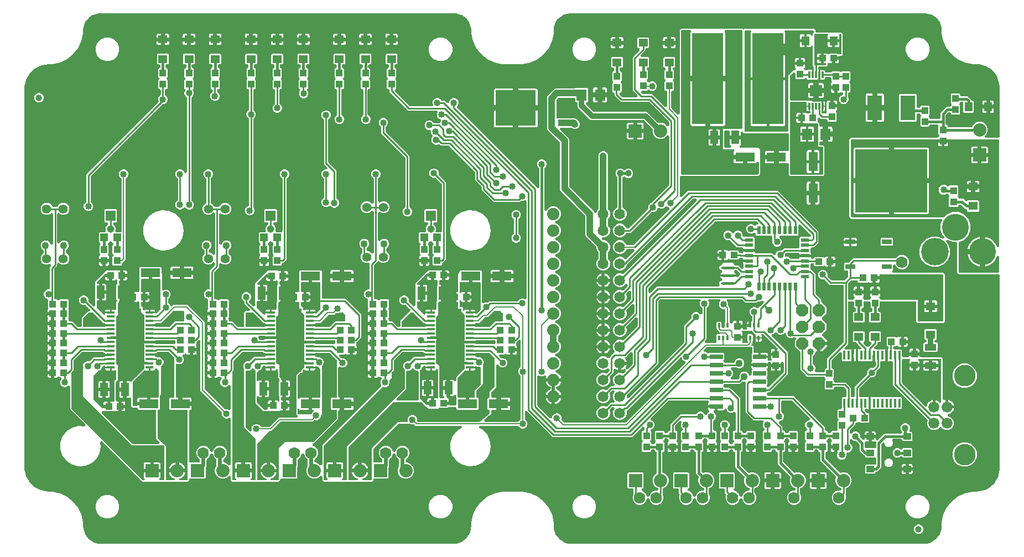
<source format=gbr>
G04 EAGLE Gerber RS-274X export*
G75*
%MOMM*%
%FSLAX34Y34*%
%LPD*%
%INTop Copper*%
%IPPOS*%
%AMOC8*
5,1,8,0,0,1.08239X$1,22.5*%
G01*
%ADD10R,1.100000X1.000000*%
%ADD11R,1.200000X2.000000*%
%ADD12R,3.000000X1.400000*%
%ADD13R,1.000000X1.100000*%
%ADD14R,1.200000X1.200000*%
%ADD15R,1.500000X1.600000*%
%ADD16R,1.270000X0.558800*%
%ADD17R,0.558800X1.270000*%
%ADD18R,1.524000X0.762000*%
%ADD19C,0.450000*%
%ADD20C,0.254000*%
%ADD21R,0.348000X1.397000*%
%ADD22C,1.676400*%
%ADD23C,3.302000*%
%ADD24C,4.216000*%
%ADD25C,4.114800*%
%ADD26R,2.032000X2.032000*%
%ADD27C,2.032000*%
%ADD28R,0.420000X0.700000*%
%ADD29R,1.400000X1.200000*%
%ADD30R,1.800000X1.000000*%
%ADD31R,2.032000X0.660400*%
%ADD32R,2.320000X3.810000*%
%ADD33R,11.000000X9.650000*%
%ADD34R,1.905000X1.727200*%
%ADD35R,0.300000X1.020000*%
%ADD36R,1.600000X1.800000*%
%ADD37R,1.190000X0.360000*%
%ADD38R,3.400000X9.700000*%
%ADD39C,1.117600*%
%ADD40C,1.409600*%
%ADD41P,2.034460X8X292.500000*%
%ADD42R,1.270000X1.470000*%
%ADD43R,4.750000X14.000000*%
%ADD44R,1.600000X1.000000*%
%ADD45R,6.200000X5.400000*%
%ADD46R,1.400000X3.000000*%
%ADD47C,1.879600*%
%ADD48R,1.200000X1.400000*%
%ADD49R,1.470000X1.270000*%
%ADD50R,1.150000X1.000000*%
%ADD51C,1.000000*%
%ADD52C,1.651000*%
%ADD53C,1.016000*%
%ADD54C,0.812800*%
%ADD55C,1.016000*%
%ADD56C,0.609600*%
%ADD57C,0.889000*%
%ADD58C,1.778000*%
%ADD59C,0.203200*%
%ADD60C,0.406400*%
%ADD61C,0.304800*%
%ADD62C,1.108000*%
%ADD63C,1.143000*%
%ADD64C,0.177800*%
%ADD65C,1.778000*%

G36*
X660066Y3055D02*
X660066Y3055D01*
X660159Y3055D01*
X664058Y3362D01*
X664130Y3375D01*
X664203Y3379D01*
X664368Y3418D01*
X664454Y3433D01*
X664485Y3445D01*
X664526Y3455D01*
X671941Y5864D01*
X672081Y5926D01*
X672224Y5980D01*
X672271Y6009D01*
X672310Y6026D01*
X672380Y6075D01*
X672507Y6153D01*
X678815Y10736D01*
X678929Y10837D01*
X679048Y10933D01*
X679084Y10975D01*
X679116Y11003D01*
X679167Y11072D01*
X679264Y11185D01*
X683847Y17493D01*
X683924Y17624D01*
X684008Y17753D01*
X684029Y17804D01*
X684050Y17840D01*
X684078Y17922D01*
X684136Y18059D01*
X686545Y25474D01*
X686561Y25546D01*
X686585Y25615D01*
X686612Y25782D01*
X686631Y25867D01*
X686631Y25900D01*
X686638Y25942D01*
X686945Y29841D01*
X686944Y29907D01*
X686951Y30000D01*
X686951Y35977D01*
X689611Y47632D01*
X694798Y58402D01*
X702252Y67748D01*
X711598Y75202D01*
X722368Y80389D01*
X734023Y83049D01*
X765977Y83049D01*
X777632Y80389D01*
X788402Y75202D01*
X797748Y67748D01*
X805202Y58402D01*
X810389Y47632D01*
X813049Y35977D01*
X813049Y30000D01*
X813055Y29934D01*
X813055Y29841D01*
X813362Y25942D01*
X813375Y25870D01*
X813379Y25797D01*
X813418Y25632D01*
X813433Y25546D01*
X813445Y25515D01*
X813455Y25474D01*
X815864Y18059D01*
X815926Y17919D01*
X815980Y17776D01*
X816009Y17729D01*
X816026Y17690D01*
X816075Y17620D01*
X816153Y17493D01*
X820736Y11185D01*
X820837Y11071D01*
X820933Y10952D01*
X820975Y10916D01*
X821003Y10884D01*
X821072Y10833D01*
X821185Y10736D01*
X827493Y6153D01*
X827624Y6076D01*
X827753Y5992D01*
X827804Y5971D01*
X827840Y5950D01*
X827922Y5922D01*
X828059Y5864D01*
X835474Y3455D01*
X835546Y3439D01*
X835615Y3415D01*
X835782Y3388D01*
X835867Y3369D01*
X835900Y3369D01*
X835942Y3362D01*
X839841Y3055D01*
X839907Y3056D01*
X840000Y3049D01*
X1380000Y3049D01*
X1380066Y3055D01*
X1380159Y3055D01*
X1384058Y3362D01*
X1384130Y3375D01*
X1384203Y3379D01*
X1384368Y3418D01*
X1384454Y3433D01*
X1384485Y3445D01*
X1384526Y3455D01*
X1391941Y5864D01*
X1392081Y5926D01*
X1392224Y5980D01*
X1392271Y6009D01*
X1392310Y6026D01*
X1392380Y6075D01*
X1392507Y6153D01*
X1398815Y10736D01*
X1398929Y10837D01*
X1399048Y10933D01*
X1399084Y10975D01*
X1399116Y11003D01*
X1399167Y11072D01*
X1399264Y11185D01*
X1403847Y17493D01*
X1403924Y17624D01*
X1404008Y17753D01*
X1404029Y17804D01*
X1404050Y17840D01*
X1404078Y17922D01*
X1404136Y18059D01*
X1406545Y25474D01*
X1406561Y25546D01*
X1406585Y25615D01*
X1406612Y25782D01*
X1406631Y25867D01*
X1406631Y25900D01*
X1406638Y25942D01*
X1406945Y29841D01*
X1406944Y29907D01*
X1406951Y30000D01*
X1406951Y35977D01*
X1409611Y47632D01*
X1414798Y58402D01*
X1422252Y67748D01*
X1431598Y75202D01*
X1442368Y80389D01*
X1454023Y83049D01*
X1457965Y83049D01*
X1457968Y83049D01*
X1457971Y83049D01*
X1458172Y83069D01*
X1458358Y83088D01*
X1460012Y83049D01*
X1460033Y83051D01*
X1460060Y83049D01*
X1460151Y83049D01*
X1460188Y83052D01*
X1460237Y83051D01*
X1464471Y83229D01*
X1464504Y83234D01*
X1464538Y83233D01*
X1464865Y83285D01*
X1464870Y83286D01*
X1473148Y85298D01*
X1473242Y85331D01*
X1473339Y85355D01*
X1473452Y85405D01*
X1473527Y85432D01*
X1473575Y85460D01*
X1473642Y85490D01*
X1481121Y89578D01*
X1481203Y89634D01*
X1481291Y89682D01*
X1481388Y89760D01*
X1481453Y89805D01*
X1481492Y89844D01*
X1481549Y89891D01*
X1487715Y95776D01*
X1487780Y95851D01*
X1487852Y95920D01*
X1487925Y96021D01*
X1487977Y96081D01*
X1488004Y96129D01*
X1488048Y96189D01*
X1492480Y103469D01*
X1492523Y103559D01*
X1492576Y103644D01*
X1492620Y103760D01*
X1492655Y103832D01*
X1492668Y103885D01*
X1492695Y103954D01*
X1495092Y112133D01*
X1495098Y112166D01*
X1495110Y112197D01*
X1495133Y112335D01*
X1495144Y112371D01*
X1495147Y112416D01*
X1495166Y112524D01*
X1495543Y116763D01*
X1495542Y116836D01*
X1495551Y116943D01*
X1495551Y413396D01*
X1495549Y413414D01*
X1495551Y413432D01*
X1495530Y413614D01*
X1495511Y413797D01*
X1495506Y413814D01*
X1495504Y413831D01*
X1495447Y414006D01*
X1495393Y414182D01*
X1495385Y414197D01*
X1495379Y414214D01*
X1495289Y414374D01*
X1495201Y414536D01*
X1495190Y414549D01*
X1495181Y414565D01*
X1495061Y414704D01*
X1494944Y414845D01*
X1494930Y414856D01*
X1494918Y414870D01*
X1494773Y414982D01*
X1494630Y415097D01*
X1494614Y415105D01*
X1494600Y415116D01*
X1494435Y415198D01*
X1494273Y415283D01*
X1494256Y415288D01*
X1494240Y415296D01*
X1494061Y415343D01*
X1493886Y415394D01*
X1493868Y415396D01*
X1493851Y415400D01*
X1493520Y415427D01*
X1434090Y415427D01*
X1432410Y416123D01*
X1431123Y417410D01*
X1430427Y419090D01*
X1430427Y462978D01*
X1430425Y462996D01*
X1430427Y463014D01*
X1430406Y463196D01*
X1430387Y463379D01*
X1430382Y463396D01*
X1430380Y463413D01*
X1430323Y463588D01*
X1430269Y463764D01*
X1430261Y463779D01*
X1430255Y463796D01*
X1430165Y463956D01*
X1430077Y464118D01*
X1430066Y464131D01*
X1430057Y464147D01*
X1429937Y464286D01*
X1429820Y464427D01*
X1429806Y464438D01*
X1429794Y464452D01*
X1429649Y464564D01*
X1429506Y464679D01*
X1429490Y464687D01*
X1429476Y464698D01*
X1429311Y464780D01*
X1429149Y464865D01*
X1429132Y464870D01*
X1429116Y464878D01*
X1428937Y464925D01*
X1428762Y464976D01*
X1428744Y464978D01*
X1428727Y464982D01*
X1428396Y465009D01*
X1423503Y465009D01*
X1416542Y467893D01*
X1416538Y467894D01*
X1416534Y467896D01*
X1416344Y467953D01*
X1416157Y468009D01*
X1416152Y468009D01*
X1416148Y468011D01*
X1415950Y468029D01*
X1415756Y468047D01*
X1415752Y468047D01*
X1415747Y468047D01*
X1415548Y468026D01*
X1415356Y468006D01*
X1415351Y468004D01*
X1415347Y468004D01*
X1415159Y467944D01*
X1414971Y467886D01*
X1414967Y467884D01*
X1414963Y467882D01*
X1414790Y467786D01*
X1414618Y467692D01*
X1414615Y467690D01*
X1414611Y467687D01*
X1414459Y467559D01*
X1414310Y467433D01*
X1414307Y467430D01*
X1414304Y467427D01*
X1414181Y467271D01*
X1414059Y467118D01*
X1414057Y467115D01*
X1414054Y467111D01*
X1413965Y466935D01*
X1413875Y466760D01*
X1413874Y466756D01*
X1413872Y466752D01*
X1413818Y466560D01*
X1413765Y466373D01*
X1413765Y466369D01*
X1413764Y466364D01*
X1413749Y466163D01*
X1413734Y465972D01*
X1413735Y465967D01*
X1413734Y465963D01*
X1413760Y465758D01*
X1413783Y465572D01*
X1413784Y465568D01*
X1413785Y465563D01*
X1413848Y465375D01*
X1413909Y465190D01*
X1413912Y465186D01*
X1413913Y465182D01*
X1414011Y465012D01*
X1414109Y464840D01*
X1414112Y464836D01*
X1414114Y464833D01*
X1414329Y464580D01*
X1415816Y463092D01*
X1419335Y454597D01*
X1419335Y445403D01*
X1415816Y436908D01*
X1409314Y430406D01*
X1407014Y429453D01*
X1402110Y427422D01*
X1400819Y426887D01*
X1391625Y426887D01*
X1383130Y430406D01*
X1376628Y436908D01*
X1373109Y445403D01*
X1373109Y454597D01*
X1376628Y463092D01*
X1383130Y469594D01*
X1385062Y470394D01*
X1389965Y472425D01*
X1389966Y472426D01*
X1391625Y473113D01*
X1400819Y473113D01*
X1407966Y470152D01*
X1407971Y470151D01*
X1407975Y470149D01*
X1408166Y470092D01*
X1408352Y470036D01*
X1408356Y470035D01*
X1408360Y470034D01*
X1408559Y470016D01*
X1408753Y469998D01*
X1408757Y469998D01*
X1408761Y469998D01*
X1408960Y470019D01*
X1409153Y470039D01*
X1409157Y470041D01*
X1409162Y470041D01*
X1409349Y470101D01*
X1409537Y470159D01*
X1409541Y470161D01*
X1409546Y470163D01*
X1409719Y470259D01*
X1409891Y470353D01*
X1409894Y470355D01*
X1409898Y470358D01*
X1410048Y470485D01*
X1410199Y470612D01*
X1410201Y470615D01*
X1410205Y470618D01*
X1410328Y470774D01*
X1410450Y470927D01*
X1410452Y470930D01*
X1410454Y470934D01*
X1410544Y471110D01*
X1410634Y471285D01*
X1410635Y471289D01*
X1410637Y471293D01*
X1410690Y471485D01*
X1410743Y471672D01*
X1410744Y471676D01*
X1410745Y471681D01*
X1410760Y471882D01*
X1410774Y472073D01*
X1410774Y472078D01*
X1410774Y472082D01*
X1410749Y472284D01*
X1410726Y472473D01*
X1410724Y472477D01*
X1410724Y472482D01*
X1410661Y472670D01*
X1410599Y472855D01*
X1410597Y472859D01*
X1410596Y472863D01*
X1410499Y473031D01*
X1410400Y473205D01*
X1410397Y473209D01*
X1410395Y473212D01*
X1410180Y473465D01*
X1408835Y474810D01*
X1405393Y483119D01*
X1405393Y492113D01*
X1407674Y497619D01*
X1407678Y497632D01*
X1407684Y497643D01*
X1407736Y497823D01*
X1407790Y498004D01*
X1407792Y498017D01*
X1407795Y498030D01*
X1407811Y498218D01*
X1407829Y498405D01*
X1407827Y498418D01*
X1407828Y498432D01*
X1407806Y498618D01*
X1407787Y498805D01*
X1407783Y498818D01*
X1407781Y498831D01*
X1407723Y499010D01*
X1407667Y499190D01*
X1407661Y499201D01*
X1407656Y499214D01*
X1407564Y499379D01*
X1407474Y499543D01*
X1407465Y499553D01*
X1407459Y499565D01*
X1407336Y499707D01*
X1407215Y499851D01*
X1407204Y499859D01*
X1407195Y499870D01*
X1407048Y499984D01*
X1406900Y500102D01*
X1406888Y500108D01*
X1406877Y500116D01*
X1406709Y500200D01*
X1406542Y500286D01*
X1406529Y500290D01*
X1406517Y500296D01*
X1406334Y500345D01*
X1406154Y500396D01*
X1406141Y500397D01*
X1406128Y500400D01*
X1405797Y500427D01*
X1269090Y500427D01*
X1267410Y501123D01*
X1266123Y502410D01*
X1265427Y504090D01*
X1265427Y620910D01*
X1266123Y622590D01*
X1267410Y623877D01*
X1269090Y624573D01*
X1399836Y624573D01*
X1399854Y624575D01*
X1399872Y624573D01*
X1400054Y624594D01*
X1400237Y624613D01*
X1400254Y624618D01*
X1400271Y624620D01*
X1400446Y624677D01*
X1400622Y624731D01*
X1400637Y624739D01*
X1400654Y624745D01*
X1400814Y624835D01*
X1400976Y624923D01*
X1400989Y624934D01*
X1401005Y624943D01*
X1401144Y625063D01*
X1401285Y625180D01*
X1401296Y625194D01*
X1401310Y625206D01*
X1401422Y625351D01*
X1401537Y625494D01*
X1401545Y625510D01*
X1401556Y625524D01*
X1401563Y625538D01*
X1402589Y626564D01*
X1402600Y626577D01*
X1402614Y626589D01*
X1402728Y626734D01*
X1402844Y626875D01*
X1402852Y626891D01*
X1402863Y626905D01*
X1402947Y627069D01*
X1403033Y627231D01*
X1403038Y627248D01*
X1403046Y627264D01*
X1403095Y627441D01*
X1403147Y627617D01*
X1403149Y627635D01*
X1403154Y627652D01*
X1403167Y627835D01*
X1403184Y628018D01*
X1403182Y628036D01*
X1403183Y628053D01*
X1403160Y628235D01*
X1403140Y628418D01*
X1403135Y628435D01*
X1403133Y628453D01*
X1403075Y628626D01*
X1403019Y628802D01*
X1403010Y628818D01*
X1403005Y628834D01*
X1402914Y628992D01*
X1402824Y629154D01*
X1402813Y629168D01*
X1402804Y629183D01*
X1402589Y629436D01*
X1401867Y630158D01*
X1401867Y643104D01*
X1401865Y643122D01*
X1401867Y643140D01*
X1401846Y643322D01*
X1401827Y643505D01*
X1401822Y643522D01*
X1401820Y643539D01*
X1401763Y643714D01*
X1401709Y643890D01*
X1401701Y643905D01*
X1401695Y643922D01*
X1401605Y644082D01*
X1401517Y644244D01*
X1401506Y644257D01*
X1401497Y644273D01*
X1401377Y644412D01*
X1401260Y644553D01*
X1401246Y644564D01*
X1401234Y644578D01*
X1401090Y644690D01*
X1400946Y644805D01*
X1400930Y644813D01*
X1400916Y644824D01*
X1400751Y644906D01*
X1400589Y644991D01*
X1400572Y644996D01*
X1400556Y645004D01*
X1400377Y645051D01*
X1400202Y645102D01*
X1400184Y645104D01*
X1400167Y645108D01*
X1399836Y645135D01*
X1390264Y645135D01*
X1390246Y645133D01*
X1390228Y645135D01*
X1390046Y645114D01*
X1389863Y645095D01*
X1389846Y645090D01*
X1389829Y645088D01*
X1389654Y645031D01*
X1389478Y644977D01*
X1389463Y644969D01*
X1389446Y644963D01*
X1389286Y644873D01*
X1389124Y644785D01*
X1389111Y644774D01*
X1389095Y644765D01*
X1388956Y644645D01*
X1388815Y644528D01*
X1388804Y644514D01*
X1388790Y644502D01*
X1388678Y644357D01*
X1388563Y644214D01*
X1388555Y644198D01*
X1388544Y644184D01*
X1388461Y644018D01*
X1388377Y643857D01*
X1388372Y643840D01*
X1388364Y643824D01*
X1388316Y643645D01*
X1388266Y643470D01*
X1388264Y643452D01*
X1388260Y643435D01*
X1388233Y643104D01*
X1388233Y642858D01*
X1387042Y641667D01*
X1375358Y641667D01*
X1374167Y642858D01*
X1374167Y655542D01*
X1374889Y656264D01*
X1374900Y656277D01*
X1374914Y656289D01*
X1375028Y656434D01*
X1375144Y656575D01*
X1375152Y656591D01*
X1375163Y656605D01*
X1375247Y656769D01*
X1375333Y656931D01*
X1375338Y656948D01*
X1375346Y656964D01*
X1375395Y657141D01*
X1375447Y657317D01*
X1375449Y657335D01*
X1375454Y657352D01*
X1375467Y657535D01*
X1375484Y657718D01*
X1375482Y657736D01*
X1375483Y657753D01*
X1375460Y657935D01*
X1375440Y658118D01*
X1375435Y658135D01*
X1375433Y658153D01*
X1375375Y658326D01*
X1375319Y658502D01*
X1375310Y658518D01*
X1375305Y658534D01*
X1375213Y658693D01*
X1375124Y658854D01*
X1375113Y658868D01*
X1375104Y658883D01*
X1374889Y659136D01*
X1374167Y659858D01*
X1374167Y660104D01*
X1374165Y660122D01*
X1374167Y660140D01*
X1374146Y660322D01*
X1374127Y660505D01*
X1374122Y660522D01*
X1374120Y660539D01*
X1374063Y660714D01*
X1374009Y660890D01*
X1374001Y660905D01*
X1373995Y660922D01*
X1373905Y661082D01*
X1373817Y661244D01*
X1373806Y661257D01*
X1373797Y661273D01*
X1373677Y661412D01*
X1373560Y661553D01*
X1373546Y661564D01*
X1373534Y661578D01*
X1373389Y661690D01*
X1373246Y661805D01*
X1373230Y661813D01*
X1373216Y661824D01*
X1373051Y661906D01*
X1372889Y661991D01*
X1372872Y661996D01*
X1372856Y662004D01*
X1372677Y662051D01*
X1372502Y662102D01*
X1372484Y662104D01*
X1372467Y662108D01*
X1372136Y662135D01*
X1371064Y662135D01*
X1371046Y662133D01*
X1371028Y662135D01*
X1370846Y662114D01*
X1370663Y662095D01*
X1370646Y662090D01*
X1370629Y662088D01*
X1370454Y662031D01*
X1370278Y661977D01*
X1370263Y661969D01*
X1370246Y661963D01*
X1370086Y661873D01*
X1369924Y661785D01*
X1369911Y661774D01*
X1369895Y661765D01*
X1369756Y661645D01*
X1369615Y661528D01*
X1369604Y661514D01*
X1369590Y661502D01*
X1369478Y661357D01*
X1369363Y661214D01*
X1369355Y661198D01*
X1369344Y661184D01*
X1369261Y661018D01*
X1369177Y660857D01*
X1369172Y660840D01*
X1369164Y660824D01*
X1369116Y660645D01*
X1369066Y660470D01*
X1369064Y660452D01*
X1369060Y660435D01*
X1369033Y660104D01*
X1369033Y650558D01*
X1367842Y649367D01*
X1342958Y649367D01*
X1341767Y650558D01*
X1341767Y690342D01*
X1342958Y691533D01*
X1367842Y691533D01*
X1369033Y690342D01*
X1369033Y672296D01*
X1369035Y672278D01*
X1369033Y672260D01*
X1369054Y672078D01*
X1369073Y671895D01*
X1369078Y671878D01*
X1369080Y671861D01*
X1369137Y671686D01*
X1369191Y671510D01*
X1369199Y671495D01*
X1369205Y671478D01*
X1369295Y671318D01*
X1369383Y671156D01*
X1369394Y671143D01*
X1369403Y671127D01*
X1369523Y670988D01*
X1369640Y670847D01*
X1369654Y670836D01*
X1369666Y670822D01*
X1369811Y670710D01*
X1369954Y670595D01*
X1369970Y670587D01*
X1369984Y670576D01*
X1370149Y670494D01*
X1370311Y670409D01*
X1370328Y670404D01*
X1370344Y670396D01*
X1370523Y670349D01*
X1370698Y670298D01*
X1370716Y670296D01*
X1370733Y670292D01*
X1371064Y670265D01*
X1372136Y670265D01*
X1372154Y670267D01*
X1372172Y670265D01*
X1372354Y670286D01*
X1372537Y670305D01*
X1372554Y670310D01*
X1372571Y670312D01*
X1372746Y670369D01*
X1372922Y670423D01*
X1372937Y670431D01*
X1372954Y670437D01*
X1373114Y670527D01*
X1373276Y670615D01*
X1373289Y670626D01*
X1373305Y670635D01*
X1373444Y670755D01*
X1373585Y670872D01*
X1373596Y670886D01*
X1373610Y670898D01*
X1373722Y671043D01*
X1373837Y671186D01*
X1373845Y671202D01*
X1373856Y671216D01*
X1373938Y671381D01*
X1374023Y671543D01*
X1374028Y671560D01*
X1374036Y671576D01*
X1374083Y671755D01*
X1374134Y671930D01*
X1374136Y671948D01*
X1374140Y671965D01*
X1374167Y672296D01*
X1374167Y672542D01*
X1375358Y673733D01*
X1387042Y673733D01*
X1388233Y672542D01*
X1388233Y659858D01*
X1387511Y659136D01*
X1387500Y659122D01*
X1387486Y659111D01*
X1387372Y658967D01*
X1387256Y658825D01*
X1387248Y658809D01*
X1387237Y658795D01*
X1387153Y658631D01*
X1387067Y658469D01*
X1387062Y658452D01*
X1387054Y658436D01*
X1387005Y658259D01*
X1386953Y658083D01*
X1386951Y658065D01*
X1386946Y658048D01*
X1386933Y657864D01*
X1386916Y657682D01*
X1386918Y657664D01*
X1386917Y657647D01*
X1386940Y657465D01*
X1386960Y657282D01*
X1386965Y657265D01*
X1386967Y657247D01*
X1387026Y657073D01*
X1387081Y656898D01*
X1387090Y656882D01*
X1387095Y656866D01*
X1387187Y656707D01*
X1387276Y656546D01*
X1387287Y656532D01*
X1387296Y656517D01*
X1387511Y656264D01*
X1388233Y655542D01*
X1388233Y655296D01*
X1388235Y655278D01*
X1388233Y655260D01*
X1388254Y655078D01*
X1388273Y654895D01*
X1388278Y654878D01*
X1388280Y654861D01*
X1388337Y654686D01*
X1388391Y654510D01*
X1388399Y654495D01*
X1388405Y654478D01*
X1388495Y654318D01*
X1388583Y654156D01*
X1388594Y654143D01*
X1388603Y654127D01*
X1388723Y653988D01*
X1388840Y653847D01*
X1388854Y653836D01*
X1388866Y653822D01*
X1389011Y653710D01*
X1389154Y653595D01*
X1389170Y653587D01*
X1389184Y653576D01*
X1389349Y653494D01*
X1389511Y653409D01*
X1389528Y653404D01*
X1389544Y653396D01*
X1389723Y653349D01*
X1389898Y653298D01*
X1389916Y653296D01*
X1389933Y653292D01*
X1390264Y653265D01*
X1402904Y653265D01*
X1402922Y653267D01*
X1402940Y653265D01*
X1403122Y653286D01*
X1403305Y653305D01*
X1403322Y653310D01*
X1403339Y653312D01*
X1403514Y653369D01*
X1403690Y653423D01*
X1403705Y653431D01*
X1403722Y653437D01*
X1403882Y653527D01*
X1404044Y653615D01*
X1404057Y653626D01*
X1404073Y653635D01*
X1404212Y653755D01*
X1404353Y653872D01*
X1404364Y653886D01*
X1404378Y653898D01*
X1404490Y654043D01*
X1404605Y654186D01*
X1404613Y654202D01*
X1404624Y654216D01*
X1404706Y654381D01*
X1404791Y654543D01*
X1404796Y654560D01*
X1404804Y654576D01*
X1404851Y654755D01*
X1404902Y654930D01*
X1404904Y654948D01*
X1404908Y654965D01*
X1404935Y655296D01*
X1404935Y661809D01*
X1405554Y663302D01*
X1413198Y670946D01*
X1414691Y671565D01*
X1418936Y671565D01*
X1418954Y671567D01*
X1418972Y671565D01*
X1419154Y671586D01*
X1419337Y671605D01*
X1419354Y671610D01*
X1419371Y671612D01*
X1419546Y671669D01*
X1419722Y671723D01*
X1419737Y671731D01*
X1419754Y671737D01*
X1419914Y671827D01*
X1420076Y671915D01*
X1420089Y671926D01*
X1420105Y671935D01*
X1420244Y672055D01*
X1420385Y672172D01*
X1420396Y672186D01*
X1420410Y672198D01*
X1420522Y672343D01*
X1420637Y672486D01*
X1420645Y672502D01*
X1420656Y672516D01*
X1420738Y672681D01*
X1420823Y672843D01*
X1420828Y672860D01*
X1420836Y672876D01*
X1420883Y673055D01*
X1420934Y673230D01*
X1420936Y673248D01*
X1420940Y673265D01*
X1420967Y673596D01*
X1420967Y673842D01*
X1421689Y674564D01*
X1421700Y674577D01*
X1421714Y674589D01*
X1421828Y674733D01*
X1421944Y674875D01*
X1421952Y674891D01*
X1421963Y674905D01*
X1422047Y675069D01*
X1422133Y675231D01*
X1422138Y675248D01*
X1422146Y675264D01*
X1422195Y675441D01*
X1422247Y675617D01*
X1422249Y675635D01*
X1422254Y675652D01*
X1422267Y675835D01*
X1422284Y676018D01*
X1422282Y676036D01*
X1422283Y676053D01*
X1422260Y676235D01*
X1422240Y676418D01*
X1422235Y676435D01*
X1422233Y676453D01*
X1422175Y676626D01*
X1422119Y676802D01*
X1422110Y676818D01*
X1422105Y676834D01*
X1422013Y676993D01*
X1421924Y677154D01*
X1421913Y677168D01*
X1421904Y677183D01*
X1421689Y677436D01*
X1420967Y678158D01*
X1420967Y690842D01*
X1422158Y692033D01*
X1433842Y692033D01*
X1435033Y690842D01*
X1435033Y690096D01*
X1435035Y690078D01*
X1435033Y690060D01*
X1435054Y689878D01*
X1435073Y689695D01*
X1435078Y689678D01*
X1435080Y689661D01*
X1435137Y689486D01*
X1435191Y689310D01*
X1435199Y689295D01*
X1435205Y689278D01*
X1435295Y689118D01*
X1435383Y688956D01*
X1435394Y688943D01*
X1435403Y688927D01*
X1435523Y688788D01*
X1435640Y688647D01*
X1435654Y688636D01*
X1435666Y688622D01*
X1435811Y688510D01*
X1435954Y688395D01*
X1435970Y688387D01*
X1435984Y688376D01*
X1436149Y688294D01*
X1436311Y688209D01*
X1436328Y688204D01*
X1436344Y688196D01*
X1436523Y688149D01*
X1436698Y688098D01*
X1436716Y688096D01*
X1436733Y688092D01*
X1437064Y688065D01*
X1445809Y688065D01*
X1447302Y687446D01*
X1451446Y683302D01*
X1451867Y682287D01*
X1451877Y682267D01*
X1451884Y682246D01*
X1451972Y682090D01*
X1452057Y681932D01*
X1452071Y681915D01*
X1452082Y681895D01*
X1452199Y681760D01*
X1452313Y681621D01*
X1452331Y681607D01*
X1452345Y681590D01*
X1452487Y681481D01*
X1452626Y681368D01*
X1452646Y681357D01*
X1452663Y681344D01*
X1452824Y681264D01*
X1452982Y681181D01*
X1453004Y681174D01*
X1453024Y681164D01*
X1453197Y681118D01*
X1453369Y681068D01*
X1453391Y681066D01*
X1453413Y681060D01*
X1453743Y681033D01*
X1454842Y681033D01*
X1456033Y679842D01*
X1456033Y664158D01*
X1454842Y662967D01*
X1441158Y662967D01*
X1439967Y664158D01*
X1439967Y677904D01*
X1439965Y677922D01*
X1439967Y677940D01*
X1439946Y678122D01*
X1439927Y678305D01*
X1439922Y678322D01*
X1439920Y678339D01*
X1439863Y678514D01*
X1439809Y678690D01*
X1439801Y678705D01*
X1439795Y678722D01*
X1439705Y678882D01*
X1439617Y679044D01*
X1439606Y679057D01*
X1439597Y679073D01*
X1439477Y679212D01*
X1439360Y679353D01*
X1439346Y679364D01*
X1439334Y679378D01*
X1439189Y679490D01*
X1439046Y679605D01*
X1439030Y679613D01*
X1439016Y679624D01*
X1438851Y679706D01*
X1438689Y679791D01*
X1438672Y679796D01*
X1438656Y679804D01*
X1438477Y679851D01*
X1438302Y679902D01*
X1438284Y679904D01*
X1438267Y679908D01*
X1437936Y679935D01*
X1437064Y679935D01*
X1437046Y679933D01*
X1437028Y679935D01*
X1436846Y679914D01*
X1436663Y679895D01*
X1436646Y679890D01*
X1436629Y679888D01*
X1436454Y679831D01*
X1436278Y679777D01*
X1436263Y679769D01*
X1436246Y679763D01*
X1436086Y679673D01*
X1435924Y679585D01*
X1435911Y679574D01*
X1435895Y679565D01*
X1435756Y679445D01*
X1435615Y679328D01*
X1435604Y679314D01*
X1435590Y679302D01*
X1435478Y679157D01*
X1435363Y679014D01*
X1435355Y678998D01*
X1435344Y678984D01*
X1435262Y678819D01*
X1435177Y678657D01*
X1435172Y678640D01*
X1435164Y678624D01*
X1435117Y678445D01*
X1435066Y678270D01*
X1435064Y678252D01*
X1435060Y678235D01*
X1435055Y678181D01*
X1434311Y677436D01*
X1434300Y677422D01*
X1434286Y677411D01*
X1434172Y677267D01*
X1434056Y677125D01*
X1434048Y677109D01*
X1434037Y677095D01*
X1433953Y676931D01*
X1433867Y676769D01*
X1433862Y676752D01*
X1433854Y676736D01*
X1433805Y676559D01*
X1433753Y676383D01*
X1433751Y676365D01*
X1433746Y676348D01*
X1433733Y676165D01*
X1433716Y675982D01*
X1433718Y675964D01*
X1433717Y675947D01*
X1433740Y675765D01*
X1433760Y675582D01*
X1433765Y675565D01*
X1433767Y675547D01*
X1433826Y675373D01*
X1433881Y675198D01*
X1433890Y675182D01*
X1433895Y675166D01*
X1433987Y675007D01*
X1434076Y674846D01*
X1434087Y674832D01*
X1434096Y674817D01*
X1434311Y674564D01*
X1435033Y673842D01*
X1435033Y661158D01*
X1433842Y659967D01*
X1422158Y659967D01*
X1420967Y661158D01*
X1420967Y661404D01*
X1420965Y661422D01*
X1420967Y661440D01*
X1420946Y661622D01*
X1420927Y661805D01*
X1420922Y661822D01*
X1420920Y661839D01*
X1420863Y662014D01*
X1420809Y662190D01*
X1420801Y662205D01*
X1420795Y662222D01*
X1420705Y662382D01*
X1420617Y662544D01*
X1420606Y662557D01*
X1420597Y662573D01*
X1420477Y662712D01*
X1420360Y662853D01*
X1420346Y662864D01*
X1420334Y662878D01*
X1420189Y662990D01*
X1420046Y663105D01*
X1420030Y663113D01*
X1420016Y663124D01*
X1419851Y663206D01*
X1419689Y663291D01*
X1419672Y663296D01*
X1419656Y663304D01*
X1419477Y663351D01*
X1419302Y663402D01*
X1419284Y663404D01*
X1419267Y663408D01*
X1418936Y663435D01*
X1418025Y663435D01*
X1417998Y663433D01*
X1417972Y663435D01*
X1417798Y663413D01*
X1417624Y663395D01*
X1417599Y663388D01*
X1417572Y663384D01*
X1417407Y663329D01*
X1417240Y663277D01*
X1417216Y663264D01*
X1417191Y663256D01*
X1417039Y663169D01*
X1416885Y663085D01*
X1416865Y663068D01*
X1416842Y663055D01*
X1416589Y662840D01*
X1413660Y659911D01*
X1413643Y659891D01*
X1413622Y659873D01*
X1413515Y659735D01*
X1413405Y659600D01*
X1413392Y659576D01*
X1413376Y659555D01*
X1413298Y659398D01*
X1413216Y659244D01*
X1413208Y659219D01*
X1413196Y659194D01*
X1413151Y659025D01*
X1413101Y658858D01*
X1413099Y658832D01*
X1413092Y658806D01*
X1413065Y658475D01*
X1413065Y646064D01*
X1413067Y646046D01*
X1413065Y646028D01*
X1413086Y645846D01*
X1413105Y645663D01*
X1413110Y645646D01*
X1413112Y645629D01*
X1413169Y645454D01*
X1413223Y645278D01*
X1413231Y645263D01*
X1413237Y645246D01*
X1413327Y645086D01*
X1413415Y644924D01*
X1413426Y644911D01*
X1413435Y644895D01*
X1413555Y644756D01*
X1413672Y644615D01*
X1413686Y644604D01*
X1413698Y644590D01*
X1413843Y644478D01*
X1413986Y644363D01*
X1414002Y644355D01*
X1414016Y644344D01*
X1414181Y644262D01*
X1414343Y644177D01*
X1414360Y644172D01*
X1414376Y644164D01*
X1414555Y644117D01*
X1414700Y644075D01*
X1415933Y642842D01*
X1415933Y642596D01*
X1415935Y642578D01*
X1415933Y642560D01*
X1415954Y642378D01*
X1415973Y642195D01*
X1415978Y642178D01*
X1415980Y642161D01*
X1416037Y641986D01*
X1416091Y641810D01*
X1416099Y641795D01*
X1416105Y641778D01*
X1416195Y641618D01*
X1416283Y641456D01*
X1416294Y641443D01*
X1416303Y641427D01*
X1416423Y641288D01*
X1416540Y641147D01*
X1416554Y641136D01*
X1416566Y641122D01*
X1416711Y641010D01*
X1416854Y640895D01*
X1416870Y640887D01*
X1416884Y640876D01*
X1417049Y640794D01*
X1417211Y640709D01*
X1417228Y640704D01*
X1417244Y640696D01*
X1417423Y640649D01*
X1417598Y640598D01*
X1417616Y640596D01*
X1417633Y640592D01*
X1417964Y640565D01*
X1452014Y640565D01*
X1452036Y640567D01*
X1452058Y640565D01*
X1452236Y640587D01*
X1452415Y640605D01*
X1452436Y640611D01*
X1452458Y640614D01*
X1452628Y640670D01*
X1452799Y640723D01*
X1452819Y640733D01*
X1452840Y640740D01*
X1452996Y640829D01*
X1453154Y640915D01*
X1453171Y640929D01*
X1453190Y640940D01*
X1453325Y641058D01*
X1453463Y641172D01*
X1453477Y641190D01*
X1453494Y641204D01*
X1453603Y641346D01*
X1453715Y641486D01*
X1453725Y641506D01*
X1453739Y641523D01*
X1453891Y641819D01*
X1454663Y643685D01*
X1458093Y647115D01*
X1462575Y648971D01*
X1467425Y648971D01*
X1471907Y647115D01*
X1475337Y643685D01*
X1477193Y639203D01*
X1477193Y634353D01*
X1475337Y629871D01*
X1473505Y628040D01*
X1473500Y628033D01*
X1473493Y628028D01*
X1473373Y627878D01*
X1473250Y627729D01*
X1473246Y627721D01*
X1473241Y627714D01*
X1473152Y627544D01*
X1473062Y627373D01*
X1473059Y627364D01*
X1473055Y627357D01*
X1473002Y627172D01*
X1472947Y626987D01*
X1472946Y626978D01*
X1472944Y626970D01*
X1472928Y626778D01*
X1472911Y626586D01*
X1472911Y626577D01*
X1472911Y626568D01*
X1472933Y626379D01*
X1472954Y626186D01*
X1472957Y626177D01*
X1472958Y626169D01*
X1473017Y625987D01*
X1473075Y625802D01*
X1473080Y625794D01*
X1473083Y625786D01*
X1473177Y625619D01*
X1473270Y625450D01*
X1473276Y625443D01*
X1473280Y625435D01*
X1473406Y625290D01*
X1473531Y625143D01*
X1473538Y625137D01*
X1473544Y625130D01*
X1473695Y625013D01*
X1473847Y624893D01*
X1473855Y624889D01*
X1473862Y624884D01*
X1474034Y624798D01*
X1474206Y624711D01*
X1474214Y624708D01*
X1474222Y624704D01*
X1474408Y624654D01*
X1474593Y624603D01*
X1474602Y624602D01*
X1474611Y624600D01*
X1474942Y624573D01*
X1493520Y624573D01*
X1493538Y624575D01*
X1493556Y624573D01*
X1493738Y624594D01*
X1493921Y624613D01*
X1493938Y624618D01*
X1493955Y624620D01*
X1494130Y624677D01*
X1494306Y624731D01*
X1494321Y624739D01*
X1494338Y624745D01*
X1494498Y624835D01*
X1494660Y624923D01*
X1494673Y624934D01*
X1494689Y624943D01*
X1494828Y625063D01*
X1494969Y625180D01*
X1494980Y625194D01*
X1494994Y625206D01*
X1495106Y625351D01*
X1495221Y625494D01*
X1495229Y625510D01*
X1495240Y625524D01*
X1495322Y625689D01*
X1495407Y625851D01*
X1495412Y625868D01*
X1495420Y625884D01*
X1495467Y626063D01*
X1495518Y626238D01*
X1495520Y626256D01*
X1495524Y626273D01*
X1495551Y626604D01*
X1495551Y703455D01*
X1495544Y703532D01*
X1495542Y703647D01*
X1495144Y707849D01*
X1495137Y707882D01*
X1495136Y707916D01*
X1495068Y708240D01*
X1492639Y716354D01*
X1492601Y716447D01*
X1492572Y716543D01*
X1492516Y716653D01*
X1492486Y716727D01*
X1492455Y716772D01*
X1492422Y716838D01*
X1487975Y724047D01*
X1487915Y724127D01*
X1487862Y724212D01*
X1487779Y724304D01*
X1487731Y724367D01*
X1487690Y724404D01*
X1487640Y724459D01*
X1481480Y730271D01*
X1481401Y730332D01*
X1481328Y730401D01*
X1481224Y730468D01*
X1481161Y730517D01*
X1481112Y730542D01*
X1481050Y730582D01*
X1473595Y734602D01*
X1473502Y734640D01*
X1473415Y734688D01*
X1473297Y734726D01*
X1473223Y734757D01*
X1473169Y734768D01*
X1473099Y734791D01*
X1464857Y736744D01*
X1464824Y736749D01*
X1464792Y736758D01*
X1464463Y736798D01*
X1460281Y736950D01*
X1460248Y736948D01*
X1460207Y736951D01*
X1460073Y736951D01*
X1460047Y736949D01*
X1460014Y736950D01*
X1458390Y736903D01*
X1458312Y736924D01*
X1458310Y736924D01*
X1458307Y736925D01*
X1458286Y736926D01*
X1457982Y736951D01*
X1454023Y736951D01*
X1442368Y739611D01*
X1431598Y744798D01*
X1422252Y752252D01*
X1414798Y761598D01*
X1409611Y772368D01*
X1406951Y784023D01*
X1406951Y789968D01*
X1406944Y790039D01*
X1406944Y790141D01*
X1406638Y793733D01*
X1406625Y793805D01*
X1406620Y793878D01*
X1406580Y794043D01*
X1406564Y794129D01*
X1406552Y794159D01*
X1406542Y794201D01*
X1404276Y801024D01*
X1404214Y801164D01*
X1404158Y801306D01*
X1404129Y801353D01*
X1404112Y801392D01*
X1404062Y801462D01*
X1403984Y801589D01*
X1399721Y807378D01*
X1399618Y807492D01*
X1399522Y807610D01*
X1399480Y807646D01*
X1399451Y807677D01*
X1399382Y807728D01*
X1399269Y807825D01*
X1393425Y812013D01*
X1393292Y812090D01*
X1393164Y812172D01*
X1393113Y812193D01*
X1393076Y812214D01*
X1392994Y812242D01*
X1392857Y812298D01*
X1386005Y814476D01*
X1385933Y814491D01*
X1385864Y814515D01*
X1385696Y814541D01*
X1385611Y814559D01*
X1385577Y814560D01*
X1385536Y814566D01*
X1381940Y814826D01*
X1381879Y814824D01*
X1381794Y814831D01*
X1381778Y814831D01*
X1381772Y814831D01*
X1381765Y814831D01*
X1379827Y814819D01*
X1379675Y814831D01*
X840287Y814831D01*
X840266Y814829D01*
X840244Y814831D01*
X840155Y814820D01*
X838199Y814831D01*
X838194Y814831D01*
X838188Y814831D01*
X838170Y814831D01*
X838108Y814825D01*
X838022Y814826D01*
X834430Y814564D01*
X834358Y814551D01*
X834284Y814548D01*
X834119Y814510D01*
X834033Y814495D01*
X834002Y814483D01*
X833961Y814473D01*
X827116Y812292D01*
X826976Y812232D01*
X826833Y812178D01*
X826786Y812150D01*
X826747Y812133D01*
X826676Y812084D01*
X826549Y812007D01*
X820713Y807818D01*
X820598Y807717D01*
X820479Y807622D01*
X820442Y807580D01*
X820411Y807552D01*
X820359Y807483D01*
X820261Y807371D01*
X816005Y801584D01*
X815928Y801452D01*
X815843Y801325D01*
X815822Y801274D01*
X815800Y801237D01*
X815772Y801156D01*
X815714Y801019D01*
X813455Y794200D01*
X813439Y794128D01*
X813414Y794059D01*
X813386Y793892D01*
X813367Y793807D01*
X813366Y793774D01*
X813359Y793732D01*
X813056Y790143D01*
X813057Y790073D01*
X813049Y789972D01*
X813049Y784023D01*
X810389Y772368D01*
X805202Y761598D01*
X797748Y752252D01*
X788402Y744798D01*
X777632Y739611D01*
X765977Y736951D01*
X734023Y736951D01*
X722368Y739611D01*
X711598Y744798D01*
X702252Y752251D01*
X694798Y761598D01*
X689611Y772368D01*
X686951Y784023D01*
X686951Y789869D01*
X686943Y789952D01*
X686939Y790089D01*
X686540Y793761D01*
X686524Y793832D01*
X686518Y793906D01*
X686474Y794069D01*
X686456Y794155D01*
X686443Y794185D01*
X686432Y794226D01*
X683934Y801199D01*
X683868Y801337D01*
X683810Y801478D01*
X683779Y801524D01*
X683761Y801562D01*
X683710Y801631D01*
X683629Y801756D01*
X679098Y807615D01*
X678993Y807726D01*
X678893Y807842D01*
X678851Y807877D01*
X678821Y807908D01*
X678751Y807957D01*
X678635Y808051D01*
X672516Y812223D01*
X672382Y812296D01*
X672251Y812376D01*
X672199Y812396D01*
X672162Y812416D01*
X672080Y812441D01*
X671941Y812494D01*
X664832Y814571D01*
X664760Y814585D01*
X664690Y814607D01*
X664522Y814630D01*
X664436Y814646D01*
X664403Y814645D01*
X664361Y814651D01*
X660698Y814829D01*
X660655Y814827D01*
X660599Y814831D01*
X660476Y814831D01*
X660449Y814829D01*
X660415Y814830D01*
X658798Y814782D01*
X658715Y814804D01*
X658711Y814804D01*
X658708Y814805D01*
X658682Y814807D01*
X658384Y814831D01*
X121407Y814831D01*
X121406Y814831D01*
X121207Y814811D01*
X121006Y814791D01*
X121005Y814791D01*
X120995Y814788D01*
X119367Y814831D01*
X119343Y814829D01*
X119314Y814831D01*
X119214Y814831D01*
X119168Y814827D01*
X119107Y814828D01*
X115449Y814637D01*
X115376Y814626D01*
X115303Y814624D01*
X115137Y814589D01*
X115051Y814576D01*
X115020Y814565D01*
X114978Y814556D01*
X107911Y812462D01*
X107769Y812405D01*
X107625Y812354D01*
X107577Y812326D01*
X107538Y812310D01*
X107466Y812263D01*
X107337Y812189D01*
X101262Y808014D01*
X101145Y807915D01*
X101024Y807822D01*
X100987Y807781D01*
X100955Y807754D01*
X100901Y807687D01*
X100801Y807576D01*
X96314Y801729D01*
X96233Y801599D01*
X96147Y801473D01*
X96124Y801422D01*
X96102Y801386D01*
X96072Y801306D01*
X96011Y801170D01*
X93550Y794222D01*
X93532Y794150D01*
X93506Y794082D01*
X93475Y793916D01*
X93454Y793831D01*
X93452Y793798D01*
X93445Y793756D01*
X93060Y790096D01*
X93059Y790014D01*
X93049Y789884D01*
X93049Y784023D01*
X90389Y772368D01*
X85202Y761598D01*
X77748Y752252D01*
X68402Y744798D01*
X57632Y739611D01*
X45977Y736951D01*
X40000Y736951D01*
X39944Y736946D01*
X39867Y736947D01*
X35309Y736648D01*
X35276Y736643D01*
X35243Y736643D01*
X34916Y736583D01*
X26111Y734224D01*
X26018Y734189D01*
X25921Y734163D01*
X25878Y734143D01*
X25872Y734141D01*
X25858Y734133D01*
X25809Y734110D01*
X25734Y734082D01*
X25688Y734053D01*
X25621Y734021D01*
X17726Y729463D01*
X17645Y729405D01*
X17559Y729355D01*
X17464Y729275D01*
X17399Y729228D01*
X17362Y729188D01*
X17306Y729140D01*
X10860Y722694D01*
X10796Y722617D01*
X10726Y722546D01*
X10655Y722445D01*
X10605Y722383D01*
X10579Y722334D01*
X10537Y722274D01*
X5979Y714379D01*
X5938Y714288D01*
X5888Y714201D01*
X5846Y714085D01*
X5813Y714012D01*
X5801Y713959D01*
X5776Y713889D01*
X3417Y705084D01*
X3411Y705051D01*
X3401Y705019D01*
X3352Y704691D01*
X3053Y700133D01*
X3055Y700076D01*
X3049Y700000D01*
X3049Y120000D01*
X3054Y119944D01*
X3053Y119867D01*
X3352Y115309D01*
X3357Y115276D01*
X3357Y115243D01*
X3417Y114916D01*
X5776Y106111D01*
X5811Y106018D01*
X5837Y105921D01*
X5865Y105862D01*
X5877Y105824D01*
X5898Y105787D01*
X5918Y105734D01*
X5947Y105688D01*
X5979Y105621D01*
X10537Y97726D01*
X10595Y97645D01*
X10645Y97559D01*
X10725Y97464D01*
X10772Y97399D01*
X10812Y97362D01*
X10860Y97306D01*
X17306Y90860D01*
X17383Y90796D01*
X17454Y90726D01*
X17555Y90655D01*
X17617Y90605D01*
X17666Y90579D01*
X17726Y90537D01*
X25621Y85979D01*
X25712Y85938D01*
X25799Y85888D01*
X25915Y85846D01*
X25988Y85813D01*
X26041Y85801D01*
X26111Y85776D01*
X34916Y83417D01*
X34949Y83411D01*
X34981Y83401D01*
X35309Y83352D01*
X39867Y83053D01*
X39924Y83055D01*
X40000Y83049D01*
X45977Y83049D01*
X57632Y80389D01*
X68402Y75202D01*
X77748Y67748D01*
X85202Y58402D01*
X90389Y47632D01*
X93049Y35977D01*
X93049Y30000D01*
X93055Y29934D01*
X93055Y29841D01*
X93362Y25942D01*
X93375Y25870D01*
X93379Y25797D01*
X93418Y25632D01*
X93433Y25546D01*
X93445Y25515D01*
X93455Y25474D01*
X95864Y18059D01*
X95926Y17919D01*
X95980Y17776D01*
X96009Y17729D01*
X96026Y17690D01*
X96075Y17620D01*
X96153Y17493D01*
X100736Y11185D01*
X100837Y11071D01*
X100933Y10952D01*
X100975Y10916D01*
X101003Y10884D01*
X101072Y10833D01*
X101185Y10736D01*
X107493Y6153D01*
X107624Y6076D01*
X107753Y5992D01*
X107804Y5971D01*
X107840Y5950D01*
X107922Y5922D01*
X108059Y5864D01*
X115474Y3455D01*
X115546Y3439D01*
X115615Y3415D01*
X115782Y3388D01*
X115867Y3369D01*
X115900Y3369D01*
X115942Y3362D01*
X119841Y3055D01*
X119907Y3056D01*
X120000Y3049D01*
X660000Y3049D01*
X660066Y3055D01*
G37*
%LPC*%
G36*
X942707Y62737D02*
X942707Y62737D01*
X938693Y64400D01*
X935620Y67473D01*
X933957Y71487D01*
X933957Y75833D01*
X934765Y77782D01*
X934774Y77812D01*
X934788Y77840D01*
X934832Y78005D01*
X934881Y78167D01*
X934884Y78198D01*
X934892Y78228D01*
X934919Y78559D01*
X934919Y85776D01*
X934917Y85794D01*
X934919Y85812D01*
X934898Y85994D01*
X934879Y86177D01*
X934874Y86194D01*
X934872Y86211D01*
X934815Y86386D01*
X934761Y86562D01*
X934753Y86577D01*
X934747Y86594D01*
X934657Y86754D01*
X934569Y86916D01*
X934558Y86929D01*
X934549Y86945D01*
X934429Y87084D01*
X934312Y87225D01*
X934298Y87236D01*
X934286Y87250D01*
X934141Y87362D01*
X933998Y87477D01*
X933982Y87485D01*
X933968Y87496D01*
X933803Y87578D01*
X933641Y87663D01*
X933624Y87668D01*
X933608Y87676D01*
X933429Y87723D01*
X933254Y87774D01*
X933236Y87776D01*
X933219Y87780D01*
X932888Y87807D01*
X927220Y87807D01*
X926029Y88998D01*
X926029Y111002D01*
X927220Y112193D01*
X949224Y112193D01*
X950415Y111002D01*
X950415Y88998D01*
X949196Y87779D01*
X949079Y87767D01*
X949075Y87766D01*
X949070Y87766D01*
X948885Y87708D01*
X948694Y87649D01*
X948690Y87647D01*
X948686Y87646D01*
X948514Y87552D01*
X948340Y87457D01*
X948337Y87455D01*
X948333Y87452D01*
X948181Y87325D01*
X948031Y87200D01*
X948028Y87196D01*
X948025Y87193D01*
X947902Y87039D01*
X947779Y86886D01*
X947777Y86882D01*
X947774Y86879D01*
X947683Y86702D01*
X947593Y86529D01*
X947592Y86524D01*
X947590Y86520D01*
X947536Y86329D01*
X947482Y86142D01*
X947481Y86137D01*
X947480Y86133D01*
X947465Y85940D01*
X947449Y85740D01*
X947449Y85736D01*
X947449Y85732D01*
X947472Y85539D01*
X947496Y85341D01*
X947497Y85336D01*
X947498Y85332D01*
X947558Y85149D01*
X947621Y84958D01*
X947623Y84954D01*
X947624Y84950D01*
X947720Y84781D01*
X947818Y84607D01*
X947821Y84604D01*
X947824Y84600D01*
X947954Y84450D01*
X948082Y84303D01*
X948085Y84300D01*
X948088Y84296D01*
X948245Y84176D01*
X948400Y84056D01*
X948404Y84054D01*
X948407Y84051D01*
X948702Y83899D01*
X951067Y82920D01*
X954140Y79847D01*
X955703Y76073D01*
X955708Y76065D01*
X955710Y76056D01*
X955803Y75887D01*
X955894Y75718D01*
X955899Y75711D01*
X955904Y75703D01*
X956028Y75555D01*
X956150Y75407D01*
X956157Y75402D01*
X956163Y75395D01*
X956313Y75275D01*
X956463Y75154D01*
X956471Y75149D01*
X956478Y75144D01*
X956647Y75057D01*
X956819Y74966D01*
X956828Y74964D01*
X956836Y74960D01*
X957018Y74908D01*
X957206Y74853D01*
X957215Y74853D01*
X957223Y74850D01*
X957414Y74835D01*
X957607Y74819D01*
X957616Y74820D01*
X957624Y74819D01*
X957815Y74842D01*
X958007Y74864D01*
X958015Y74867D01*
X958024Y74868D01*
X958206Y74928D01*
X958390Y74987D01*
X958398Y74992D01*
X958406Y74994D01*
X958574Y75090D01*
X958742Y75183D01*
X958748Y75189D01*
X958756Y75194D01*
X958902Y75321D01*
X959047Y75445D01*
X959053Y75452D01*
X959060Y75458D01*
X959177Y75610D01*
X959296Y75762D01*
X959300Y75770D01*
X959305Y75777D01*
X959457Y76073D01*
X961020Y79847D01*
X964093Y82920D01*
X968107Y84583D01*
X971444Y84583D01*
X971462Y84585D01*
X971480Y84583D01*
X971662Y84604D01*
X971845Y84623D01*
X971862Y84628D01*
X971879Y84630D01*
X972054Y84687D01*
X972230Y84741D01*
X972245Y84749D01*
X972262Y84755D01*
X972422Y84845D01*
X972584Y84933D01*
X972597Y84944D01*
X972613Y84953D01*
X972752Y85073D01*
X972893Y85190D01*
X972904Y85204D01*
X972918Y85216D01*
X973030Y85361D01*
X973145Y85504D01*
X973153Y85520D01*
X973164Y85534D01*
X973246Y85699D01*
X973331Y85861D01*
X973336Y85878D01*
X973344Y85894D01*
X973391Y86072D01*
X973442Y86248D01*
X973444Y86266D01*
X973448Y86283D01*
X973475Y86614D01*
X973475Y86813D01*
X973473Y86836D01*
X973475Y86858D01*
X973453Y87035D01*
X973435Y87214D01*
X973429Y87235D01*
X973426Y87258D01*
X973370Y87427D01*
X973317Y87599D01*
X973307Y87619D01*
X973300Y87640D01*
X973211Y87796D01*
X973125Y87953D01*
X973111Y87970D01*
X973100Y87990D01*
X972982Y88125D01*
X972868Y88262D01*
X972850Y88276D01*
X972836Y88293D01*
X972694Y88402D01*
X972554Y88515D01*
X972534Y88525D01*
X972516Y88539D01*
X972221Y88690D01*
X969871Y89663D01*
X966441Y93093D01*
X964585Y97575D01*
X964585Y102425D01*
X966441Y106907D01*
X969874Y110339D01*
X969882Y110341D01*
X970039Y110430D01*
X970196Y110514D01*
X970213Y110528D01*
X970233Y110539D01*
X970369Y110657D01*
X970507Y110771D01*
X970521Y110788D01*
X970538Y110803D01*
X970647Y110944D01*
X970760Y111083D01*
X970771Y111103D01*
X970784Y111121D01*
X970864Y111281D01*
X970947Y111440D01*
X970954Y111461D01*
X970964Y111481D01*
X971010Y111655D01*
X971060Y111826D01*
X971062Y111848D01*
X971068Y111870D01*
X971095Y112201D01*
X971095Y141936D01*
X971093Y141954D01*
X971095Y141972D01*
X971074Y142154D01*
X971055Y142337D01*
X971050Y142354D01*
X971048Y142371D01*
X970991Y142546D01*
X970937Y142722D01*
X970929Y142737D01*
X970923Y142754D01*
X970833Y142914D01*
X970745Y143076D01*
X970734Y143089D01*
X970725Y143105D01*
X970605Y143244D01*
X970488Y143385D01*
X970474Y143396D01*
X970462Y143410D01*
X970317Y143522D01*
X970174Y143637D01*
X970158Y143645D01*
X970144Y143656D01*
X969979Y143738D01*
X969817Y143823D01*
X969800Y143828D01*
X969784Y143836D01*
X969605Y143883D01*
X969430Y143934D01*
X969412Y143936D01*
X969395Y143940D01*
X969341Y143945D01*
X968127Y145158D01*
X968127Y145404D01*
X968125Y145422D01*
X968127Y145440D01*
X968106Y145622D01*
X968087Y145805D01*
X968082Y145822D01*
X968080Y145839D01*
X968023Y146014D01*
X967969Y146190D01*
X967961Y146205D01*
X967955Y146222D01*
X967865Y146382D01*
X967777Y146544D01*
X967766Y146557D01*
X967757Y146573D01*
X967637Y146712D01*
X967520Y146853D01*
X967506Y146864D01*
X967494Y146878D01*
X967349Y146990D01*
X967206Y147105D01*
X967190Y147113D01*
X967176Y147124D01*
X967011Y147206D01*
X966849Y147291D01*
X966832Y147296D01*
X966816Y147304D01*
X966637Y147351D01*
X966462Y147402D01*
X966444Y147404D01*
X966427Y147408D01*
X966096Y147435D01*
X964224Y147435D01*
X964206Y147433D01*
X964188Y147435D01*
X964006Y147414D01*
X963823Y147395D01*
X963806Y147390D01*
X963789Y147388D01*
X963614Y147331D01*
X963438Y147277D01*
X963423Y147269D01*
X963406Y147263D01*
X963246Y147173D01*
X963084Y147085D01*
X963071Y147074D01*
X963055Y147065D01*
X962916Y146945D01*
X962775Y146828D01*
X962764Y146814D01*
X962750Y146802D01*
X962638Y146657D01*
X962523Y146514D01*
X962515Y146498D01*
X962504Y146484D01*
X962421Y146318D01*
X962337Y146157D01*
X962332Y146140D01*
X962324Y146124D01*
X962277Y145945D01*
X962226Y145770D01*
X962224Y145752D01*
X962220Y145735D01*
X962193Y145404D01*
X962193Y145158D01*
X961002Y143967D01*
X949318Y143967D01*
X948127Y145158D01*
X948127Y157842D01*
X948849Y158564D01*
X948860Y158578D01*
X948874Y158589D01*
X948988Y158733D01*
X949104Y158875D01*
X949112Y158891D01*
X949123Y158905D01*
X949207Y159069D01*
X949293Y159231D01*
X949298Y159248D01*
X949306Y159264D01*
X949355Y159441D01*
X949407Y159617D01*
X949409Y159635D01*
X949414Y159652D01*
X949427Y159835D01*
X949444Y160018D01*
X949442Y160036D01*
X949443Y160053D01*
X949420Y160235D01*
X949400Y160418D01*
X949395Y160435D01*
X949393Y160453D01*
X949334Y160627D01*
X949279Y160802D01*
X949270Y160818D01*
X949265Y160834D01*
X949173Y160993D01*
X949084Y161154D01*
X949073Y161168D01*
X949064Y161183D01*
X948849Y161436D01*
X948127Y162158D01*
X948127Y174842D01*
X949318Y176033D01*
X949826Y176033D01*
X949844Y176035D01*
X949862Y176033D01*
X950044Y176054D01*
X950227Y176073D01*
X950244Y176078D01*
X950261Y176080D01*
X950436Y176137D01*
X950612Y176191D01*
X950627Y176199D01*
X950644Y176205D01*
X950804Y176295D01*
X950966Y176383D01*
X950979Y176394D01*
X950995Y176403D01*
X951134Y176523D01*
X951275Y176640D01*
X951286Y176654D01*
X951300Y176666D01*
X951412Y176811D01*
X951527Y176954D01*
X951535Y176970D01*
X951546Y176984D01*
X951628Y177148D01*
X951713Y177311D01*
X951718Y177328D01*
X951726Y177344D01*
X951773Y177523D01*
X951824Y177698D01*
X951826Y177716D01*
X951830Y177733D01*
X951857Y178064D01*
X951857Y180283D01*
X951856Y180291D01*
X951857Y180300D01*
X951836Y180492D01*
X951817Y180683D01*
X951815Y180692D01*
X951814Y180701D01*
X951756Y180884D01*
X951699Y181068D01*
X951695Y181076D01*
X951692Y181085D01*
X951600Y181252D01*
X951507Y181422D01*
X951502Y181429D01*
X951497Y181437D01*
X951373Y181584D01*
X951250Y181731D01*
X951243Y181737D01*
X951237Y181744D01*
X951085Y181864D01*
X950936Y181984D01*
X950928Y181988D01*
X950921Y181993D01*
X950748Y182081D01*
X950579Y182169D01*
X950570Y182172D01*
X950562Y182176D01*
X950376Y182228D01*
X950192Y182281D01*
X950183Y182281D01*
X950174Y182284D01*
X949981Y182298D01*
X949790Y182314D01*
X949782Y182313D01*
X949773Y182313D01*
X949580Y182289D01*
X949391Y182267D01*
X949382Y182264D01*
X949373Y182263D01*
X949190Y182201D01*
X949008Y182142D01*
X949000Y182137D01*
X948992Y182135D01*
X948825Y182038D01*
X948657Y181944D01*
X948650Y181938D01*
X948643Y181934D01*
X948390Y181719D01*
X933548Y166877D01*
X811432Y166877D01*
X808902Y169407D01*
X772326Y205983D01*
X772319Y205989D01*
X772314Y205995D01*
X772164Y206116D01*
X772015Y206238D01*
X772007Y206242D01*
X772000Y206248D01*
X771829Y206337D01*
X771659Y206427D01*
X771651Y206429D01*
X771643Y206433D01*
X771457Y206487D01*
X771273Y206541D01*
X771264Y206542D01*
X771256Y206545D01*
X771064Y206560D01*
X770872Y206578D01*
X770863Y206577D01*
X770854Y206578D01*
X770665Y206555D01*
X770472Y206534D01*
X770463Y206532D01*
X770455Y206531D01*
X770273Y206471D01*
X770088Y206413D01*
X770080Y206409D01*
X770072Y206406D01*
X769903Y206311D01*
X769736Y206218D01*
X769729Y206212D01*
X769721Y206208D01*
X769575Y206082D01*
X769429Y205958D01*
X769423Y205951D01*
X769416Y205945D01*
X769299Y205793D01*
X769179Y205642D01*
X769175Y205634D01*
X769170Y205627D01*
X769084Y205455D01*
X768997Y205283D01*
X768994Y205274D01*
X768990Y205266D01*
X768940Y205079D01*
X768889Y204895D01*
X768888Y204886D01*
X768886Y204877D01*
X768859Y204547D01*
X768859Y194483D01*
X768861Y194461D01*
X768859Y194439D01*
X768881Y194261D01*
X768899Y194083D01*
X768905Y194061D01*
X768908Y194039D01*
X768964Y193869D01*
X769017Y193698D01*
X769027Y193678D01*
X769034Y193657D01*
X769123Y193502D01*
X769209Y193344D01*
X769223Y193326D01*
X769234Y193307D01*
X769352Y193172D01*
X769466Y193034D01*
X769484Y193020D01*
X769498Y193003D01*
X769641Y192894D01*
X769764Y192795D01*
X771840Y190719D01*
X772923Y188105D01*
X772923Y185275D01*
X771840Y182661D01*
X769839Y180660D01*
X767225Y179577D01*
X764395Y179577D01*
X761781Y180660D01*
X759708Y182733D01*
X759703Y182742D01*
X759689Y182759D01*
X759678Y182779D01*
X759561Y182914D01*
X759447Y183052D01*
X759430Y183067D01*
X759415Y183084D01*
X759274Y183193D01*
X759134Y183306D01*
X759114Y183317D01*
X759097Y183330D01*
X758937Y183410D01*
X758778Y183493D01*
X758756Y183500D01*
X758736Y183510D01*
X758563Y183556D01*
X758391Y183606D01*
X758369Y183608D01*
X758348Y183614D01*
X758017Y183641D01*
X700912Y183641D01*
X700728Y183623D01*
X700544Y183608D01*
X700528Y183603D01*
X700511Y183601D01*
X700335Y183547D01*
X700157Y183496D01*
X700142Y183488D01*
X700126Y183483D01*
X699964Y183395D01*
X699800Y183310D01*
X699787Y183299D01*
X699772Y183291D01*
X699631Y183173D01*
X699486Y183057D01*
X699476Y183044D01*
X699463Y183034D01*
X699347Y182890D01*
X699229Y182748D01*
X699221Y182733D01*
X699211Y182720D01*
X699126Y182556D01*
X699038Y182393D01*
X699033Y182377D01*
X699025Y182363D01*
X698974Y182185D01*
X698920Y182008D01*
X698918Y181992D01*
X698914Y181976D01*
X698899Y181792D01*
X698881Y181608D01*
X698882Y181591D01*
X698881Y181574D01*
X698902Y181392D01*
X698921Y181207D01*
X698926Y181191D01*
X698928Y181175D01*
X698985Y180998D01*
X699040Y180822D01*
X699048Y180808D01*
X699053Y180792D01*
X699144Y180630D01*
X699232Y180468D01*
X699242Y180456D01*
X699251Y180441D01*
X699372Y180301D01*
X699490Y180159D01*
X699503Y180149D01*
X699514Y180137D01*
X699660Y180023D01*
X699804Y179908D01*
X699820Y179899D01*
X699832Y179890D01*
X699896Y179858D01*
X700096Y179750D01*
X702873Y178532D01*
X710433Y171572D01*
X715323Y162535D01*
X717015Y152400D01*
X715323Y142265D01*
X710433Y133227D01*
X702873Y126268D01*
X693463Y122141D01*
X683222Y121292D01*
X673261Y123814D01*
X664659Y129435D01*
X658348Y137543D01*
X655011Y147262D01*
X655011Y157538D01*
X658348Y167257D01*
X664659Y175365D01*
X671614Y179910D01*
X671628Y179920D01*
X671643Y179929D01*
X671784Y180046D01*
X671928Y180162D01*
X671939Y180175D01*
X671952Y180186D01*
X672067Y180329D01*
X672185Y180471D01*
X672194Y180487D01*
X672204Y180500D01*
X672289Y180663D01*
X672377Y180826D01*
X672382Y180842D01*
X672390Y180857D01*
X672441Y181034D01*
X672495Y181211D01*
X672497Y181228D01*
X672501Y181244D01*
X672516Y181428D01*
X672535Y181611D01*
X672533Y181628D01*
X672534Y181646D01*
X672513Y181829D01*
X672494Y182012D01*
X672489Y182028D01*
X672487Y182045D01*
X672430Y182221D01*
X672376Y182397D01*
X672368Y182412D01*
X672362Y182428D01*
X672272Y182589D01*
X672184Y182751D01*
X672173Y182764D01*
X672165Y182779D01*
X672044Y182918D01*
X671926Y183060D01*
X671913Y183071D01*
X671901Y183084D01*
X671756Y183196D01*
X671612Y183312D01*
X671597Y183320D01*
X671583Y183330D01*
X671419Y183412D01*
X671255Y183497D01*
X671238Y183502D01*
X671223Y183510D01*
X671045Y183558D01*
X670868Y183608D01*
X670851Y183610D01*
X670834Y183614D01*
X670503Y183641D01*
X601987Y183641D01*
X600255Y185374D01*
X600238Y185388D01*
X600223Y185405D01*
X600082Y185515D01*
X599943Y185629D01*
X599924Y185639D01*
X599906Y185653D01*
X599746Y185733D01*
X599588Y185817D01*
X599566Y185824D01*
X599546Y185834D01*
X599373Y185881D01*
X599202Y185932D01*
X599179Y185934D01*
X599158Y185940D01*
X598980Y185952D01*
X598801Y185968D01*
X598778Y185966D01*
X598756Y185968D01*
X598580Y185945D01*
X598421Y185927D01*
X595485Y185927D01*
X593406Y186789D01*
X593376Y186798D01*
X593348Y186812D01*
X593183Y186856D01*
X593020Y186905D01*
X592989Y186908D01*
X592959Y186916D01*
X592628Y186943D01*
X576355Y186943D01*
X576328Y186941D01*
X576301Y186943D01*
X576127Y186921D01*
X575954Y186903D01*
X575929Y186896D01*
X575902Y186892D01*
X575736Y186837D01*
X575569Y186785D01*
X575546Y186772D01*
X575520Y186764D01*
X575369Y186677D01*
X575215Y186593D01*
X575195Y186576D01*
X575171Y186563D01*
X574918Y186348D01*
X537552Y148982D01*
X537535Y148961D01*
X537514Y148943D01*
X537407Y148806D01*
X537297Y148670D01*
X537284Y148647D01*
X537268Y148625D01*
X537190Y148468D01*
X537108Y148314D01*
X537100Y148289D01*
X537088Y148265D01*
X537043Y148095D01*
X536993Y147929D01*
X536991Y147902D01*
X536984Y147876D01*
X536957Y147545D01*
X536957Y129224D01*
X536959Y129206D01*
X536957Y129188D01*
X536978Y129006D01*
X536997Y128823D01*
X537002Y128806D01*
X537004Y128789D01*
X537061Y128614D01*
X537115Y128438D01*
X537123Y128423D01*
X537129Y128406D01*
X537219Y128246D01*
X537307Y128084D01*
X537318Y128071D01*
X537327Y128055D01*
X537447Y127916D01*
X537564Y127775D01*
X537578Y127764D01*
X537590Y127750D01*
X537735Y127638D01*
X537878Y127523D01*
X537894Y127515D01*
X537908Y127504D01*
X538073Y127422D01*
X538235Y127337D01*
X538252Y127332D01*
X538268Y127324D01*
X538447Y127277D01*
X538622Y127226D01*
X538640Y127224D01*
X538657Y127220D01*
X538988Y127193D01*
X549148Y127193D01*
X549166Y127195D01*
X549184Y127193D01*
X549366Y127214D01*
X549549Y127233D01*
X549566Y127238D01*
X549583Y127240D01*
X549758Y127297D01*
X549934Y127351D01*
X549949Y127359D01*
X549966Y127365D01*
X550126Y127455D01*
X550288Y127543D01*
X550301Y127554D01*
X550317Y127563D01*
X550456Y127683D01*
X550597Y127800D01*
X550608Y127814D01*
X550622Y127826D01*
X550734Y127971D01*
X550849Y128114D01*
X550857Y128130D01*
X550868Y128144D01*
X550950Y128308D01*
X551035Y128471D01*
X551040Y128488D01*
X551048Y128504D01*
X551095Y128683D01*
X551146Y128858D01*
X551148Y128876D01*
X551152Y128893D01*
X551179Y129224D01*
X551179Y131165D01*
X551177Y131187D01*
X551179Y131209D01*
X551157Y131387D01*
X551139Y131565D01*
X551133Y131586D01*
X551130Y131609D01*
X551074Y131779D01*
X551021Y131950D01*
X551011Y131970D01*
X551004Y131991D01*
X550915Y132147D01*
X550829Y132304D01*
X550815Y132321D01*
X550804Y132341D01*
X550686Y132476D01*
X550572Y132613D01*
X550554Y132627D01*
X550540Y132644D01*
X550398Y132753D01*
X550258Y132866D01*
X550238Y132876D01*
X550221Y132890D01*
X550103Y132950D01*
X547000Y136053D01*
X545337Y140067D01*
X545337Y144413D01*
X547000Y148427D01*
X550073Y151500D01*
X554087Y153163D01*
X558433Y153163D01*
X562447Y151500D01*
X565520Y148427D01*
X567083Y144653D01*
X567088Y144645D01*
X567090Y144636D01*
X567182Y144468D01*
X567274Y144298D01*
X567279Y144291D01*
X567284Y144283D01*
X567407Y144137D01*
X567530Y143987D01*
X567537Y143982D01*
X567543Y143975D01*
X567693Y143855D01*
X567843Y143734D01*
X567851Y143729D01*
X567857Y143724D01*
X568029Y143636D01*
X568199Y143547D01*
X568208Y143544D01*
X568216Y143540D01*
X568401Y143487D01*
X568586Y143433D01*
X568594Y143433D01*
X568603Y143430D01*
X568794Y143415D01*
X568987Y143399D01*
X568996Y143400D01*
X569004Y143399D01*
X569197Y143423D01*
X569387Y143444D01*
X569395Y143447D01*
X569404Y143448D01*
X569589Y143509D01*
X569770Y143567D01*
X569778Y143571D01*
X569786Y143574D01*
X569954Y143670D01*
X570122Y143764D01*
X570128Y143769D01*
X570136Y143774D01*
X570281Y143900D01*
X570427Y144025D01*
X570433Y144032D01*
X570440Y144038D01*
X570557Y144191D01*
X570676Y144342D01*
X570680Y144350D01*
X570685Y144357D01*
X570837Y144653D01*
X572400Y148427D01*
X575473Y151500D01*
X579487Y153163D01*
X583833Y153163D01*
X587847Y151500D01*
X590920Y148427D01*
X592583Y144413D01*
X592583Y140067D01*
X590920Y136053D01*
X587809Y132942D01*
X587798Y132936D01*
X587640Y132851D01*
X587623Y132837D01*
X587603Y132826D01*
X587468Y132709D01*
X587329Y132595D01*
X587315Y132577D01*
X587298Y132563D01*
X587189Y132421D01*
X587076Y132282D01*
X587065Y132262D01*
X587052Y132245D01*
X586972Y132085D01*
X586889Y131925D01*
X586882Y131904D01*
X586872Y131884D01*
X586826Y131711D01*
X586776Y131539D01*
X586774Y131517D01*
X586768Y131495D01*
X586741Y131165D01*
X586741Y129224D01*
X586743Y129206D01*
X586741Y129188D01*
X586762Y129006D01*
X586781Y128823D01*
X586786Y128806D01*
X586788Y128789D01*
X586845Y128614D01*
X586899Y128438D01*
X586907Y128423D01*
X586913Y128406D01*
X587003Y128246D01*
X587091Y128084D01*
X587102Y128071D01*
X587111Y128055D01*
X587231Y127916D01*
X587348Y127775D01*
X587362Y127764D01*
X587374Y127750D01*
X587519Y127638D01*
X587662Y127523D01*
X587678Y127515D01*
X587692Y127504D01*
X587857Y127422D01*
X588019Y127337D01*
X588036Y127332D01*
X588052Y127324D01*
X588231Y127277D01*
X588406Y127226D01*
X588424Y127224D01*
X588441Y127220D01*
X588772Y127193D01*
X589203Y127193D01*
X593685Y125337D01*
X597115Y121907D01*
X598971Y117425D01*
X598971Y112575D01*
X597115Y108093D01*
X593685Y104663D01*
X589203Y102807D01*
X584353Y102807D01*
X579871Y104663D01*
X576441Y108093D01*
X574585Y112575D01*
X574585Y117425D01*
X576425Y121866D01*
X576434Y121896D01*
X576448Y121924D01*
X576492Y122089D01*
X576541Y122251D01*
X576544Y122282D01*
X576552Y122313D01*
X576579Y122643D01*
X576579Y131165D01*
X576577Y131187D01*
X576579Y131209D01*
X576557Y131387D01*
X576539Y131565D01*
X576533Y131586D01*
X576530Y131609D01*
X576474Y131779D01*
X576421Y131950D01*
X576411Y131970D01*
X576404Y131991D01*
X576315Y132147D01*
X576229Y132304D01*
X576215Y132321D01*
X576204Y132341D01*
X576086Y132476D01*
X575972Y132613D01*
X575954Y132627D01*
X575940Y132644D01*
X575798Y132753D01*
X575658Y132866D01*
X575638Y132876D01*
X575621Y132890D01*
X575503Y132950D01*
X572400Y136053D01*
X570837Y139827D01*
X570832Y139835D01*
X570830Y139844D01*
X570737Y140013D01*
X570646Y140182D01*
X570641Y140189D01*
X570636Y140197D01*
X570512Y140345D01*
X570390Y140493D01*
X570383Y140498D01*
X570377Y140505D01*
X570226Y140625D01*
X570077Y140746D01*
X570070Y140751D01*
X570062Y140756D01*
X569892Y140843D01*
X569721Y140933D01*
X569712Y140936D01*
X569704Y140940D01*
X569522Y140992D01*
X569334Y141047D01*
X569325Y141047D01*
X569317Y141050D01*
X569126Y141065D01*
X568933Y141081D01*
X568924Y141080D01*
X568916Y141081D01*
X568725Y141058D01*
X568533Y141036D01*
X568525Y141033D01*
X568516Y141032D01*
X568335Y140972D01*
X568150Y140913D01*
X568142Y140908D01*
X568134Y140906D01*
X567968Y140811D01*
X567798Y140716D01*
X567792Y140711D01*
X567784Y140706D01*
X567638Y140579D01*
X567493Y140455D01*
X567487Y140448D01*
X567480Y140442D01*
X567362Y140288D01*
X567244Y140138D01*
X567240Y140130D01*
X567235Y140123D01*
X567083Y139827D01*
X565520Y136053D01*
X562409Y132942D01*
X562398Y132936D01*
X562240Y132851D01*
X562223Y132837D01*
X562203Y132826D01*
X562068Y132709D01*
X561929Y132595D01*
X561915Y132577D01*
X561898Y132563D01*
X561789Y132421D01*
X561676Y132282D01*
X561665Y132262D01*
X561652Y132245D01*
X561572Y132085D01*
X561489Y131925D01*
X561482Y131904D01*
X561472Y131884D01*
X561426Y131711D01*
X561376Y131539D01*
X561374Y131517D01*
X561368Y131495D01*
X561341Y131165D01*
X561341Y122027D01*
X560569Y120165D01*
X560560Y120135D01*
X560546Y120107D01*
X560502Y119942D01*
X560453Y119780D01*
X560450Y119749D01*
X560442Y119718D01*
X560415Y119388D01*
X560415Y103998D01*
X559224Y102807D01*
X538988Y102807D01*
X538970Y102805D01*
X538952Y102807D01*
X538770Y102786D01*
X538587Y102767D01*
X538570Y102762D01*
X538553Y102760D01*
X538378Y102703D01*
X538202Y102649D01*
X538187Y102641D01*
X538170Y102635D01*
X538010Y102545D01*
X537848Y102457D01*
X537835Y102446D01*
X537819Y102437D01*
X537680Y102317D01*
X537539Y102200D01*
X537528Y102186D01*
X537514Y102174D01*
X537402Y102029D01*
X537287Y101886D01*
X537279Y101870D01*
X537268Y101856D01*
X537186Y101691D01*
X537101Y101529D01*
X537096Y101512D01*
X537088Y101496D01*
X537040Y101317D01*
X536990Y101142D01*
X536988Y101124D01*
X536984Y101107D01*
X536957Y100776D01*
X536957Y100127D01*
X534873Y98043D01*
X498865Y98043D01*
X498785Y98108D01*
X498769Y98117D01*
X498755Y98128D01*
X498591Y98211D01*
X498430Y98297D01*
X498412Y98302D01*
X498396Y98310D01*
X498219Y98360D01*
X498044Y98412D01*
X498026Y98413D01*
X498008Y98418D01*
X497826Y98432D01*
X497643Y98448D01*
X497625Y98446D01*
X497607Y98448D01*
X497426Y98425D01*
X497242Y98405D01*
X497225Y98399D01*
X497207Y98397D01*
X497034Y98339D01*
X496903Y98297D01*
X460912Y98297D01*
X458977Y100232D01*
X458977Y105052D01*
X458976Y105061D01*
X458977Y105070D01*
X458956Y105262D01*
X458937Y105453D01*
X458935Y105461D01*
X458934Y105470D01*
X458876Y105653D01*
X458819Y105838D01*
X458815Y105846D01*
X458812Y105854D01*
X458719Y106023D01*
X458627Y106192D01*
X458622Y106199D01*
X458617Y106207D01*
X458492Y106354D01*
X458370Y106501D01*
X458363Y106507D01*
X458357Y106514D01*
X458205Y106633D01*
X458056Y106753D01*
X458048Y106758D01*
X458041Y106763D01*
X457869Y106851D01*
X457699Y106939D01*
X457690Y106941D01*
X457682Y106945D01*
X457496Y106997D01*
X457312Y107050D01*
X457303Y107051D01*
X457294Y107053D01*
X457102Y107068D01*
X456910Y107083D01*
X456902Y107082D01*
X456893Y107083D01*
X456700Y107059D01*
X456511Y107036D01*
X456502Y107034D01*
X456493Y107032D01*
X456310Y106971D01*
X456128Y106911D01*
X456120Y106907D01*
X456112Y106904D01*
X455946Y106809D01*
X455777Y106714D01*
X455770Y106708D01*
X455763Y106703D01*
X455510Y106489D01*
X453685Y104663D01*
X449203Y102807D01*
X444353Y102807D01*
X439871Y104663D01*
X436441Y108093D01*
X434585Y112575D01*
X434585Y117425D01*
X436471Y121977D01*
X436539Y122061D01*
X436552Y122085D01*
X436568Y122106D01*
X436646Y122263D01*
X436728Y122417D01*
X436736Y122442D01*
X436748Y122466D01*
X436793Y122636D01*
X436843Y122803D01*
X436845Y122829D01*
X436852Y122855D01*
X436879Y123186D01*
X436879Y131165D01*
X436877Y131187D01*
X436879Y131209D01*
X436857Y131387D01*
X436839Y131565D01*
X436833Y131587D01*
X436830Y131609D01*
X436774Y131779D01*
X436721Y131950D01*
X436711Y131970D01*
X436704Y131991D01*
X436614Y132147D01*
X436529Y132304D01*
X436515Y132321D01*
X436504Y132341D01*
X436386Y132476D01*
X436272Y132613D01*
X436254Y132627D01*
X436240Y132644D01*
X436097Y132754D01*
X435958Y132866D01*
X435938Y132876D01*
X435920Y132890D01*
X435803Y132950D01*
X432700Y136053D01*
X431137Y139827D01*
X431132Y139835D01*
X431130Y139844D01*
X431038Y140012D01*
X430946Y140182D01*
X430941Y140189D01*
X430936Y140197D01*
X430813Y140343D01*
X430690Y140493D01*
X430683Y140498D01*
X430677Y140505D01*
X430527Y140625D01*
X430377Y140746D01*
X430369Y140751D01*
X430363Y140756D01*
X430191Y140844D01*
X430021Y140933D01*
X430012Y140936D01*
X430004Y140940D01*
X429820Y140992D01*
X429634Y141047D01*
X429626Y141047D01*
X429617Y141050D01*
X429426Y141065D01*
X429233Y141081D01*
X429224Y141080D01*
X429216Y141081D01*
X429025Y141058D01*
X428833Y141036D01*
X428825Y141033D01*
X428816Y141032D01*
X428633Y140972D01*
X428450Y140913D01*
X428442Y140909D01*
X428434Y140906D01*
X428266Y140810D01*
X428098Y140717D01*
X428092Y140711D01*
X428084Y140706D01*
X427939Y140580D01*
X427793Y140455D01*
X427787Y140448D01*
X427780Y140442D01*
X427663Y140290D01*
X427544Y140138D01*
X427540Y140130D01*
X427535Y140123D01*
X427383Y139827D01*
X425820Y136053D01*
X422709Y132942D01*
X422698Y132936D01*
X422540Y132851D01*
X422523Y132837D01*
X422503Y132826D01*
X422368Y132709D01*
X422229Y132595D01*
X422215Y132577D01*
X422198Y132563D01*
X422089Y132421D01*
X421976Y132282D01*
X421965Y132262D01*
X421952Y132245D01*
X421872Y132085D01*
X421789Y131925D01*
X421782Y131904D01*
X421772Y131884D01*
X421726Y131711D01*
X421676Y131539D01*
X421674Y131517D01*
X421668Y131495D01*
X421641Y131165D01*
X421641Y122327D01*
X420841Y120396D01*
X420755Y120291D01*
X420742Y120267D01*
X420726Y120246D01*
X420648Y120089D01*
X420566Y119935D01*
X420558Y119910D01*
X420546Y119886D01*
X420501Y119716D01*
X420451Y119549D01*
X420449Y119523D01*
X420442Y119497D01*
X420415Y119166D01*
X420415Y103998D01*
X419224Y102807D01*
X396494Y102807D01*
X396476Y102805D01*
X396458Y102807D01*
X396276Y102786D01*
X396093Y102767D01*
X396076Y102762D01*
X396059Y102760D01*
X395884Y102703D01*
X395708Y102649D01*
X395693Y102641D01*
X395676Y102635D01*
X395516Y102545D01*
X395354Y102457D01*
X395341Y102446D01*
X395325Y102437D01*
X395186Y102317D01*
X395045Y102200D01*
X395034Y102186D01*
X395020Y102174D01*
X394908Y102029D01*
X394793Y101886D01*
X394785Y101870D01*
X394774Y101856D01*
X394692Y101691D01*
X394607Y101529D01*
X394602Y101512D01*
X394594Y101496D01*
X394546Y101317D01*
X394496Y101142D01*
X394494Y101124D01*
X394490Y101107D01*
X394463Y100776D01*
X394463Y100232D01*
X392528Y98297D01*
X359088Y98297D01*
X359072Y98302D01*
X359056Y98310D01*
X358879Y98359D01*
X358703Y98412D01*
X358685Y98413D01*
X358668Y98418D01*
X358485Y98432D01*
X358302Y98448D01*
X358284Y98446D01*
X358266Y98448D01*
X358084Y98425D01*
X357902Y98405D01*
X357885Y98399D01*
X357867Y98397D01*
X357693Y98339D01*
X357518Y98283D01*
X357502Y98275D01*
X357485Y98269D01*
X357326Y98177D01*
X357166Y98089D01*
X357152Y98077D01*
X357136Y98068D01*
X357107Y98043D01*
X321107Y98043D01*
X319023Y100127D01*
X319023Y105098D01*
X319022Y105107D01*
X319023Y105116D01*
X319002Y105308D01*
X318983Y105499D01*
X318981Y105507D01*
X318980Y105516D01*
X318922Y105699D01*
X318865Y105884D01*
X318861Y105892D01*
X318858Y105900D01*
X318765Y106069D01*
X318673Y106238D01*
X318668Y106245D01*
X318663Y106253D01*
X318538Y106400D01*
X318416Y106547D01*
X318409Y106553D01*
X318403Y106560D01*
X318251Y106679D01*
X318102Y106799D01*
X318094Y106804D01*
X318087Y106809D01*
X317915Y106897D01*
X317745Y106985D01*
X317736Y106987D01*
X317728Y106991D01*
X317542Y107043D01*
X317358Y107096D01*
X317349Y107097D01*
X317340Y107099D01*
X317148Y107114D01*
X316956Y107129D01*
X316948Y107128D01*
X316939Y107129D01*
X316746Y107105D01*
X316557Y107082D01*
X316548Y107080D01*
X316539Y107078D01*
X316356Y107017D01*
X316174Y106957D01*
X316166Y106953D01*
X316158Y106950D01*
X315992Y106855D01*
X315823Y106760D01*
X315816Y106754D01*
X315809Y106749D01*
X315556Y106535D01*
X313685Y104663D01*
X309203Y102807D01*
X304353Y102807D01*
X299871Y104663D01*
X296441Y108093D01*
X294585Y112575D01*
X294585Y117425D01*
X296441Y121907D01*
X296584Y122049D01*
X296601Y122070D01*
X296622Y122088D01*
X296728Y122225D01*
X296839Y122361D01*
X296852Y122385D01*
X296868Y122406D01*
X296946Y122562D01*
X297028Y122717D01*
X297036Y122742D01*
X297048Y122766D01*
X297093Y122935D01*
X297143Y123102D01*
X297145Y123129D01*
X297152Y123155D01*
X297179Y123486D01*
X297179Y131165D01*
X297177Y131187D01*
X297179Y131209D01*
X297157Y131387D01*
X297139Y131565D01*
X297133Y131586D01*
X297130Y131609D01*
X297074Y131779D01*
X297021Y131950D01*
X297011Y131970D01*
X297004Y131991D01*
X296915Y132147D01*
X296829Y132304D01*
X296815Y132321D01*
X296804Y132341D01*
X296686Y132476D01*
X296572Y132613D01*
X296554Y132627D01*
X296540Y132644D01*
X296398Y132753D01*
X296258Y132866D01*
X296238Y132876D01*
X296221Y132890D01*
X296103Y132950D01*
X293000Y136053D01*
X291437Y139827D01*
X291432Y139835D01*
X291430Y139844D01*
X291337Y140013D01*
X291246Y140182D01*
X291241Y140189D01*
X291236Y140197D01*
X291112Y140345D01*
X290990Y140493D01*
X290983Y140498D01*
X290977Y140505D01*
X290827Y140625D01*
X290677Y140746D01*
X290669Y140751D01*
X290662Y140756D01*
X290493Y140843D01*
X290321Y140934D01*
X290312Y140936D01*
X290304Y140940D01*
X290122Y140992D01*
X289934Y141047D01*
X289925Y141047D01*
X289917Y141050D01*
X289726Y141065D01*
X289533Y141081D01*
X289524Y141080D01*
X289516Y141081D01*
X289325Y141058D01*
X289133Y141036D01*
X289125Y141033D01*
X289116Y141032D01*
X288934Y140972D01*
X288750Y140913D01*
X288742Y140908D01*
X288734Y140906D01*
X288566Y140810D01*
X288398Y140717D01*
X288392Y140711D01*
X288384Y140706D01*
X288238Y140579D01*
X288093Y140455D01*
X288087Y140448D01*
X288080Y140442D01*
X287962Y140288D01*
X287844Y140138D01*
X287840Y140130D01*
X287835Y140123D01*
X287683Y139827D01*
X286120Y136053D01*
X283009Y132942D01*
X282998Y132936D01*
X282840Y132851D01*
X282823Y132837D01*
X282803Y132826D01*
X282668Y132709D01*
X282529Y132595D01*
X282515Y132577D01*
X282498Y132563D01*
X282389Y132421D01*
X282276Y132282D01*
X282265Y132262D01*
X282252Y132245D01*
X282172Y132085D01*
X282089Y131925D01*
X282082Y131904D01*
X282072Y131884D01*
X282026Y131711D01*
X281976Y131539D01*
X281974Y131517D01*
X281968Y131495D01*
X281941Y131165D01*
X281941Y122627D01*
X281167Y120760D01*
X281010Y120602D01*
X280993Y120582D01*
X280972Y120564D01*
X280865Y120426D01*
X280755Y120291D01*
X280742Y120267D01*
X280726Y120246D01*
X280648Y120089D01*
X280566Y119935D01*
X280558Y119910D01*
X280546Y119886D01*
X280501Y119716D01*
X280451Y119549D01*
X280449Y119523D01*
X280442Y119497D01*
X280415Y119166D01*
X280415Y103998D01*
X279224Y102807D01*
X257048Y102807D01*
X257030Y102805D01*
X257012Y102807D01*
X256830Y102786D01*
X256647Y102767D01*
X256630Y102762D01*
X256613Y102760D01*
X256438Y102703D01*
X256262Y102649D01*
X256247Y102641D01*
X256230Y102635D01*
X256070Y102545D01*
X255908Y102457D01*
X255895Y102446D01*
X255879Y102437D01*
X255740Y102317D01*
X255599Y102200D01*
X255588Y102186D01*
X255574Y102174D01*
X255462Y102029D01*
X255347Y101886D01*
X255339Y101870D01*
X255328Y101856D01*
X255246Y101691D01*
X255161Y101529D01*
X255156Y101512D01*
X255148Y101496D01*
X255100Y101317D01*
X255050Y101142D01*
X255048Y101124D01*
X255044Y101107D01*
X255017Y100776D01*
X255017Y100127D01*
X252933Y98043D01*
X219465Y98043D01*
X219385Y98108D01*
X219369Y98117D01*
X219355Y98128D01*
X219191Y98211D01*
X219030Y98297D01*
X219012Y98302D01*
X218996Y98310D01*
X218819Y98360D01*
X218644Y98412D01*
X218626Y98413D01*
X218608Y98418D01*
X218426Y98432D01*
X218243Y98448D01*
X218225Y98446D01*
X218207Y98448D01*
X218026Y98425D01*
X217842Y98405D01*
X217825Y98399D01*
X217807Y98397D01*
X217634Y98339D01*
X217503Y98297D01*
X184052Y98297D01*
X181522Y100827D01*
X122628Y159721D01*
X122492Y159833D01*
X122358Y159948D01*
X122336Y159960D01*
X122317Y159976D01*
X122161Y160058D01*
X122007Y160145D01*
X121983Y160153D01*
X121961Y160165D01*
X121792Y160215D01*
X121624Y160269D01*
X121599Y160272D01*
X121575Y160279D01*
X121399Y160295D01*
X121224Y160316D01*
X121199Y160314D01*
X121174Y160316D01*
X120998Y160297D01*
X120823Y160282D01*
X120799Y160275D01*
X120774Y160272D01*
X120605Y160219D01*
X120436Y160170D01*
X120414Y160158D01*
X120390Y160151D01*
X120236Y160065D01*
X120079Y159984D01*
X120060Y159968D01*
X120038Y159956D01*
X119903Y159842D01*
X119766Y159731D01*
X119750Y159712D01*
X119731Y159696D01*
X119621Y159557D01*
X119508Y159421D01*
X119497Y159399D01*
X119481Y159380D01*
X119401Y159222D01*
X119317Y159067D01*
X119310Y159043D01*
X119299Y159021D01*
X119251Y158850D01*
X119200Y158682D01*
X119198Y158657D01*
X119191Y158633D01*
X119178Y158456D01*
X119161Y158281D01*
X119163Y158253D01*
X119161Y158231D01*
X119172Y158149D01*
X119188Y157950D01*
X120115Y152400D01*
X118423Y142265D01*
X113533Y133228D01*
X105973Y126268D01*
X96563Y122141D01*
X86322Y121292D01*
X76361Y123814D01*
X67759Y129435D01*
X61448Y137543D01*
X58111Y147262D01*
X58111Y157538D01*
X61448Y167257D01*
X67759Y175365D01*
X76361Y180986D01*
X86322Y183508D01*
X94450Y182835D01*
X94543Y182836D01*
X94636Y182828D01*
X94744Y182839D01*
X94853Y182841D01*
X94943Y182861D01*
X95036Y182871D01*
X95140Y182904D01*
X95246Y182927D01*
X95331Y182964D01*
X95420Y182993D01*
X95515Y183045D01*
X95615Y183089D01*
X95691Y183142D01*
X95772Y183187D01*
X95855Y183258D01*
X95944Y183320D01*
X96008Y183388D01*
X96079Y183448D01*
X96146Y183533D01*
X96221Y183612D01*
X96271Y183691D01*
X96329Y183764D01*
X96378Y183861D01*
X96436Y183953D01*
X96469Y184040D01*
X96511Y184123D01*
X96540Y184228D01*
X96579Y184329D01*
X96594Y184421D01*
X96619Y184511D01*
X96627Y184619D01*
X96645Y184727D01*
X96642Y184819D01*
X96648Y184912D01*
X96635Y185020D01*
X96631Y185129D01*
X96610Y185219D01*
X96598Y185312D01*
X96563Y185415D01*
X96538Y185521D01*
X96499Y185605D01*
X96470Y185693D01*
X96415Y185788D01*
X96370Y185886D01*
X96315Y185961D01*
X96269Y186042D01*
X96182Y186145D01*
X96133Y186212D01*
X96096Y186245D01*
X96054Y186295D01*
X72897Y209452D01*
X72897Y242934D01*
X72896Y242943D01*
X72897Y242952D01*
X72877Y243143D01*
X72857Y243335D01*
X72855Y243344D01*
X72854Y243353D01*
X72796Y243536D01*
X72739Y243720D01*
X72735Y243728D01*
X72732Y243736D01*
X72640Y243904D01*
X72547Y244074D01*
X72542Y244081D01*
X72537Y244089D01*
X72412Y244236D01*
X72290Y244383D01*
X72283Y244389D01*
X72277Y244396D01*
X72125Y244516D01*
X71976Y244636D01*
X71968Y244640D01*
X71961Y244645D01*
X71788Y244733D01*
X71619Y244821D01*
X71610Y244824D01*
X71602Y244828D01*
X71417Y244879D01*
X71232Y244933D01*
X71223Y244933D01*
X71214Y244936D01*
X71022Y244950D01*
X70830Y244965D01*
X70822Y244964D01*
X70813Y244965D01*
X70621Y244941D01*
X70431Y244919D01*
X70422Y244916D01*
X70413Y244915D01*
X70231Y244853D01*
X70048Y244794D01*
X70040Y244789D01*
X70032Y244786D01*
X69864Y244690D01*
X69697Y244596D01*
X69690Y244590D01*
X69683Y244585D01*
X69430Y244371D01*
X69029Y243970D01*
X66415Y242887D01*
X63585Y242887D01*
X60971Y243970D01*
X58970Y245971D01*
X57887Y248585D01*
X57887Y251415D01*
X58970Y254029D01*
X59441Y254500D01*
X59446Y254507D01*
X59453Y254512D01*
X59573Y254661D01*
X59696Y254811D01*
X59700Y254819D01*
X59706Y254826D01*
X59793Y254995D01*
X59884Y255167D01*
X59887Y255176D01*
X59891Y255183D01*
X59943Y255365D01*
X59999Y255553D01*
X60000Y255562D01*
X60003Y255570D01*
X60018Y255761D01*
X60036Y255954D01*
X60035Y255963D01*
X60035Y255972D01*
X60013Y256160D01*
X59992Y256354D01*
X59990Y256363D01*
X59989Y256371D01*
X59929Y256554D01*
X59871Y256738D01*
X59866Y256746D01*
X59864Y256754D01*
X59769Y256923D01*
X59676Y257090D01*
X59670Y257097D01*
X59666Y257105D01*
X59540Y257250D01*
X59415Y257397D01*
X59408Y257403D01*
X59403Y257410D01*
X59251Y257527D01*
X59100Y257647D01*
X59092Y257651D01*
X59085Y257656D01*
X58911Y257743D01*
X58741Y257829D01*
X58732Y257832D01*
X58724Y257836D01*
X58536Y257886D01*
X58353Y257937D01*
X58344Y257938D01*
X58335Y257940D01*
X58004Y257967D01*
X57158Y257967D01*
X56796Y258330D01*
X56782Y258341D01*
X56770Y258355D01*
X56626Y258468D01*
X56484Y258585D01*
X56468Y258593D01*
X56454Y258604D01*
X56291Y258687D01*
X56128Y258773D01*
X56111Y258779D01*
X56095Y258787D01*
X55918Y258836D01*
X55742Y258888D01*
X55725Y258890D01*
X55707Y258895D01*
X55524Y258908D01*
X55341Y258925D01*
X55324Y258923D01*
X55306Y258924D01*
X55124Y258901D01*
X54941Y258881D01*
X54924Y258876D01*
X54906Y258874D01*
X54732Y258815D01*
X54557Y258760D01*
X54542Y258751D01*
X54525Y258745D01*
X54366Y258654D01*
X54205Y258565D01*
X54191Y258553D01*
X54176Y258544D01*
X53923Y258330D01*
X53560Y257967D01*
X52981Y257632D01*
X52335Y257459D01*
X48999Y257459D01*
X48999Y264532D01*
X48997Y264550D01*
X48999Y264567D01*
X48978Y264749D01*
X48959Y264932D01*
X48954Y264949D01*
X48952Y264967D01*
X48939Y265008D01*
X48966Y265102D01*
X48968Y265120D01*
X48972Y265137D01*
X48999Y265468D01*
X48999Y279532D01*
X48997Y279550D01*
X48999Y279567D01*
X48978Y279749D01*
X48959Y279932D01*
X48954Y279949D01*
X48952Y279967D01*
X48939Y280008D01*
X48966Y280102D01*
X48968Y280120D01*
X48972Y280137D01*
X48999Y280468D01*
X48999Y294532D01*
X48997Y294550D01*
X48999Y294567D01*
X48978Y294749D01*
X48959Y294932D01*
X48954Y294949D01*
X48952Y294967D01*
X48939Y295008D01*
X48966Y295102D01*
X48968Y295120D01*
X48972Y295137D01*
X48999Y295468D01*
X48999Y309532D01*
X48997Y309550D01*
X48999Y309567D01*
X48978Y309749D01*
X48959Y309932D01*
X48954Y309949D01*
X48952Y309967D01*
X48939Y310008D01*
X48966Y310102D01*
X48968Y310120D01*
X48972Y310137D01*
X48999Y310468D01*
X48999Y324532D01*
X48997Y324550D01*
X48999Y324567D01*
X48978Y324749D01*
X48959Y324932D01*
X48954Y324949D01*
X48952Y324967D01*
X48939Y325008D01*
X48966Y325102D01*
X48968Y325120D01*
X48972Y325137D01*
X48999Y325468D01*
X48999Y339532D01*
X48997Y339550D01*
X48999Y339567D01*
X48978Y339749D01*
X48959Y339932D01*
X48954Y339949D01*
X48952Y339967D01*
X48939Y340008D01*
X48966Y340102D01*
X48968Y340120D01*
X48972Y340137D01*
X48999Y340468D01*
X48999Y354532D01*
X48997Y354550D01*
X48999Y354567D01*
X48978Y354750D01*
X48959Y354932D01*
X48954Y354949D01*
X48952Y354967D01*
X48895Y355142D01*
X48841Y355317D01*
X48833Y355333D01*
X48827Y355350D01*
X48737Y355510D01*
X48649Y355671D01*
X48638Y355685D01*
X48629Y355701D01*
X48509Y355840D01*
X48392Y355981D01*
X48378Y355992D01*
X48366Y356005D01*
X48221Y356118D01*
X48078Y356233D01*
X48062Y356241D01*
X48048Y356252D01*
X47883Y356334D01*
X47856Y356348D01*
X47801Y356446D01*
X47713Y356608D01*
X47702Y356621D01*
X47693Y356637D01*
X47573Y356776D01*
X47455Y356917D01*
X47442Y356928D01*
X47430Y356942D01*
X47285Y357054D01*
X47142Y357169D01*
X47126Y357177D01*
X47112Y357188D01*
X46947Y357270D01*
X46784Y357355D01*
X46767Y357360D01*
X46751Y357368D01*
X46573Y357415D01*
X46398Y357466D01*
X46380Y357468D01*
X46363Y357472D01*
X46032Y357499D01*
X38459Y357499D01*
X38459Y360335D01*
X38632Y360981D01*
X39026Y361663D01*
X39085Y361734D01*
X39093Y361750D01*
X39104Y361764D01*
X39187Y361927D01*
X39273Y362090D01*
X39278Y362107D01*
X39287Y362123D01*
X39336Y362299D01*
X39388Y362475D01*
X39390Y362493D01*
X39395Y362511D01*
X39408Y362694D01*
X39425Y362876D01*
X39423Y362894D01*
X39424Y362913D01*
X39401Y363094D01*
X39381Y363277D01*
X39376Y363294D01*
X39374Y363312D01*
X39315Y363486D01*
X39260Y363661D01*
X39251Y363676D01*
X39245Y363694D01*
X39153Y363853D01*
X39065Y364013D01*
X39054Y364027D01*
X39044Y364043D01*
X38967Y364133D01*
X38967Y376372D01*
X38965Y376394D01*
X38967Y376416D01*
X38945Y376593D01*
X38927Y376772D01*
X38921Y376794D01*
X38918Y376816D01*
X38862Y376986D01*
X38809Y377157D01*
X38799Y377177D01*
X38792Y377198D01*
X38703Y377354D01*
X38617Y377511D01*
X38603Y377528D01*
X38592Y377548D01*
X38475Y377683D01*
X38360Y377821D01*
X38342Y377835D01*
X38328Y377851D01*
X38186Y377961D01*
X38046Y378073D01*
X38026Y378083D01*
X38008Y378097D01*
X37713Y378248D01*
X35971Y378970D01*
X33970Y380971D01*
X32887Y383585D01*
X32887Y386415D01*
X33970Y389029D01*
X35971Y391030D01*
X38585Y392113D01*
X39666Y392113D01*
X39684Y392115D01*
X39702Y392113D01*
X39884Y392134D01*
X40067Y392153D01*
X40084Y392158D01*
X40101Y392160D01*
X40276Y392217D01*
X40452Y392271D01*
X40467Y392279D01*
X40484Y392285D01*
X40644Y392375D01*
X40806Y392463D01*
X40819Y392474D01*
X40835Y392483D01*
X40974Y392603D01*
X41115Y392720D01*
X41126Y392734D01*
X41140Y392746D01*
X41252Y392891D01*
X41367Y393034D01*
X41375Y393050D01*
X41386Y393064D01*
X41468Y393229D01*
X41553Y393391D01*
X41558Y393408D01*
X41566Y393424D01*
X41613Y393603D01*
X41664Y393778D01*
X41666Y393796D01*
X41670Y393813D01*
X41697Y394144D01*
X41697Y426368D01*
X43315Y427986D01*
X43318Y427989D01*
X43321Y427992D01*
X43446Y428146D01*
X43570Y428297D01*
X43572Y428301D01*
X43575Y428305D01*
X43669Y428484D01*
X43759Y428653D01*
X43760Y428657D01*
X43762Y428661D01*
X43818Y428852D01*
X43874Y429039D01*
X43874Y429044D01*
X43875Y429048D01*
X43892Y429240D01*
X43910Y429440D01*
X43910Y429445D01*
X43910Y429449D01*
X43889Y429638D01*
X43867Y429840D01*
X43865Y429845D01*
X43865Y429849D01*
X43805Y430035D01*
X43745Y430224D01*
X43743Y430228D01*
X43742Y430232D01*
X43644Y430406D01*
X43550Y430576D01*
X43547Y430580D01*
X43545Y430584D01*
X43419Y430731D01*
X43290Y430883D01*
X43286Y430886D01*
X43283Y430890D01*
X43129Y431011D01*
X42974Y431133D01*
X42970Y431135D01*
X42966Y431138D01*
X42791Y431226D01*
X42615Y431315D01*
X42611Y431317D01*
X42607Y431319D01*
X42416Y431371D01*
X42227Y431423D01*
X42223Y431424D01*
X42218Y431425D01*
X42022Y431438D01*
X41826Y431453D01*
X41821Y431452D01*
X41817Y431453D01*
X41620Y431427D01*
X41426Y431402D01*
X41422Y431401D01*
X41417Y431400D01*
X41101Y431299D01*
X39026Y430439D01*
X35414Y430439D01*
X32076Y431822D01*
X29522Y434376D01*
X28139Y437714D01*
X28139Y441326D01*
X29522Y444664D01*
X31662Y446804D01*
X31679Y446825D01*
X31700Y446843D01*
X31806Y446980D01*
X31917Y447116D01*
X31930Y447140D01*
X31946Y447161D01*
X32024Y447318D01*
X32106Y447472D01*
X32114Y447497D01*
X32126Y447521D01*
X32171Y447691D01*
X32221Y447858D01*
X32223Y447884D01*
X32230Y447910D01*
X32257Y448241D01*
X32257Y451554D01*
X32255Y451576D01*
X32257Y451599D01*
X32235Y451776D01*
X32217Y451955D01*
X32211Y451976D01*
X32208Y451998D01*
X32152Y452168D01*
X32099Y452340D01*
X32089Y452359D01*
X32082Y452381D01*
X31993Y452536D01*
X31907Y452694D01*
X31893Y452711D01*
X31882Y452730D01*
X31764Y452866D01*
X31650Y453003D01*
X31632Y453017D01*
X31618Y453034D01*
X31476Y453143D01*
X31336Y453255D01*
X31334Y453256D01*
X29140Y455450D01*
X27987Y458234D01*
X27987Y461246D01*
X29140Y464030D01*
X31270Y466160D01*
X34054Y467313D01*
X37066Y467313D01*
X39850Y466160D01*
X41980Y464030D01*
X42789Y462075D01*
X42791Y462071D01*
X42793Y462067D01*
X42887Y461893D01*
X42980Y461720D01*
X42982Y461717D01*
X42985Y461713D01*
X43109Y461564D01*
X43236Y461410D01*
X43239Y461407D01*
X43242Y461404D01*
X43395Y461281D01*
X43549Y461156D01*
X43553Y461154D01*
X43556Y461151D01*
X43729Y461061D01*
X43905Y460969D01*
X43909Y460968D01*
X43913Y460966D01*
X44101Y460912D01*
X44292Y460856D01*
X44296Y460856D01*
X44300Y460854D01*
X44498Y460838D01*
X44693Y460821D01*
X44697Y460822D01*
X44702Y460822D01*
X44896Y460844D01*
X45093Y460867D01*
X45097Y460868D01*
X45101Y460868D01*
X45287Y460929D01*
X45476Y460990D01*
X45480Y460992D01*
X45484Y460993D01*
X45656Y461090D01*
X45828Y461186D01*
X45831Y461189D01*
X45835Y461191D01*
X45980Y461317D01*
X46133Y461448D01*
X46136Y461451D01*
X46140Y461454D01*
X46258Y461607D01*
X46382Y461765D01*
X46384Y461769D01*
X46386Y461772D01*
X46475Y461950D01*
X46562Y462125D01*
X46564Y462129D01*
X46566Y462133D01*
X46617Y462325D01*
X46669Y462513D01*
X46669Y462517D01*
X46670Y462522D01*
X46697Y462852D01*
X46697Y507451D01*
X46696Y507460D01*
X46697Y507469D01*
X46676Y507661D01*
X46657Y507852D01*
X46655Y507860D01*
X46654Y507869D01*
X46596Y508052D01*
X46539Y508237D01*
X46535Y508245D01*
X46532Y508253D01*
X46439Y508422D01*
X46347Y508591D01*
X46342Y508598D01*
X46337Y508606D01*
X46212Y508753D01*
X46090Y508900D01*
X46083Y508906D01*
X46077Y508913D01*
X45926Y509032D01*
X45776Y509152D01*
X45768Y509157D01*
X45761Y509162D01*
X45590Y509249D01*
X45419Y509338D01*
X45410Y509340D01*
X45402Y509344D01*
X45217Y509396D01*
X45032Y509449D01*
X45023Y509450D01*
X45014Y509452D01*
X44822Y509467D01*
X44630Y509482D01*
X44622Y509481D01*
X44613Y509482D01*
X44422Y509458D01*
X44231Y509435D01*
X44222Y509433D01*
X44213Y509431D01*
X44032Y509371D01*
X43848Y509310D01*
X43840Y509306D01*
X43832Y509303D01*
X43665Y509207D01*
X43497Y509113D01*
X43490Y509107D01*
X43483Y509102D01*
X43230Y508888D01*
X42364Y508022D01*
X39030Y506641D01*
X39026Y506639D01*
X35414Y506639D01*
X32076Y508022D01*
X29522Y510576D01*
X28139Y513914D01*
X28139Y517526D01*
X29522Y520864D01*
X32076Y523418D01*
X35414Y524801D01*
X39026Y524801D01*
X42364Y523418D01*
X44918Y520864D01*
X45161Y520277D01*
X45172Y520257D01*
X45179Y520236D01*
X45267Y520080D01*
X45352Y519922D01*
X45366Y519905D01*
X45377Y519885D01*
X45494Y519750D01*
X45608Y519611D01*
X45625Y519597D01*
X45640Y519580D01*
X45781Y519471D01*
X45921Y519358D01*
X45941Y519347D01*
X45958Y519334D01*
X46118Y519254D01*
X46277Y519171D01*
X46299Y519164D01*
X46319Y519154D01*
X46492Y519108D01*
X46664Y519058D01*
X46686Y519056D01*
X46707Y519050D01*
X47038Y519023D01*
X52802Y519023D01*
X52824Y519025D01*
X52846Y519023D01*
X53024Y519045D01*
X53202Y519063D01*
X53224Y519069D01*
X53246Y519072D01*
X53417Y519128D01*
X53587Y519181D01*
X53607Y519191D01*
X53628Y519198D01*
X53784Y519287D01*
X53941Y519373D01*
X53959Y519387D01*
X53978Y519398D01*
X54113Y519516D01*
X54251Y519630D01*
X54265Y519648D01*
X54281Y519662D01*
X54391Y519804D01*
X54503Y519944D01*
X54513Y519964D01*
X54527Y519981D01*
X54678Y520277D01*
X54922Y520864D01*
X57476Y523418D01*
X60814Y524801D01*
X64426Y524801D01*
X67764Y523418D01*
X70318Y520864D01*
X71701Y517526D01*
X71701Y513914D01*
X70318Y510576D01*
X67764Y508022D01*
X64430Y506641D01*
X64426Y506639D01*
X60814Y506639D01*
X57476Y508022D01*
X56770Y508728D01*
X56763Y508733D01*
X56758Y508740D01*
X56609Y508860D01*
X56459Y508983D01*
X56451Y508987D01*
X56444Y508992D01*
X56274Y509081D01*
X56103Y509171D01*
X56094Y509174D01*
X56087Y509178D01*
X55902Y509231D01*
X55717Y509286D01*
X55708Y509287D01*
X55700Y509289D01*
X55509Y509305D01*
X55316Y509322D01*
X55307Y509322D01*
X55298Y509322D01*
X55109Y509300D01*
X54916Y509279D01*
X54907Y509276D01*
X54899Y509275D01*
X54716Y509216D01*
X54532Y509158D01*
X54524Y509153D01*
X54516Y509150D01*
X54349Y509056D01*
X54180Y508963D01*
X54173Y508957D01*
X54165Y508953D01*
X54019Y508826D01*
X53873Y508702D01*
X53867Y508695D01*
X53860Y508689D01*
X53742Y508537D01*
X53623Y508386D01*
X53619Y508378D01*
X53614Y508371D01*
X53528Y508199D01*
X53441Y508027D01*
X53438Y508019D01*
X53434Y508011D01*
X53385Y507825D01*
X53333Y507640D01*
X53332Y507631D01*
X53330Y507622D01*
X53303Y507291D01*
X53303Y465122D01*
X53303Y465117D01*
X53303Y465112D01*
X53323Y464917D01*
X53343Y464721D01*
X53344Y464717D01*
X53345Y464712D01*
X53404Y464521D01*
X53461Y464336D01*
X53463Y464332D01*
X53465Y464328D01*
X53559Y464154D01*
X53653Y463982D01*
X53656Y463979D01*
X53658Y463974D01*
X53786Y463822D01*
X53910Y463673D01*
X53914Y463670D01*
X53917Y463666D01*
X54073Y463542D01*
X54224Y463421D01*
X54228Y463418D01*
X54232Y463415D01*
X54408Y463325D01*
X54581Y463235D01*
X54586Y463234D01*
X54590Y463232D01*
X54778Y463179D01*
X54968Y463124D01*
X54973Y463123D01*
X54978Y463122D01*
X55172Y463107D01*
X55370Y463091D01*
X55374Y463091D01*
X55379Y463091D01*
X55576Y463115D01*
X55769Y463138D01*
X55774Y463139D01*
X55779Y463140D01*
X55966Y463202D01*
X56152Y463263D01*
X56156Y463265D01*
X56161Y463267D01*
X56331Y463364D01*
X56503Y463461D01*
X56506Y463464D01*
X56511Y463466D01*
X56657Y463594D01*
X56807Y463724D01*
X56810Y463728D01*
X56814Y463731D01*
X56923Y463873D01*
X59210Y466160D01*
X61994Y467313D01*
X65006Y467313D01*
X67790Y466160D01*
X69920Y464030D01*
X71073Y461246D01*
X71073Y458234D01*
X69920Y455450D01*
X67720Y453250D01*
X67702Y453241D01*
X67685Y453226D01*
X67665Y453215D01*
X67530Y453098D01*
X67392Y452984D01*
X67377Y452967D01*
X67360Y452952D01*
X67251Y452811D01*
X67138Y452672D01*
X67127Y452652D01*
X67114Y452634D01*
X67034Y452474D01*
X66951Y452315D01*
X66944Y452294D01*
X66934Y452274D01*
X66888Y452101D01*
X66838Y451929D01*
X66836Y451907D01*
X66830Y451885D01*
X66803Y451554D01*
X66803Y448974D01*
X66805Y448951D01*
X66803Y448929D01*
X66825Y448751D01*
X66843Y448573D01*
X66849Y448552D01*
X66852Y448529D01*
X66908Y448359D01*
X66961Y448188D01*
X66972Y448168D01*
X66979Y448147D01*
X67067Y447992D01*
X67153Y447834D01*
X67167Y447817D01*
X67178Y447797D01*
X67296Y447662D01*
X67410Y447525D01*
X67428Y447511D01*
X67443Y447494D01*
X67585Y447384D01*
X67651Y447331D01*
X70318Y444664D01*
X71701Y441326D01*
X71701Y437714D01*
X70318Y434376D01*
X67764Y431822D01*
X64426Y430439D01*
X60814Y430439D01*
X57476Y431822D01*
X56770Y432528D01*
X56763Y432533D01*
X56758Y432540D01*
X56609Y432660D01*
X56459Y432783D01*
X56451Y432787D01*
X56444Y432792D01*
X56274Y432881D01*
X56103Y432971D01*
X56094Y432974D01*
X56087Y432978D01*
X55902Y433031D01*
X55717Y433086D01*
X55708Y433087D01*
X55700Y433089D01*
X55509Y433105D01*
X55316Y433122D01*
X55307Y433122D01*
X55298Y433122D01*
X55109Y433100D01*
X54916Y433079D01*
X54907Y433076D01*
X54899Y433075D01*
X54716Y433016D01*
X54532Y432958D01*
X54524Y432953D01*
X54516Y432950D01*
X54349Y432856D01*
X54180Y432763D01*
X54173Y432757D01*
X54165Y432753D01*
X54019Y432626D01*
X53873Y432502D01*
X53867Y432495D01*
X53860Y432489D01*
X53742Y432337D01*
X53623Y432186D01*
X53619Y432178D01*
X53614Y432171D01*
X53528Y431999D01*
X53441Y431827D01*
X53438Y431819D01*
X53434Y431811D01*
X53385Y431625D01*
X53333Y431440D01*
X53332Y431431D01*
X53330Y431422D01*
X53303Y431091D01*
X53303Y428632D01*
X48898Y424227D01*
X48881Y424206D01*
X48860Y424189D01*
X48753Y424051D01*
X48643Y423915D01*
X48630Y423892D01*
X48614Y423871D01*
X48536Y423714D01*
X48454Y423560D01*
X48446Y423534D01*
X48434Y423510D01*
X48389Y423340D01*
X48339Y423174D01*
X48337Y423147D01*
X48330Y423121D01*
X48303Y422791D01*
X48303Y379064D01*
X48305Y379046D01*
X48303Y379028D01*
X48324Y378846D01*
X48343Y378663D01*
X48348Y378646D01*
X48350Y378629D01*
X48407Y378454D01*
X48461Y378278D01*
X48469Y378263D01*
X48475Y378246D01*
X48565Y378086D01*
X48653Y377924D01*
X48664Y377911D01*
X48673Y377895D01*
X48793Y377756D01*
X48910Y377615D01*
X48924Y377604D01*
X48936Y377590D01*
X49081Y377478D01*
X49224Y377363D01*
X49240Y377355D01*
X49254Y377344D01*
X49419Y377262D01*
X49581Y377177D01*
X49598Y377172D01*
X49614Y377164D01*
X49793Y377117D01*
X49968Y377066D01*
X49986Y377064D01*
X50003Y377060D01*
X50334Y377033D01*
X52842Y377033D01*
X53564Y376311D01*
X53578Y376300D01*
X53589Y376286D01*
X53733Y376172D01*
X53875Y376056D01*
X53891Y376048D01*
X53905Y376037D01*
X54069Y375953D01*
X54231Y375867D01*
X54248Y375862D01*
X54264Y375854D01*
X54441Y375805D01*
X54617Y375753D01*
X54635Y375751D01*
X54652Y375746D01*
X54835Y375733D01*
X55018Y375716D01*
X55036Y375718D01*
X55053Y375717D01*
X55235Y375740D01*
X55418Y375760D01*
X55435Y375765D01*
X55453Y375767D01*
X55627Y375826D01*
X55802Y375881D01*
X55818Y375890D01*
X55834Y375895D01*
X55993Y375987D01*
X56154Y376076D01*
X56168Y376087D01*
X56183Y376096D01*
X56436Y376311D01*
X57158Y377033D01*
X69842Y377033D01*
X71033Y375842D01*
X71033Y364158D01*
X70811Y363936D01*
X70800Y363922D01*
X70786Y363911D01*
X70672Y363767D01*
X70556Y363625D01*
X70548Y363609D01*
X70536Y363595D01*
X70453Y363431D01*
X70367Y363269D01*
X70362Y363252D01*
X70354Y363236D01*
X70305Y363059D01*
X70253Y362883D01*
X70251Y362865D01*
X70246Y362848D01*
X70233Y362665D01*
X70216Y362482D01*
X70218Y362464D01*
X70217Y362447D01*
X70240Y362265D01*
X70260Y362082D01*
X70265Y362065D01*
X70267Y362047D01*
X70325Y361874D01*
X70381Y361698D01*
X70390Y361682D01*
X70395Y361666D01*
X70487Y361506D01*
X70576Y361346D01*
X70587Y361332D01*
X70596Y361317D01*
X70811Y361064D01*
X71033Y360842D01*
X71033Y349158D01*
X70811Y348936D01*
X70800Y348923D01*
X70786Y348911D01*
X70673Y348767D01*
X70556Y348625D01*
X70548Y348609D01*
X70537Y348595D01*
X70454Y348432D01*
X70367Y348269D01*
X70362Y348252D01*
X70354Y348236D01*
X70305Y348059D01*
X70253Y347883D01*
X70251Y347865D01*
X70246Y347848D01*
X70233Y347665D01*
X70216Y347482D01*
X70218Y347464D01*
X70217Y347447D01*
X70240Y347265D01*
X70260Y347082D01*
X70265Y347065D01*
X70267Y347047D01*
X70326Y346873D01*
X70381Y346698D01*
X70390Y346683D01*
X70395Y346666D01*
X70487Y346506D01*
X70576Y346346D01*
X70587Y346332D01*
X70596Y346317D01*
X70811Y346064D01*
X71033Y345842D01*
X71033Y345334D01*
X71035Y345316D01*
X71033Y345298D01*
X71054Y345116D01*
X71073Y344933D01*
X71078Y344916D01*
X71080Y344899D01*
X71137Y344724D01*
X71191Y344548D01*
X71199Y344533D01*
X71205Y344516D01*
X71296Y344355D01*
X71383Y344194D01*
X71394Y344181D01*
X71403Y344165D01*
X71523Y344026D01*
X71640Y343885D01*
X71654Y343874D01*
X71666Y343860D01*
X71811Y343748D01*
X71954Y343633D01*
X71970Y343625D01*
X71984Y343614D01*
X72149Y343532D01*
X72311Y343447D01*
X72328Y343442D01*
X72344Y343434D01*
X72523Y343387D01*
X72698Y343336D01*
X72716Y343334D01*
X72733Y343330D01*
X73064Y343303D01*
X76368Y343303D01*
X84523Y335148D01*
X84544Y335131D01*
X84561Y335110D01*
X84699Y335003D01*
X84835Y334893D01*
X84858Y334880D01*
X84879Y334864D01*
X85036Y334786D01*
X85190Y334704D01*
X85216Y334696D01*
X85240Y334684D01*
X85409Y334639D01*
X85576Y334589D01*
X85603Y334587D01*
X85629Y334580D01*
X85959Y334553D01*
X88646Y334553D01*
X88664Y334555D01*
X88682Y334553D01*
X88864Y334574D01*
X89047Y334593D01*
X89064Y334598D01*
X89081Y334600D01*
X89256Y334657D01*
X89432Y334711D01*
X89447Y334719D01*
X89464Y334725D01*
X89624Y334815D01*
X89786Y334903D01*
X89799Y334914D01*
X89815Y334923D01*
X89954Y335043D01*
X90095Y335160D01*
X90106Y335174D01*
X90120Y335186D01*
X90232Y335331D01*
X90347Y335474D01*
X90355Y335490D01*
X90366Y335504D01*
X90448Y335669D01*
X90533Y335831D01*
X90538Y335848D01*
X90546Y335864D01*
X90593Y336043D01*
X90644Y336218D01*
X90646Y336236D01*
X90650Y336253D01*
X90677Y336584D01*
X90677Y349348D01*
X100232Y358903D01*
X101523Y358903D01*
X101531Y358904D01*
X101540Y358903D01*
X101732Y358924D01*
X101923Y358943D01*
X101932Y358945D01*
X101941Y358946D01*
X102123Y359004D01*
X102308Y359061D01*
X102316Y359065D01*
X102325Y359068D01*
X102493Y359161D01*
X102662Y359253D01*
X102669Y359258D01*
X102677Y359263D01*
X102824Y359387D01*
X102971Y359510D01*
X102977Y359517D01*
X102984Y359523D01*
X103103Y359673D01*
X103224Y359824D01*
X103228Y359832D01*
X103233Y359839D01*
X103321Y360011D01*
X103409Y360181D01*
X103412Y360190D01*
X103416Y360198D01*
X103468Y360384D01*
X103521Y360568D01*
X103521Y360577D01*
X103524Y360586D01*
X103538Y360779D01*
X103554Y360970D01*
X103553Y360978D01*
X103553Y360987D01*
X103529Y361179D01*
X103507Y361369D01*
X103504Y361378D01*
X103503Y361387D01*
X103441Y361570D01*
X103382Y361752D01*
X103377Y361760D01*
X103375Y361768D01*
X103278Y361935D01*
X103184Y362103D01*
X103178Y362110D01*
X103174Y362117D01*
X102959Y362370D01*
X97117Y368212D01*
X97096Y368229D01*
X97079Y368250D01*
X96941Y368357D01*
X96805Y368467D01*
X96782Y368480D01*
X96761Y368496D01*
X96604Y368574D01*
X96450Y368656D01*
X96424Y368664D01*
X96400Y368676D01*
X96231Y368721D01*
X96064Y368771D01*
X96037Y368773D01*
X96011Y368780D01*
X95681Y368807D01*
X92565Y368807D01*
X89951Y369890D01*
X87950Y371891D01*
X86867Y374505D01*
X86867Y377335D01*
X87950Y379949D01*
X89951Y381950D01*
X92565Y383033D01*
X95395Y383033D01*
X98009Y381950D01*
X100010Y379949D01*
X101093Y377335D01*
X101093Y374419D01*
X101095Y374393D01*
X101093Y374366D01*
X101115Y374192D01*
X101133Y374019D01*
X101140Y373993D01*
X101144Y373967D01*
X101199Y373801D01*
X101251Y373634D01*
X101264Y373610D01*
X101272Y373585D01*
X101359Y373434D01*
X101443Y373280D01*
X101460Y373259D01*
X101473Y373236D01*
X101688Y372983D01*
X107722Y366949D01*
X107729Y366943D01*
X107734Y366937D01*
X107884Y366816D01*
X108033Y366694D01*
X108041Y366690D01*
X108048Y366684D01*
X108218Y366596D01*
X108389Y366505D01*
X108398Y366503D01*
X108405Y366499D01*
X108590Y366445D01*
X108775Y366391D01*
X108784Y366390D01*
X108792Y366387D01*
X108984Y366372D01*
X109176Y366354D01*
X109185Y366355D01*
X109194Y366354D01*
X109383Y366377D01*
X109576Y366398D01*
X109585Y366400D01*
X109593Y366401D01*
X109775Y366461D01*
X109960Y366519D01*
X109968Y366523D01*
X109976Y366526D01*
X110145Y366621D01*
X110312Y366714D01*
X110319Y366720D01*
X110327Y366724D01*
X110473Y366850D01*
X110619Y366974D01*
X110625Y366981D01*
X110632Y366987D01*
X110748Y367138D01*
X110869Y367290D01*
X110873Y367298D01*
X110878Y367305D01*
X110964Y367477D01*
X111051Y367649D01*
X111054Y367658D01*
X111058Y367666D01*
X111108Y367852D01*
X111159Y368037D01*
X111160Y368046D01*
X111162Y368055D01*
X111189Y368385D01*
X111189Y404358D01*
X128502Y421671D01*
X145957Y421671D01*
X145993Y421652D01*
X146018Y421644D01*
X146042Y421632D01*
X146211Y421587D01*
X146378Y421537D01*
X146405Y421535D01*
X146431Y421528D01*
X146762Y421501D01*
X149541Y421501D01*
X149541Y414428D01*
X149542Y414410D01*
X149541Y414393D01*
X149562Y414210D01*
X149581Y414028D01*
X149586Y414011D01*
X149588Y413993D01*
X149601Y413952D01*
X149574Y413858D01*
X149572Y413840D01*
X149568Y413823D01*
X149541Y413492D01*
X149541Y406360D01*
X149404Y406315D01*
X149228Y406261D01*
X149213Y406253D01*
X149196Y406247D01*
X149036Y406157D01*
X148874Y406070D01*
X148861Y406058D01*
X148845Y406049D01*
X148706Y405929D01*
X148565Y405812D01*
X148554Y405798D01*
X148540Y405786D01*
X148428Y405642D01*
X148313Y405498D01*
X148305Y405482D01*
X148294Y405468D01*
X148212Y405304D01*
X148127Y405141D01*
X148122Y405124D01*
X148114Y405108D01*
X148067Y404930D01*
X148016Y404754D01*
X148014Y404736D01*
X148010Y404719D01*
X147983Y404388D01*
X147983Y402732D01*
X147985Y402714D01*
X147983Y402696D01*
X148004Y402514D01*
X148023Y402331D01*
X148028Y402314D01*
X148030Y402297D01*
X148087Y402122D01*
X148141Y401946D01*
X148149Y401931D01*
X148155Y401914D01*
X148245Y401754D01*
X148333Y401592D01*
X148344Y401579D01*
X148353Y401563D01*
X148473Y401424D01*
X148590Y401283D01*
X148604Y401272D01*
X148616Y401258D01*
X148761Y401146D01*
X148904Y401031D01*
X148920Y401023D01*
X148921Y401022D01*
X148921Y389128D01*
X148922Y389110D01*
X148921Y389093D01*
X148942Y388910D01*
X148961Y388728D01*
X148966Y388711D01*
X148968Y388693D01*
X149025Y388518D01*
X149079Y388343D01*
X149087Y388327D01*
X149093Y388310D01*
X149177Y388161D01*
X149150Y388107D01*
X149065Y387944D01*
X149060Y387927D01*
X149052Y387911D01*
X149004Y387733D01*
X148954Y387558D01*
X148952Y387540D01*
X148948Y387523D01*
X148921Y387192D01*
X148921Y375295D01*
X148874Y375269D01*
X148861Y375258D01*
X148845Y375249D01*
X148705Y375128D01*
X148565Y375012D01*
X148554Y374998D01*
X148540Y374986D01*
X148428Y374841D01*
X148313Y374698D01*
X148305Y374682D01*
X148294Y374668D01*
X148212Y374503D01*
X148127Y374341D01*
X148122Y374324D01*
X148114Y374308D01*
X148067Y374129D01*
X148016Y373954D01*
X148014Y373936D01*
X148010Y373919D01*
X147983Y373588D01*
X147983Y373422D01*
X146866Y372304D01*
X146849Y372284D01*
X146828Y372266D01*
X146721Y372128D01*
X146611Y371993D01*
X146598Y371969D01*
X146582Y371948D01*
X146503Y371791D01*
X146422Y371637D01*
X146414Y371612D01*
X146402Y371588D01*
X146357Y371418D01*
X146307Y371251D01*
X146305Y371225D01*
X146298Y371199D01*
X146271Y370868D01*
X146271Y353422D01*
X143878Y351028D01*
X143861Y351008D01*
X143840Y350990D01*
X143733Y350852D01*
X143623Y350717D01*
X143610Y350693D01*
X143594Y350672D01*
X143516Y350515D01*
X143434Y350361D01*
X143426Y350336D01*
X143414Y350312D01*
X143369Y350142D01*
X143319Y349975D01*
X143317Y349949D01*
X143310Y349923D01*
X143283Y349592D01*
X143283Y322155D01*
X143299Y321992D01*
X143309Y321828D01*
X143319Y321792D01*
X143323Y321754D01*
X143371Y321598D01*
X143413Y321439D01*
X143431Y321401D01*
X143441Y321369D01*
X143482Y321293D01*
X143555Y321139D01*
X143618Y321031D01*
X143791Y320385D01*
X143791Y320281D01*
X135300Y320281D01*
X135283Y320280D01*
X135265Y320281D01*
X135082Y320260D01*
X134900Y320241D01*
X134883Y320236D01*
X134865Y320234D01*
X134690Y320177D01*
X134515Y320123D01*
X134499Y320115D01*
X134482Y320109D01*
X134322Y320019D01*
X134161Y319932D01*
X134147Y319920D01*
X134132Y319911D01*
X133992Y319791D01*
X133852Y319674D01*
X133840Y319660D01*
X133827Y319648D01*
X133714Y319503D01*
X133599Y319360D01*
X133591Y319344D01*
X133580Y319330D01*
X133498Y319165D01*
X133414Y319003D01*
X133409Y318986D01*
X133401Y318970D01*
X133353Y318792D01*
X133302Y318616D01*
X133301Y318598D01*
X133296Y318581D01*
X133269Y318250D01*
X133271Y318232D01*
X133269Y318215D01*
X133269Y318214D01*
X133291Y318031D01*
X133309Y317849D01*
X133314Y317832D01*
X133316Y317814D01*
X133373Y317640D01*
X133427Y317464D01*
X133436Y317449D01*
X133441Y317432D01*
X133532Y317271D01*
X133619Y317110D01*
X133630Y317097D01*
X133639Y317081D01*
X133759Y316942D01*
X133877Y316801D01*
X133891Y316790D01*
X133902Y316776D01*
X134047Y316664D01*
X134190Y316549D01*
X134206Y316540D01*
X134220Y316530D01*
X134385Y316448D01*
X134548Y316363D01*
X134565Y316358D01*
X134581Y316350D01*
X134759Y316302D01*
X134935Y316252D01*
X134952Y316250D01*
X134970Y316246D01*
X135300Y316219D01*
X143791Y316219D01*
X143791Y316115D01*
X143618Y315469D01*
X143555Y315361D01*
X143487Y315211D01*
X143414Y315065D01*
X143405Y315028D01*
X143389Y314994D01*
X143353Y314835D01*
X143310Y314676D01*
X143306Y314634D01*
X143299Y314601D01*
X143297Y314514D01*
X143283Y314345D01*
X143283Y279689D01*
X143285Y279663D01*
X143283Y279636D01*
X143305Y279462D01*
X143323Y279289D01*
X143330Y279263D01*
X143334Y279237D01*
X143389Y279071D01*
X143441Y278904D01*
X143454Y278880D01*
X143462Y278855D01*
X143549Y278703D01*
X143633Y278550D01*
X143650Y278529D01*
X143663Y278506D01*
X143878Y278253D01*
X145763Y276368D01*
X145763Y253632D01*
X143498Y251367D01*
X143481Y251346D01*
X143460Y251329D01*
X143353Y251191D01*
X143243Y251055D01*
X143230Y251032D01*
X143214Y251011D01*
X143136Y250854D01*
X143054Y250700D01*
X143046Y250674D01*
X143034Y250650D01*
X142989Y250481D01*
X142939Y250314D01*
X142937Y250287D01*
X142930Y250261D01*
X142903Y249931D01*
X142903Y222992D01*
X142905Y222974D01*
X142903Y222956D01*
X142924Y222774D01*
X142943Y222591D01*
X142948Y222574D01*
X142950Y222557D01*
X143007Y222382D01*
X143061Y222206D01*
X143069Y222191D01*
X143075Y222174D01*
X143165Y222014D01*
X143253Y221852D01*
X143264Y221839D01*
X143273Y221823D01*
X143393Y221684D01*
X143510Y221543D01*
X143524Y221532D01*
X143536Y221518D01*
X143681Y221406D01*
X143824Y221291D01*
X143840Y221283D01*
X143854Y221272D01*
X144019Y221190D01*
X144181Y221105D01*
X144198Y221100D01*
X144214Y221092D01*
X144393Y221045D01*
X144568Y220994D01*
X144586Y220992D01*
X144603Y220988D01*
X144934Y220961D01*
X146921Y220961D01*
X146921Y213888D01*
X146922Y213870D01*
X146921Y213853D01*
X146942Y213670D01*
X146961Y213488D01*
X146966Y213471D01*
X146968Y213453D01*
X146981Y213412D01*
X146954Y213318D01*
X146952Y213300D01*
X146948Y213283D01*
X146921Y212952D01*
X146921Y205879D01*
X143585Y205879D01*
X142939Y206052D01*
X142884Y206084D01*
X142743Y206148D01*
X142604Y206219D01*
X142560Y206231D01*
X142517Y206250D01*
X142366Y206285D01*
X142216Y206326D01*
X142170Y206330D01*
X142125Y206340D01*
X141970Y206344D01*
X141815Y206356D01*
X141769Y206350D01*
X141722Y206351D01*
X141569Y206325D01*
X141415Y206305D01*
X141392Y206297D01*
X123317Y206297D01*
X123309Y206296D01*
X123300Y206297D01*
X123106Y206276D01*
X122917Y206257D01*
X122908Y206255D01*
X122899Y206254D01*
X122715Y206195D01*
X122532Y206139D01*
X122524Y206135D01*
X122515Y206132D01*
X122347Y206039D01*
X122178Y205947D01*
X122171Y205942D01*
X122163Y205937D01*
X122016Y205812D01*
X121869Y205690D01*
X121863Y205683D01*
X121856Y205677D01*
X121736Y205524D01*
X121616Y205376D01*
X121612Y205368D01*
X121607Y205361D01*
X121519Y205188D01*
X121431Y205019D01*
X121428Y205010D01*
X121424Y205002D01*
X121372Y204815D01*
X121319Y204632D01*
X121319Y204623D01*
X121316Y204614D01*
X121302Y204421D01*
X121286Y204230D01*
X121287Y204222D01*
X121287Y204213D01*
X121311Y204020D01*
X121333Y203831D01*
X121336Y203822D01*
X121337Y203813D01*
X121398Y203631D01*
X121458Y203448D01*
X121463Y203440D01*
X121465Y203432D01*
X121562Y203265D01*
X121656Y203097D01*
X121662Y203090D01*
X121666Y203083D01*
X121881Y202830D01*
X168413Y156298D01*
X168434Y156281D01*
X168451Y156260D01*
X168589Y156153D01*
X168725Y156043D01*
X168748Y156030D01*
X168769Y156014D01*
X168926Y155936D01*
X169080Y155854D01*
X169106Y155846D01*
X169130Y155834D01*
X169299Y155789D01*
X169466Y155739D01*
X169493Y155737D01*
X169519Y155730D01*
X169849Y155703D01*
X207743Y155703D01*
X207752Y155704D01*
X207761Y155703D01*
X207953Y155724D01*
X208144Y155743D01*
X208153Y155745D01*
X208161Y155746D01*
X208344Y155804D01*
X208529Y155861D01*
X208537Y155865D01*
X208545Y155868D01*
X208714Y155961D01*
X208883Y156053D01*
X208890Y156058D01*
X208898Y156063D01*
X209045Y156188D01*
X209192Y156310D01*
X209198Y156317D01*
X209205Y156323D01*
X209324Y156475D01*
X209445Y156624D01*
X209449Y156632D01*
X209454Y156639D01*
X209541Y156810D01*
X209630Y156981D01*
X209633Y156990D01*
X209637Y156998D01*
X209688Y157183D01*
X209741Y157368D01*
X209742Y157377D01*
X209745Y157386D01*
X209759Y157578D01*
X209774Y157770D01*
X209773Y157778D01*
X209774Y157787D01*
X209750Y157980D01*
X209727Y158169D01*
X209725Y158178D01*
X209724Y158187D01*
X209662Y158370D01*
X209603Y158552D01*
X209598Y158560D01*
X209595Y158568D01*
X209500Y158734D01*
X209405Y158903D01*
X209399Y158910D01*
X209394Y158917D01*
X209180Y159170D01*
X207402Y160948D01*
X204723Y163627D01*
X204723Y206236D01*
X204721Y206254D01*
X204723Y206272D01*
X204702Y206454D01*
X204683Y206637D01*
X204678Y206654D01*
X204676Y206671D01*
X204619Y206846D01*
X204565Y207022D01*
X204557Y207037D01*
X204551Y207054D01*
X204461Y207214D01*
X204373Y207376D01*
X204362Y207389D01*
X204353Y207405D01*
X204233Y207544D01*
X204116Y207685D01*
X204102Y207696D01*
X204090Y207710D01*
X203945Y207822D01*
X203802Y207937D01*
X203786Y207945D01*
X203772Y207956D01*
X203607Y208038D01*
X203445Y208123D01*
X203428Y208128D01*
X203412Y208136D01*
X203233Y208183D01*
X203058Y208234D01*
X203040Y208236D01*
X203023Y208240D01*
X202692Y208267D01*
X177698Y208267D01*
X176507Y209458D01*
X176507Y209666D01*
X176505Y209684D01*
X176507Y209702D01*
X176486Y209884D01*
X176467Y210067D01*
X176462Y210084D01*
X176460Y210101D01*
X176403Y210276D01*
X176349Y210452D01*
X176341Y210467D01*
X176335Y210484D01*
X176245Y210644D01*
X176157Y210806D01*
X176146Y210819D01*
X176137Y210835D01*
X176017Y210974D01*
X175900Y211115D01*
X175886Y211126D01*
X175874Y211140D01*
X175729Y211252D01*
X175586Y211367D01*
X175570Y211375D01*
X175556Y211386D01*
X175391Y211468D01*
X175229Y211553D01*
X175212Y211558D01*
X175196Y211566D01*
X175017Y211613D01*
X174842Y211664D01*
X174824Y211666D01*
X174807Y211670D01*
X174476Y211697D01*
X168632Y211697D01*
X166697Y213632D01*
X166697Y224933D01*
X166689Y225015D01*
X166691Y225097D01*
X166669Y225215D01*
X166657Y225334D01*
X166633Y225412D01*
X166619Y225493D01*
X166574Y225604D01*
X166539Y225719D01*
X166500Y225791D01*
X166470Y225867D01*
X166404Y225967D01*
X166347Y226073D01*
X166295Y226136D01*
X166250Y226205D01*
X166166Y226290D01*
X166090Y226382D01*
X166026Y226433D01*
X165968Y226492D01*
X165869Y226559D01*
X165776Y226634D01*
X165703Y226672D01*
X165635Y226718D01*
X165525Y226765D01*
X165419Y226820D01*
X165340Y226842D01*
X165264Y226874D01*
X165147Y226898D01*
X165032Y226931D01*
X164950Y226938D01*
X164869Y226954D01*
X164750Y226954D01*
X164630Y226964D01*
X164549Y226955D01*
X164467Y226955D01*
X164317Y226927D01*
X164231Y226917D01*
X164192Y226905D01*
X164140Y226895D01*
X163335Y226679D01*
X159999Y226679D01*
X159999Y238252D01*
X159997Y238270D01*
X159999Y238287D01*
X159978Y238470D01*
X159959Y238652D01*
X159954Y238669D01*
X159952Y238687D01*
X159895Y238862D01*
X159841Y239037D01*
X159833Y239053D01*
X159827Y239070D01*
X159743Y239219D01*
X159770Y239273D01*
X159855Y239436D01*
X159860Y239453D01*
X159868Y239469D01*
X159915Y239647D01*
X159966Y239822D01*
X159968Y239840D01*
X159972Y239857D01*
X159999Y240188D01*
X159999Y251761D01*
X163335Y251761D01*
X163981Y251588D01*
X164492Y251292D01*
X164634Y251228D01*
X164772Y251158D01*
X164817Y251146D01*
X164859Y251126D01*
X165010Y251092D01*
X165160Y251050D01*
X165206Y251047D01*
X165252Y251036D01*
X165406Y251032D01*
X165561Y251021D01*
X165607Y251027D01*
X165654Y251025D01*
X165807Y251052D01*
X165961Y251071D01*
X166005Y251086D01*
X166051Y251094D01*
X166195Y251150D01*
X166342Y251199D01*
X166383Y251223D01*
X166426Y251239D01*
X166557Y251323D01*
X166691Y251400D01*
X166731Y251434D01*
X166765Y251456D01*
X166828Y251516D01*
X166944Y251615D01*
X169227Y253897D01*
X169227Y253898D01*
X186122Y270793D01*
X186139Y270814D01*
X186160Y270831D01*
X186267Y270969D01*
X186377Y271105D01*
X186390Y271128D01*
X186406Y271149D01*
X186484Y271306D01*
X186566Y271460D01*
X186574Y271486D01*
X186586Y271510D01*
X186631Y271679D01*
X186681Y271846D01*
X186683Y271873D01*
X186690Y271899D01*
X186717Y272229D01*
X186717Y275345D01*
X186701Y275508D01*
X186691Y275672D01*
X186681Y275708D01*
X186677Y275746D01*
X186629Y275902D01*
X186587Y276061D01*
X186569Y276099D01*
X186559Y276131D01*
X186518Y276207D01*
X186445Y276361D01*
X186382Y276469D01*
X186209Y277115D01*
X186209Y277219D01*
X191706Y277219D01*
X191885Y277236D01*
X192064Y277250D01*
X192085Y277256D01*
X192107Y277258D01*
X192279Y277311D01*
X192452Y277360D01*
X192471Y277370D01*
X192492Y277377D01*
X192650Y277462D01*
X192810Y277544D01*
X192829Y277559D01*
X192846Y277568D01*
X192907Y277619D01*
X193073Y277747D01*
X193111Y277790D01*
X193155Y277826D01*
X193156Y277826D01*
X193246Y277939D01*
X193343Y278046D01*
X193372Y278095D01*
X193408Y278140D01*
X193474Y278268D01*
X193548Y278392D01*
X193567Y278447D01*
X193593Y278498D01*
X193633Y278636D01*
X193681Y278772D01*
X193689Y278829D01*
X193705Y278884D01*
X193717Y279028D01*
X193736Y279171D01*
X193733Y279229D01*
X193738Y279286D01*
X193721Y279429D01*
X193712Y279573D01*
X193697Y279629D01*
X193691Y279686D01*
X193646Y279822D01*
X193609Y279962D01*
X193584Y280014D01*
X193566Y280068D01*
X193495Y280194D01*
X193431Y280324D01*
X193396Y280369D01*
X193368Y280419D01*
X193274Y280528D01*
X193186Y280643D01*
X193142Y280680D01*
X193105Y280724D01*
X192991Y280812D01*
X192882Y280907D01*
X192832Y280935D01*
X192787Y280970D01*
X192658Y281035D01*
X192532Y281106D01*
X192478Y281124D01*
X192426Y281150D01*
X192287Y281187D01*
X192150Y281232D01*
X192093Y281239D01*
X192037Y281254D01*
X191829Y281271D01*
X191750Y281281D01*
X191731Y281279D01*
X191707Y281281D01*
X186209Y281281D01*
X186209Y281385D01*
X186382Y282031D01*
X186445Y282139D01*
X186513Y282289D01*
X186586Y282435D01*
X186595Y282472D01*
X186611Y282506D01*
X186647Y282665D01*
X186690Y282824D01*
X186694Y282866D01*
X186701Y282899D01*
X186703Y282986D01*
X186717Y283155D01*
X186717Y307845D01*
X186701Y308008D01*
X186691Y308172D01*
X186681Y308208D01*
X186677Y308246D01*
X186629Y308402D01*
X186587Y308561D01*
X186569Y308599D01*
X186559Y308631D01*
X186518Y308707D01*
X186445Y308861D01*
X186382Y308969D01*
X186209Y309615D01*
X186209Y309719D01*
X194700Y309719D01*
X203297Y309719D01*
X203349Y309548D01*
X203357Y309533D01*
X203363Y309516D01*
X203453Y309356D01*
X203541Y309194D01*
X203552Y309181D01*
X203561Y309165D01*
X203681Y309026D01*
X203798Y308885D01*
X203812Y308874D01*
X203824Y308860D01*
X203969Y308748D01*
X204112Y308633D01*
X204128Y308625D01*
X204142Y308614D01*
X204307Y308532D01*
X204469Y308447D01*
X204486Y308442D01*
X204502Y308434D01*
X204681Y308387D01*
X204856Y308336D01*
X204874Y308334D01*
X204891Y308330D01*
X205222Y308303D01*
X231936Y308303D01*
X231954Y308305D01*
X231972Y308303D01*
X232154Y308324D01*
X232337Y308343D01*
X232354Y308348D01*
X232371Y308350D01*
X232546Y308407D01*
X232722Y308461D01*
X232737Y308469D01*
X232754Y308475D01*
X232914Y308565D01*
X233076Y308653D01*
X233089Y308664D01*
X233105Y308673D01*
X233244Y308793D01*
X233385Y308910D01*
X233396Y308924D01*
X233410Y308936D01*
X233522Y309081D01*
X233637Y309224D01*
X233645Y309240D01*
X233656Y309254D01*
X233738Y309419D01*
X233823Y309581D01*
X233828Y309598D01*
X233836Y309614D01*
X233883Y309792D01*
X233934Y309968D01*
X233936Y309986D01*
X233940Y310003D01*
X233967Y310334D01*
X233967Y312916D01*
X233965Y312934D01*
X233967Y312952D01*
X233946Y313134D01*
X233927Y313317D01*
X233922Y313334D01*
X233920Y313351D01*
X233863Y313526D01*
X233809Y313702D01*
X233801Y313717D01*
X233795Y313734D01*
X233705Y313894D01*
X233617Y314056D01*
X233606Y314069D01*
X233597Y314085D01*
X233477Y314224D01*
X233360Y314365D01*
X233346Y314376D01*
X233334Y314390D01*
X233189Y314502D01*
X233046Y314617D01*
X233030Y314625D01*
X233016Y314636D01*
X232851Y314718D01*
X232689Y314803D01*
X232672Y314808D01*
X232656Y314816D01*
X232477Y314863D01*
X232302Y314914D01*
X232284Y314916D01*
X232267Y314920D01*
X231936Y314947D01*
X205222Y314947D01*
X205204Y314945D01*
X205186Y314947D01*
X205004Y314926D01*
X204821Y314907D01*
X204804Y314902D01*
X204787Y314900D01*
X204612Y314843D01*
X204436Y314789D01*
X204421Y314781D01*
X204404Y314775D01*
X204244Y314685D01*
X204082Y314597D01*
X204069Y314586D01*
X204053Y314577D01*
X203914Y314457D01*
X203773Y314340D01*
X203762Y314326D01*
X203748Y314314D01*
X203636Y314169D01*
X203521Y314026D01*
X203513Y314010D01*
X203502Y313996D01*
X203420Y313831D01*
X203394Y313781D01*
X194700Y313781D01*
X186209Y313781D01*
X186209Y313885D01*
X186382Y314531D01*
X186445Y314639D01*
X186513Y314789D01*
X186586Y314935D01*
X186595Y314972D01*
X186611Y315006D01*
X186647Y315165D01*
X186690Y315324D01*
X186694Y315366D01*
X186701Y315399D01*
X186703Y315486D01*
X186717Y315655D01*
X186717Y352052D01*
X186715Y352079D01*
X186717Y352105D01*
X186695Y352279D01*
X186677Y352453D01*
X186670Y352478D01*
X186666Y352505D01*
X186611Y352671D01*
X186559Y352838D01*
X186546Y352861D01*
X186538Y352887D01*
X186451Y353038D01*
X186367Y353192D01*
X186350Y353212D01*
X186337Y353235D01*
X186122Y353488D01*
X178889Y360722D01*
X178889Y371909D01*
X178875Y372054D01*
X178868Y372201D01*
X178855Y372254D01*
X178849Y372310D01*
X178806Y372449D01*
X178771Y372591D01*
X178748Y372641D01*
X178731Y372694D01*
X178662Y372823D01*
X178599Y372955D01*
X178566Y373000D01*
X178539Y373048D01*
X178446Y373161D01*
X178358Y373278D01*
X178317Y373315D01*
X178282Y373358D01*
X178168Y373449D01*
X178059Y373547D01*
X178011Y373575D01*
X177968Y373610D01*
X177838Y373677D01*
X177712Y373752D01*
X177660Y373770D01*
X177611Y373796D01*
X177470Y373836D01*
X177332Y373884D01*
X177277Y373892D01*
X177224Y373907D01*
X177078Y373919D01*
X176933Y373939D01*
X176878Y373935D01*
X176822Y373940D01*
X176677Y373923D01*
X176531Y373914D01*
X176478Y373899D01*
X176423Y373893D01*
X176283Y373848D01*
X176142Y373810D01*
X176085Y373783D01*
X176040Y373768D01*
X175967Y373727D01*
X175842Y373668D01*
X175781Y373632D01*
X175135Y373459D01*
X171799Y373459D01*
X171799Y380532D01*
X171797Y380550D01*
X171799Y380567D01*
X171778Y380749D01*
X171759Y380932D01*
X171754Y380949D01*
X171752Y380967D01*
X171739Y381008D01*
X171766Y381102D01*
X171768Y381120D01*
X171772Y381137D01*
X171799Y381468D01*
X171799Y388541D01*
X175135Y388541D01*
X175781Y388368D01*
X175842Y388332D01*
X175976Y388272D01*
X176105Y388204D01*
X176159Y388189D01*
X176209Y388166D01*
X176352Y388133D01*
X176492Y388093D01*
X176548Y388088D01*
X176602Y388076D01*
X176748Y388072D01*
X176894Y388060D01*
X176949Y388067D01*
X177004Y388065D01*
X177148Y388090D01*
X177293Y388107D01*
X177346Y388124D01*
X177401Y388134D01*
X177537Y388186D01*
X177676Y388232D01*
X177725Y388259D01*
X177776Y388279D01*
X177899Y388358D01*
X178027Y388430D01*
X178069Y388466D01*
X178116Y388496D01*
X178221Y388597D01*
X178332Y388693D01*
X178366Y388737D01*
X178405Y388775D01*
X178489Y388895D01*
X178578Y389011D01*
X178603Y389061D01*
X178635Y389106D01*
X178692Y389241D01*
X178758Y389372D01*
X178772Y389425D01*
X178794Y389476D01*
X178824Y389619D01*
X178862Y389760D01*
X178867Y389823D01*
X178877Y389870D01*
X178878Y389954D01*
X178889Y390091D01*
X178889Y416796D01*
X178896Y416809D01*
X178904Y416834D01*
X178916Y416858D01*
X178961Y417027D01*
X179011Y417195D01*
X179013Y417221D01*
X179020Y417247D01*
X179047Y417578D01*
X179047Y425622D01*
X180238Y426813D01*
X211922Y426813D01*
X213113Y425622D01*
X213113Y418118D01*
X213115Y418091D01*
X213113Y418065D01*
X213135Y417891D01*
X213153Y417717D01*
X213160Y417692D01*
X213164Y417665D01*
X213219Y417499D01*
X213271Y417332D01*
X213284Y417309D01*
X213292Y417283D01*
X213379Y417132D01*
X213463Y416978D01*
X213480Y416958D01*
X213493Y416935D01*
X213708Y416682D01*
X213811Y416578D01*
X213811Y393105D01*
X213812Y393092D01*
X213811Y393078D01*
X213832Y392891D01*
X213851Y392705D01*
X213855Y392692D01*
X213856Y392678D01*
X213913Y392500D01*
X213969Y392320D01*
X213975Y392308D01*
X213979Y392295D01*
X214071Y392131D01*
X214161Y391966D01*
X214169Y391955D01*
X214176Y391944D01*
X214299Y391800D01*
X214418Y391656D01*
X214429Y391648D01*
X214437Y391638D01*
X214586Y391521D01*
X214732Y391404D01*
X214744Y391398D01*
X214754Y391390D01*
X214924Y391304D01*
X215089Y391219D01*
X215102Y391215D01*
X215114Y391209D01*
X215296Y391159D01*
X215476Y391107D01*
X215490Y391106D01*
X215503Y391102D01*
X215689Y391090D01*
X215878Y391074D01*
X215891Y391076D01*
X215904Y391075D01*
X216091Y391099D01*
X216277Y391121D01*
X216290Y391125D01*
X216303Y391127D01*
X216619Y391229D01*
X218295Y391923D01*
X221125Y391923D01*
X223739Y390840D01*
X225740Y388839D01*
X226823Y386225D01*
X226823Y383395D01*
X225740Y380781D01*
X223608Y378649D01*
X223591Y378628D01*
X223570Y378611D01*
X223463Y378473D01*
X223353Y378337D01*
X223340Y378314D01*
X223324Y378292D01*
X223246Y378136D01*
X223164Y377982D01*
X223156Y377956D01*
X223144Y377932D01*
X223099Y377762D01*
X223049Y377596D01*
X223047Y377569D01*
X223040Y377543D01*
X223013Y377212D01*
X223013Y372388D01*
X223015Y372361D01*
X223013Y372334D01*
X223035Y372160D01*
X223053Y371987D01*
X223060Y371961D01*
X223064Y371935D01*
X223119Y371769D01*
X223171Y371602D01*
X223184Y371578D01*
X223192Y371553D01*
X223279Y371401D01*
X223363Y371248D01*
X223380Y371228D01*
X223393Y371204D01*
X223608Y370951D01*
X225740Y368819D01*
X226163Y367797D01*
X226170Y367785D01*
X226174Y367772D01*
X226265Y367607D01*
X226354Y367442D01*
X226362Y367432D01*
X226369Y367420D01*
X226491Y367276D01*
X226610Y367132D01*
X226620Y367123D01*
X226629Y367113D01*
X226777Y366996D01*
X226923Y366878D01*
X226934Y366872D01*
X226945Y366863D01*
X227112Y366778D01*
X227279Y366691D01*
X227292Y366687D01*
X227304Y366681D01*
X227484Y366631D01*
X227665Y366578D01*
X227679Y366577D01*
X227692Y366573D01*
X227880Y366559D01*
X228067Y366543D01*
X228080Y366545D01*
X228093Y366544D01*
X228282Y366567D01*
X228467Y366588D01*
X228479Y366592D01*
X228493Y366594D01*
X228671Y366654D01*
X228850Y366711D01*
X228862Y366718D01*
X228874Y366722D01*
X229036Y366816D01*
X229201Y366908D01*
X229212Y366916D01*
X229223Y366923D01*
X229476Y367138D01*
X231147Y368809D01*
X252723Y368809D01*
X276258Y345274D01*
X278639Y342893D01*
X278639Y240864D01*
X278641Y240838D01*
X278639Y240811D01*
X278661Y240637D01*
X278679Y240464D01*
X278686Y240438D01*
X278690Y240411D01*
X278746Y240245D01*
X278797Y240079D01*
X278810Y240055D01*
X278818Y240030D01*
X278905Y239878D01*
X278989Y239725D01*
X279006Y239704D01*
X279019Y239681D01*
X279234Y239428D01*
X309065Y209596D01*
X309082Y209582D01*
X309097Y209565D01*
X309238Y209455D01*
X309377Y209341D01*
X309396Y209331D01*
X309414Y209317D01*
X309574Y209237D01*
X309732Y209153D01*
X309754Y209146D01*
X309774Y209136D01*
X309947Y209089D01*
X310118Y209038D01*
X310141Y209036D01*
X310162Y209030D01*
X310340Y209018D01*
X310519Y209002D01*
X310542Y209004D01*
X310564Y209002D01*
X310740Y209025D01*
X310899Y209043D01*
X313835Y209043D01*
X316215Y208057D01*
X316228Y208053D01*
X316239Y208047D01*
X316419Y207995D01*
X316600Y207940D01*
X316613Y207939D01*
X316626Y207936D01*
X316814Y207920D01*
X317001Y207902D01*
X317014Y207904D01*
X317028Y207903D01*
X317215Y207925D01*
X317401Y207944D01*
X317414Y207948D01*
X317427Y207950D01*
X317607Y208008D01*
X317786Y208064D01*
X317797Y208070D01*
X317810Y208074D01*
X317975Y208167D01*
X318139Y208257D01*
X318149Y208266D01*
X318161Y208272D01*
X318303Y208395D01*
X318447Y208516D01*
X318455Y208527D01*
X318466Y208535D01*
X318581Y208684D01*
X318698Y208831D01*
X318704Y208843D01*
X318712Y208854D01*
X318796Y209022D01*
X318882Y209189D01*
X318886Y209202D01*
X318892Y209214D01*
X318941Y209397D01*
X318992Y209577D01*
X318993Y209590D01*
X318996Y209603D01*
X319023Y209934D01*
X319023Y244060D01*
X319022Y244069D01*
X319023Y244078D01*
X319002Y244270D01*
X318983Y244461D01*
X318981Y244470D01*
X318980Y244479D01*
X318922Y244661D01*
X318865Y244846D01*
X318861Y244854D01*
X318858Y244862D01*
X318765Y245031D01*
X318673Y245200D01*
X318668Y245207D01*
X318663Y245215D01*
X318538Y245363D01*
X318416Y245509D01*
X318409Y245515D01*
X318403Y245522D01*
X318251Y245642D01*
X318102Y245762D01*
X318094Y245766D01*
X318087Y245771D01*
X317915Y245859D01*
X317745Y245947D01*
X317736Y245950D01*
X317728Y245954D01*
X317542Y246005D01*
X317358Y246059D01*
X317349Y246059D01*
X317340Y246062D01*
X317148Y246076D01*
X316956Y246091D01*
X316948Y246090D01*
X316939Y246091D01*
X316746Y246067D01*
X316557Y246045D01*
X316548Y246042D01*
X316539Y246041D01*
X316356Y245979D01*
X316174Y245920D01*
X316166Y245915D01*
X316158Y245912D01*
X315992Y245817D01*
X315823Y245722D01*
X315816Y245716D01*
X315809Y245711D01*
X315556Y245497D01*
X314029Y243970D01*
X311415Y242887D01*
X308585Y242887D01*
X305971Y243970D01*
X303970Y245971D01*
X302887Y248585D01*
X302887Y251415D01*
X303970Y254029D01*
X304441Y254500D01*
X304446Y254507D01*
X304453Y254512D01*
X304573Y254661D01*
X304696Y254811D01*
X304700Y254819D01*
X304706Y254826D01*
X304793Y254995D01*
X304884Y255167D01*
X304887Y255176D01*
X304891Y255183D01*
X304943Y255365D01*
X304999Y255553D01*
X305000Y255562D01*
X305003Y255570D01*
X305018Y255761D01*
X305036Y255954D01*
X305035Y255963D01*
X305035Y255972D01*
X305013Y256160D01*
X304992Y256354D01*
X304990Y256363D01*
X304989Y256371D01*
X304929Y256554D01*
X304871Y256738D01*
X304866Y256746D01*
X304864Y256754D01*
X304769Y256923D01*
X304676Y257090D01*
X304670Y257097D01*
X304666Y257105D01*
X304540Y257250D01*
X304415Y257397D01*
X304408Y257403D01*
X304403Y257410D01*
X304251Y257527D01*
X304100Y257647D01*
X304092Y257651D01*
X304085Y257656D01*
X303911Y257743D01*
X303741Y257829D01*
X303732Y257832D01*
X303724Y257836D01*
X303536Y257886D01*
X303353Y257937D01*
X303344Y257938D01*
X303335Y257940D01*
X303004Y257967D01*
X302158Y257967D01*
X301796Y258330D01*
X301782Y258341D01*
X301770Y258355D01*
X301626Y258468D01*
X301484Y258585D01*
X301468Y258593D01*
X301454Y258604D01*
X301291Y258687D01*
X301128Y258773D01*
X301111Y258779D01*
X301095Y258787D01*
X300918Y258836D01*
X300742Y258888D01*
X300725Y258890D01*
X300707Y258895D01*
X300524Y258908D01*
X300341Y258925D01*
X300324Y258923D01*
X300306Y258924D01*
X300124Y258901D01*
X299941Y258881D01*
X299924Y258876D01*
X299906Y258874D01*
X299732Y258815D01*
X299557Y258760D01*
X299542Y258751D01*
X299525Y258745D01*
X299366Y258654D01*
X299205Y258565D01*
X299191Y258553D01*
X299176Y258544D01*
X298923Y258330D01*
X298560Y257967D01*
X297981Y257632D01*
X297335Y257459D01*
X293999Y257459D01*
X293999Y264532D01*
X293997Y264550D01*
X293999Y264567D01*
X293978Y264749D01*
X293959Y264932D01*
X293954Y264949D01*
X293952Y264967D01*
X293939Y265008D01*
X293966Y265102D01*
X293968Y265120D01*
X293972Y265137D01*
X293999Y265468D01*
X293999Y279532D01*
X293997Y279550D01*
X293999Y279567D01*
X293978Y279749D01*
X293959Y279932D01*
X293954Y279949D01*
X293952Y279967D01*
X293939Y280008D01*
X293966Y280102D01*
X293968Y280120D01*
X293972Y280137D01*
X293999Y280468D01*
X293999Y294532D01*
X293997Y294550D01*
X293999Y294567D01*
X293978Y294749D01*
X293959Y294932D01*
X293954Y294949D01*
X293952Y294967D01*
X293939Y295008D01*
X293966Y295102D01*
X293968Y295120D01*
X293972Y295137D01*
X293999Y295468D01*
X293999Y309532D01*
X293997Y309550D01*
X293999Y309567D01*
X293978Y309749D01*
X293959Y309932D01*
X293954Y309949D01*
X293952Y309967D01*
X293939Y310008D01*
X293966Y310102D01*
X293968Y310120D01*
X293972Y310137D01*
X293999Y310468D01*
X293999Y324532D01*
X293997Y324550D01*
X293999Y324567D01*
X293978Y324749D01*
X293959Y324932D01*
X293954Y324949D01*
X293952Y324967D01*
X293939Y325008D01*
X293966Y325102D01*
X293968Y325120D01*
X293972Y325137D01*
X293999Y325468D01*
X293999Y339532D01*
X293997Y339550D01*
X293999Y339567D01*
X293978Y339749D01*
X293959Y339932D01*
X293954Y339949D01*
X293952Y339967D01*
X293939Y340008D01*
X293966Y340102D01*
X293968Y340120D01*
X293972Y340137D01*
X293999Y340468D01*
X293999Y354532D01*
X293997Y354550D01*
X293999Y354567D01*
X293978Y354750D01*
X293959Y354932D01*
X293954Y354949D01*
X293952Y354967D01*
X293895Y355142D01*
X293841Y355317D01*
X293833Y355333D01*
X293827Y355350D01*
X293737Y355510D01*
X293649Y355671D01*
X293638Y355685D01*
X293629Y355701D01*
X293509Y355840D01*
X293392Y355981D01*
X293378Y355992D01*
X293366Y356005D01*
X293221Y356118D01*
X293078Y356233D01*
X293062Y356241D01*
X293048Y356252D01*
X292883Y356334D01*
X292856Y356348D01*
X292801Y356446D01*
X292713Y356608D01*
X292702Y356621D01*
X292693Y356637D01*
X292573Y356776D01*
X292455Y356917D01*
X292442Y356928D01*
X292430Y356942D01*
X292285Y357054D01*
X292142Y357169D01*
X292126Y357177D01*
X292112Y357188D01*
X291947Y357270D01*
X291784Y357355D01*
X291767Y357360D01*
X291751Y357368D01*
X291573Y357415D01*
X291398Y357466D01*
X291380Y357468D01*
X291363Y357472D01*
X291032Y357499D01*
X283459Y357499D01*
X283459Y360335D01*
X283632Y360981D01*
X284026Y361663D01*
X284085Y361734D01*
X284093Y361750D01*
X284104Y361764D01*
X284187Y361927D01*
X284273Y362090D01*
X284278Y362107D01*
X284287Y362123D01*
X284336Y362299D01*
X284388Y362475D01*
X284390Y362493D01*
X284395Y362511D01*
X284408Y362694D01*
X284425Y362876D01*
X284423Y362894D01*
X284424Y362913D01*
X284401Y363094D01*
X284381Y363277D01*
X284376Y363294D01*
X284374Y363312D01*
X284315Y363486D01*
X284260Y363661D01*
X284251Y363676D01*
X284245Y363694D01*
X284153Y363853D01*
X284065Y364013D01*
X284054Y364027D01*
X284044Y364043D01*
X283967Y364133D01*
X283967Y376372D01*
X283965Y376394D01*
X283967Y376416D01*
X283945Y376593D01*
X283927Y376772D01*
X283921Y376794D01*
X283918Y376816D01*
X283862Y376986D01*
X283809Y377157D01*
X283799Y377177D01*
X283792Y377198D01*
X283703Y377354D01*
X283617Y377511D01*
X283603Y377528D01*
X283592Y377548D01*
X283474Y377683D01*
X283360Y377821D01*
X283342Y377835D01*
X283328Y377851D01*
X283186Y377961D01*
X283046Y378073D01*
X283026Y378083D01*
X283008Y378097D01*
X282713Y378248D01*
X280971Y378970D01*
X278970Y380971D01*
X277887Y383585D01*
X277887Y386415D01*
X278970Y389029D01*
X280971Y391030D01*
X283585Y392113D01*
X284666Y392113D01*
X284684Y392115D01*
X284702Y392113D01*
X284884Y392134D01*
X285067Y392153D01*
X285084Y392158D01*
X285101Y392160D01*
X285276Y392217D01*
X285452Y392271D01*
X285467Y392279D01*
X285484Y392285D01*
X285644Y392375D01*
X285806Y392463D01*
X285819Y392474D01*
X285835Y392483D01*
X285974Y392603D01*
X286115Y392720D01*
X286126Y392734D01*
X286140Y392746D01*
X286252Y392891D01*
X286367Y393034D01*
X286375Y393050D01*
X286386Y393064D01*
X286468Y393229D01*
X286553Y393391D01*
X286558Y393408D01*
X286566Y393424D01*
X286613Y393603D01*
X286664Y393778D01*
X286666Y393796D01*
X286670Y393813D01*
X286697Y394144D01*
X286697Y421368D01*
X294102Y428773D01*
X294119Y428794D01*
X294140Y428811D01*
X294246Y428949D01*
X294357Y429085D01*
X294370Y429108D01*
X294386Y429129D01*
X294464Y429286D01*
X294546Y429440D01*
X294554Y429466D01*
X294566Y429490D01*
X294611Y429659D01*
X294661Y429826D01*
X294663Y429853D01*
X294670Y429879D01*
X294697Y430209D01*
X294697Y431711D01*
X294696Y431720D01*
X294697Y431729D01*
X294676Y431920D01*
X294657Y432112D01*
X294655Y432120D01*
X294654Y432129D01*
X294596Y432312D01*
X294539Y432497D01*
X294535Y432505D01*
X294532Y432513D01*
X294439Y432682D01*
X294347Y432851D01*
X294342Y432858D01*
X294337Y432866D01*
X294212Y433013D01*
X294090Y433160D01*
X294083Y433166D01*
X294077Y433173D01*
X293925Y433292D01*
X293776Y433412D01*
X293768Y433417D01*
X293761Y433422D01*
X293589Y433510D01*
X293419Y433598D01*
X293410Y433600D01*
X293402Y433604D01*
X293216Y433656D01*
X293032Y433709D01*
X293023Y433710D01*
X293014Y433712D01*
X292822Y433727D01*
X292630Y433742D01*
X292622Y433741D01*
X292613Y433742D01*
X292420Y433718D01*
X292231Y433695D01*
X292222Y433693D01*
X292213Y433691D01*
X292030Y433630D01*
X291848Y433570D01*
X291840Y433566D01*
X291832Y433563D01*
X291666Y433468D01*
X291497Y433373D01*
X291490Y433367D01*
X291483Y433362D01*
X291230Y433148D01*
X289904Y431822D01*
X286566Y430439D01*
X282954Y430439D01*
X279616Y431822D01*
X277062Y434376D01*
X275679Y437714D01*
X275679Y441326D01*
X277062Y444664D01*
X278042Y445644D01*
X278059Y445665D01*
X278080Y445683D01*
X278187Y445821D01*
X278297Y445956D01*
X278310Y445980D01*
X278326Y446001D01*
X278404Y446158D01*
X278486Y446312D01*
X278494Y446337D01*
X278506Y446361D01*
X278551Y446530D01*
X278601Y446698D01*
X278603Y446724D01*
X278610Y446750D01*
X278637Y447081D01*
X278637Y451554D01*
X278635Y451576D01*
X278637Y451599D01*
X278615Y451776D01*
X278597Y451955D01*
X278591Y451976D01*
X278588Y451998D01*
X278532Y452168D01*
X278479Y452340D01*
X278469Y452359D01*
X278462Y452381D01*
X278373Y452536D01*
X278287Y452694D01*
X278273Y452711D01*
X278262Y452730D01*
X278144Y452866D01*
X278030Y453003D01*
X278012Y453017D01*
X277998Y453034D01*
X277856Y453143D01*
X277716Y453255D01*
X277714Y453256D01*
X275520Y455450D01*
X274367Y458234D01*
X274367Y461246D01*
X275520Y464030D01*
X277650Y466160D01*
X280434Y467313D01*
X283446Y467313D01*
X286230Y466160D01*
X288360Y464030D01*
X289513Y461246D01*
X289513Y458234D01*
X288360Y455450D01*
X286160Y453250D01*
X286142Y453241D01*
X286125Y453226D01*
X286105Y453215D01*
X285970Y453098D01*
X285832Y452984D01*
X285817Y452967D01*
X285800Y452952D01*
X285691Y452811D01*
X285578Y452672D01*
X285567Y452652D01*
X285554Y452634D01*
X285474Y452474D01*
X285391Y452315D01*
X285384Y452294D01*
X285374Y452274D01*
X285328Y452101D01*
X285278Y451929D01*
X285276Y451907D01*
X285270Y451885D01*
X285243Y451554D01*
X285243Y450506D01*
X285245Y450484D01*
X285243Y450462D01*
X285265Y450284D01*
X285283Y450106D01*
X285289Y450084D01*
X285292Y450062D01*
X285348Y449893D01*
X285401Y449721D01*
X285411Y449701D01*
X285418Y449680D01*
X285507Y449524D01*
X285593Y449367D01*
X285607Y449350D01*
X285618Y449330D01*
X285736Y449195D01*
X285850Y449057D01*
X285868Y449043D01*
X285882Y449027D01*
X286024Y448917D01*
X286164Y448805D01*
X286184Y448795D01*
X286202Y448781D01*
X286497Y448630D01*
X289904Y447218D01*
X291230Y445892D01*
X291237Y445887D01*
X291242Y445880D01*
X291393Y445759D01*
X291541Y445637D01*
X291549Y445633D01*
X291556Y445628D01*
X291726Y445539D01*
X291897Y445449D01*
X291906Y445446D01*
X291913Y445442D01*
X292098Y445389D01*
X292283Y445334D01*
X292292Y445333D01*
X292300Y445331D01*
X292491Y445315D01*
X292684Y445298D01*
X292693Y445298D01*
X292702Y445298D01*
X292891Y445320D01*
X293084Y445341D01*
X293093Y445344D01*
X293101Y445345D01*
X293283Y445404D01*
X293468Y445462D01*
X293476Y445467D01*
X293484Y445470D01*
X293651Y445564D01*
X293820Y445657D01*
X293827Y445663D01*
X293835Y445667D01*
X293979Y445792D01*
X294127Y445918D01*
X294133Y445925D01*
X294140Y445931D01*
X294256Y446081D01*
X294377Y446234D01*
X294381Y446242D01*
X294386Y446249D01*
X294472Y446420D01*
X294559Y446593D01*
X294562Y446601D01*
X294566Y446609D01*
X294616Y446795D01*
X294667Y446980D01*
X294668Y446989D01*
X294670Y446998D01*
X294697Y447329D01*
X294697Y507911D01*
X294696Y507920D01*
X294697Y507929D01*
X294676Y508121D01*
X294657Y508312D01*
X294655Y508320D01*
X294654Y508329D01*
X294596Y508512D01*
X294539Y508697D01*
X294535Y508705D01*
X294532Y508713D01*
X294440Y508880D01*
X294347Y509051D01*
X294342Y509058D01*
X294337Y509066D01*
X294212Y509213D01*
X294090Y509360D01*
X294083Y509366D01*
X294077Y509373D01*
X293925Y509492D01*
X293776Y509612D01*
X293768Y509617D01*
X293761Y509622D01*
X293589Y509710D01*
X293419Y509798D01*
X293410Y509800D01*
X293402Y509804D01*
X293216Y509856D01*
X293032Y509909D01*
X293023Y509910D01*
X293014Y509912D01*
X292822Y509927D01*
X292630Y509942D01*
X292622Y509941D01*
X292613Y509942D01*
X292420Y509918D01*
X292231Y509895D01*
X292222Y509893D01*
X292213Y509891D01*
X292030Y509830D01*
X291848Y509770D01*
X291840Y509766D01*
X291832Y509763D01*
X291666Y509668D01*
X291497Y509573D01*
X291490Y509567D01*
X291483Y509562D01*
X291230Y509348D01*
X289904Y508022D01*
X286570Y506641D01*
X286566Y506639D01*
X282954Y506639D01*
X279616Y508022D01*
X277062Y510576D01*
X275679Y513914D01*
X275679Y517526D01*
X277062Y520864D01*
X279616Y523418D01*
X280203Y523662D01*
X280223Y523672D01*
X280244Y523679D01*
X280401Y523767D01*
X280558Y523852D01*
X280575Y523866D01*
X280595Y523877D01*
X280731Y523994D01*
X280869Y524108D01*
X280883Y524125D01*
X280900Y524140D01*
X281009Y524282D01*
X281122Y524421D01*
X281133Y524440D01*
X281146Y524458D01*
X281226Y524619D01*
X281309Y524777D01*
X281316Y524799D01*
X281326Y524819D01*
X281372Y524992D01*
X281422Y525164D01*
X281424Y525186D01*
X281430Y525207D01*
X281457Y525538D01*
X281457Y561156D01*
X281455Y561178D01*
X281457Y561200D01*
X281435Y561378D01*
X281417Y561557D01*
X281411Y561578D01*
X281408Y561600D01*
X281352Y561771D01*
X281299Y561942D01*
X281289Y561961D01*
X281282Y561982D01*
X281193Y562138D01*
X281107Y562296D01*
X281093Y562313D01*
X281082Y562332D01*
X280964Y562467D01*
X280850Y562605D01*
X280832Y562619D01*
X280818Y562636D01*
X280676Y562745D01*
X280536Y562857D01*
X280516Y562867D01*
X280505Y562876D01*
X278450Y564931D01*
X277367Y567545D01*
X277367Y570375D01*
X278450Y572989D01*
X280451Y574990D01*
X283065Y576073D01*
X285895Y576073D01*
X288509Y574990D01*
X290510Y572989D01*
X291593Y570375D01*
X291593Y567545D01*
X290510Y564931D01*
X288658Y563079D01*
X288652Y563072D01*
X288645Y563066D01*
X288634Y563052D01*
X288620Y563041D01*
X288513Y562903D01*
X288403Y562767D01*
X288398Y562759D01*
X288393Y562752D01*
X288385Y562737D01*
X288374Y562722D01*
X288295Y562565D01*
X288214Y562412D01*
X288211Y562403D01*
X288207Y562395D01*
X288203Y562378D01*
X288194Y562362D01*
X288149Y562193D01*
X288099Y562026D01*
X288098Y562017D01*
X288096Y562008D01*
X288095Y561991D01*
X288090Y561973D01*
X288063Y561642D01*
X288063Y525538D01*
X288065Y525516D01*
X288063Y525494D01*
X288085Y525316D01*
X288103Y525138D01*
X288109Y525116D01*
X288112Y525094D01*
X288168Y524923D01*
X288221Y524753D01*
X288231Y524733D01*
X288238Y524712D01*
X288327Y524556D01*
X288413Y524399D01*
X288427Y524381D01*
X288438Y524362D01*
X288556Y524227D01*
X288670Y524089D01*
X288688Y524075D01*
X288702Y524059D01*
X288845Y523949D01*
X288984Y523837D01*
X289004Y523827D01*
X289021Y523813D01*
X289317Y523662D01*
X289904Y523418D01*
X292458Y520864D01*
X292702Y520277D01*
X292712Y520257D01*
X292719Y520236D01*
X292807Y520079D01*
X292892Y519922D01*
X292906Y519905D01*
X292917Y519885D01*
X293034Y519749D01*
X293148Y519611D01*
X293165Y519597D01*
X293180Y519580D01*
X293322Y519471D01*
X293461Y519358D01*
X293480Y519347D01*
X293498Y519334D01*
X293659Y519254D01*
X293817Y519171D01*
X293839Y519164D01*
X293859Y519154D01*
X294032Y519108D01*
X294204Y519058D01*
X294226Y519056D01*
X294247Y519050D01*
X294578Y519023D01*
X300342Y519023D01*
X300364Y519025D01*
X300386Y519023D01*
X300564Y519045D01*
X300742Y519063D01*
X300764Y519069D01*
X300786Y519072D01*
X300957Y519128D01*
X301127Y519181D01*
X301147Y519191D01*
X301168Y519198D01*
X301324Y519287D01*
X301481Y519373D01*
X301499Y519387D01*
X301518Y519398D01*
X301653Y519516D01*
X301791Y519630D01*
X301805Y519648D01*
X301821Y519662D01*
X301931Y519804D01*
X302043Y519944D01*
X302053Y519964D01*
X302067Y519981D01*
X302218Y520277D01*
X302462Y520864D01*
X305016Y523418D01*
X308354Y524801D01*
X311966Y524801D01*
X315304Y523418D01*
X317858Y520864D01*
X319241Y517526D01*
X319241Y513914D01*
X317858Y510576D01*
X315304Y508022D01*
X311970Y506641D01*
X311966Y506639D01*
X308354Y506639D01*
X305016Y508022D01*
X304770Y508268D01*
X304763Y508273D01*
X304758Y508280D01*
X304608Y508401D01*
X304459Y508523D01*
X304451Y508527D01*
X304444Y508532D01*
X304274Y508621D01*
X304103Y508711D01*
X304094Y508714D01*
X304087Y508718D01*
X303903Y508771D01*
X303717Y508826D01*
X303708Y508827D01*
X303700Y508829D01*
X303509Y508845D01*
X303316Y508862D01*
X303307Y508862D01*
X303298Y508862D01*
X303109Y508840D01*
X302916Y508819D01*
X302907Y508816D01*
X302899Y508815D01*
X302716Y508756D01*
X302532Y508698D01*
X302524Y508693D01*
X302516Y508690D01*
X302347Y508595D01*
X302180Y508503D01*
X302173Y508497D01*
X302165Y508493D01*
X302020Y508367D01*
X301873Y508242D01*
X301867Y508235D01*
X301860Y508229D01*
X301742Y508077D01*
X301623Y507926D01*
X301619Y507918D01*
X301614Y507911D01*
X301528Y507739D01*
X301441Y507567D01*
X301438Y507559D01*
X301434Y507551D01*
X301384Y507363D01*
X301333Y507180D01*
X301332Y507171D01*
X301330Y507162D01*
X301303Y506831D01*
X301303Y462901D01*
X301303Y462896D01*
X301303Y462892D01*
X301323Y462698D01*
X301343Y462500D01*
X301344Y462496D01*
X301344Y462491D01*
X301402Y462306D01*
X301461Y462115D01*
X301463Y462111D01*
X301464Y462107D01*
X301558Y461936D01*
X301653Y461761D01*
X301655Y461758D01*
X301658Y461754D01*
X301785Y461603D01*
X301910Y461452D01*
X301914Y461449D01*
X301917Y461446D01*
X302072Y461322D01*
X302224Y461200D01*
X302228Y461198D01*
X302231Y461195D01*
X302407Y461105D01*
X302581Y461014D01*
X302586Y461013D01*
X302590Y461011D01*
X302777Y460958D01*
X302968Y460903D01*
X302973Y460902D01*
X302977Y460901D01*
X303170Y460886D01*
X303370Y460870D01*
X303374Y460870D01*
X303378Y460870D01*
X303572Y460894D01*
X303769Y460917D01*
X303774Y460918D01*
X303778Y460919D01*
X303962Y460980D01*
X304152Y461042D01*
X304156Y461044D01*
X304160Y461045D01*
X304330Y461142D01*
X304503Y461240D01*
X304506Y461242D01*
X304510Y461245D01*
X304661Y461376D01*
X304807Y461503D01*
X304810Y461506D01*
X304814Y461509D01*
X304934Y461666D01*
X305054Y461821D01*
X305056Y461825D01*
X305059Y461828D01*
X305211Y462123D01*
X306000Y464030D01*
X308130Y466160D01*
X310914Y467313D01*
X313926Y467313D01*
X316710Y466160D01*
X318840Y464030D01*
X319993Y461246D01*
X319993Y458234D01*
X318840Y455450D01*
X316640Y453250D01*
X316622Y453241D01*
X316605Y453226D01*
X316585Y453215D01*
X316450Y453098D01*
X316312Y452984D01*
X316297Y452967D01*
X316280Y452952D01*
X316171Y452811D01*
X316058Y452672D01*
X316047Y452652D01*
X316034Y452634D01*
X315954Y452474D01*
X315871Y452315D01*
X315864Y452294D01*
X315854Y452274D01*
X315808Y452101D01*
X315758Y451929D01*
X315756Y451907D01*
X315750Y451885D01*
X315723Y451554D01*
X315723Y447641D01*
X315725Y447614D01*
X315723Y447587D01*
X315745Y447414D01*
X315763Y447240D01*
X315770Y447215D01*
X315774Y447188D01*
X315829Y447022D01*
X315881Y446855D01*
X315894Y446832D01*
X315902Y446806D01*
X315989Y446655D01*
X316073Y446501D01*
X316090Y446481D01*
X316103Y446457D01*
X316318Y446204D01*
X317858Y444664D01*
X319241Y441326D01*
X319241Y437714D01*
X317858Y434376D01*
X315304Y431822D01*
X311966Y430439D01*
X308354Y430439D01*
X305016Y431822D01*
X304770Y432068D01*
X304763Y432073D01*
X304758Y432080D01*
X304608Y432200D01*
X304459Y432323D01*
X304451Y432327D01*
X304444Y432332D01*
X304274Y432421D01*
X304103Y432511D01*
X304094Y432514D01*
X304087Y432518D01*
X303903Y432571D01*
X303717Y432626D01*
X303708Y432627D01*
X303700Y432629D01*
X303509Y432645D01*
X303316Y432662D01*
X303307Y432662D01*
X303298Y432662D01*
X303109Y432640D01*
X302916Y432619D01*
X302907Y432616D01*
X302899Y432615D01*
X302716Y432556D01*
X302532Y432498D01*
X302524Y432493D01*
X302516Y432490D01*
X302347Y432395D01*
X302180Y432303D01*
X302173Y432297D01*
X302165Y432293D01*
X302020Y432167D01*
X301873Y432042D01*
X301867Y432035D01*
X301860Y432029D01*
X301743Y431878D01*
X301623Y431726D01*
X301619Y431718D01*
X301614Y431711D01*
X301528Y431539D01*
X301441Y431367D01*
X301438Y431359D01*
X301434Y431351D01*
X301384Y431163D01*
X301333Y430980D01*
X301332Y430971D01*
X301330Y430962D01*
X301303Y430631D01*
X301303Y426632D01*
X293898Y419227D01*
X293881Y419206D01*
X293860Y419189D01*
X293753Y419051D01*
X293643Y418915D01*
X293630Y418892D01*
X293614Y418871D01*
X293536Y418714D01*
X293454Y418560D01*
X293446Y418534D01*
X293434Y418510D01*
X293389Y418341D01*
X293339Y418174D01*
X293337Y418147D01*
X293330Y418121D01*
X293303Y417791D01*
X293303Y379064D01*
X293305Y379046D01*
X293303Y379028D01*
X293324Y378846D01*
X293343Y378663D01*
X293348Y378646D01*
X293350Y378629D01*
X293407Y378454D01*
X293461Y378278D01*
X293469Y378263D01*
X293475Y378246D01*
X293565Y378086D01*
X293653Y377924D01*
X293664Y377911D01*
X293673Y377895D01*
X293793Y377756D01*
X293910Y377615D01*
X293924Y377604D01*
X293936Y377590D01*
X294081Y377478D01*
X294224Y377363D01*
X294240Y377355D01*
X294254Y377344D01*
X294419Y377262D01*
X294581Y377177D01*
X294598Y377172D01*
X294614Y377164D01*
X294793Y377117D01*
X294968Y377066D01*
X294986Y377064D01*
X295003Y377060D01*
X295334Y377033D01*
X297842Y377033D01*
X298564Y376311D01*
X298578Y376300D01*
X298589Y376286D01*
X298733Y376172D01*
X298875Y376056D01*
X298891Y376048D01*
X298905Y376037D01*
X299069Y375953D01*
X299231Y375867D01*
X299248Y375862D01*
X299264Y375854D01*
X299441Y375805D01*
X299617Y375753D01*
X299635Y375751D01*
X299652Y375746D01*
X299835Y375733D01*
X300018Y375716D01*
X300036Y375718D01*
X300053Y375717D01*
X300235Y375740D01*
X300418Y375760D01*
X300435Y375765D01*
X300453Y375767D01*
X300627Y375826D01*
X300802Y375881D01*
X300818Y375890D01*
X300834Y375895D01*
X300993Y375987D01*
X301154Y376076D01*
X301168Y376087D01*
X301183Y376096D01*
X301436Y376311D01*
X302158Y377033D01*
X314842Y377033D01*
X316033Y375842D01*
X316033Y364158D01*
X315811Y363936D01*
X315800Y363922D01*
X315786Y363911D01*
X315672Y363767D01*
X315556Y363625D01*
X315548Y363609D01*
X315536Y363595D01*
X315453Y363431D01*
X315367Y363269D01*
X315362Y363252D01*
X315354Y363236D01*
X315305Y363059D01*
X315253Y362883D01*
X315251Y362865D01*
X315246Y362848D01*
X315233Y362665D01*
X315216Y362482D01*
X315218Y362464D01*
X315217Y362447D01*
X315240Y362265D01*
X315260Y362082D01*
X315265Y362065D01*
X315267Y362047D01*
X315325Y361874D01*
X315381Y361698D01*
X315390Y361682D01*
X315395Y361666D01*
X315487Y361506D01*
X315576Y361346D01*
X315587Y361332D01*
X315596Y361317D01*
X315811Y361064D01*
X316033Y360842D01*
X316033Y349158D01*
X315811Y348936D01*
X315800Y348923D01*
X315786Y348911D01*
X315673Y348767D01*
X315556Y348625D01*
X315548Y348609D01*
X315537Y348595D01*
X315454Y348432D01*
X315367Y348269D01*
X315362Y348252D01*
X315354Y348236D01*
X315305Y348059D01*
X315253Y347883D01*
X315251Y347865D01*
X315246Y347848D01*
X315233Y347665D01*
X315216Y347482D01*
X315218Y347464D01*
X315217Y347447D01*
X315240Y347265D01*
X315260Y347082D01*
X315265Y347065D01*
X315267Y347047D01*
X315326Y346873D01*
X315381Y346698D01*
X315390Y346683D01*
X315395Y346666D01*
X315487Y346506D01*
X315576Y346346D01*
X315587Y346332D01*
X315596Y346317D01*
X315811Y346064D01*
X316033Y345842D01*
X316033Y345334D01*
X316035Y345316D01*
X316033Y345298D01*
X316054Y345116D01*
X316073Y344933D01*
X316078Y344916D01*
X316080Y344899D01*
X316137Y344724D01*
X316191Y344548D01*
X316199Y344533D01*
X316205Y344516D01*
X316296Y344355D01*
X316383Y344194D01*
X316394Y344181D01*
X316403Y344165D01*
X316523Y344026D01*
X316640Y343885D01*
X316654Y343874D01*
X316666Y343860D01*
X316811Y343748D01*
X316954Y343633D01*
X316970Y343625D01*
X316984Y343614D01*
X317149Y343532D01*
X317311Y343447D01*
X317328Y343442D01*
X317344Y343434D01*
X317523Y343387D01*
X317698Y343336D01*
X317716Y343334D01*
X317733Y343330D01*
X318064Y343303D01*
X321368Y343303D01*
X329523Y335148D01*
X329544Y335131D01*
X329561Y335110D01*
X329699Y335003D01*
X329835Y334893D01*
X329858Y334880D01*
X329879Y334864D01*
X330036Y334786D01*
X330190Y334704D01*
X330216Y334696D01*
X330240Y334684D01*
X330409Y334639D01*
X330576Y334589D01*
X330603Y334587D01*
X330629Y334580D01*
X330959Y334553D01*
X337312Y334553D01*
X337330Y334555D01*
X337348Y334553D01*
X337530Y334574D01*
X337713Y334593D01*
X337730Y334598D01*
X337747Y334600D01*
X337922Y334657D01*
X338098Y334711D01*
X338113Y334719D01*
X338130Y334725D01*
X338290Y334815D01*
X338452Y334903D01*
X338465Y334914D01*
X338481Y334923D01*
X338620Y335043D01*
X338761Y335160D01*
X338772Y335174D01*
X338786Y335186D01*
X338898Y335331D01*
X339013Y335474D01*
X339021Y335490D01*
X339032Y335504D01*
X339114Y335669D01*
X339199Y335831D01*
X339204Y335848D01*
X339212Y335864D01*
X339259Y336043D01*
X339310Y336218D01*
X339312Y336236D01*
X339316Y336253D01*
X339343Y336584D01*
X339343Y357073D01*
X341427Y359157D01*
X346269Y359157D01*
X346277Y359158D01*
X346286Y359157D01*
X346478Y359178D01*
X346669Y359197D01*
X346678Y359199D01*
X346687Y359200D01*
X346869Y359258D01*
X347054Y359315D01*
X347062Y359319D01*
X347071Y359322D01*
X347239Y359415D01*
X347408Y359507D01*
X347415Y359512D01*
X347423Y359517D01*
X347570Y359641D01*
X347717Y359764D01*
X347723Y359771D01*
X347730Y359777D01*
X347849Y359928D01*
X347970Y360078D01*
X347974Y360086D01*
X347979Y360093D01*
X348067Y360265D01*
X348155Y360435D01*
X348158Y360444D01*
X348162Y360452D01*
X348214Y360638D01*
X348267Y360822D01*
X348267Y360831D01*
X348270Y360840D01*
X348284Y361033D01*
X348300Y361224D01*
X348299Y361232D01*
X348299Y361241D01*
X348275Y361434D01*
X348253Y361623D01*
X348250Y361632D01*
X348249Y361641D01*
X348187Y361824D01*
X348128Y362006D01*
X348123Y362014D01*
X348121Y362022D01*
X348024Y362189D01*
X347930Y362357D01*
X347924Y362364D01*
X347920Y362371D01*
X347705Y362624D01*
X342127Y368202D01*
X339597Y370732D01*
X339597Y373402D01*
X339595Y373429D01*
X339597Y373456D01*
X339575Y373630D01*
X339557Y373803D01*
X339550Y373829D01*
X339546Y373855D01*
X339491Y374021D01*
X339439Y374188D01*
X339426Y374212D01*
X339418Y374237D01*
X339331Y374389D01*
X339247Y374542D01*
X339230Y374562D01*
X339217Y374586D01*
X339002Y374839D01*
X336870Y376971D01*
X335787Y379585D01*
X335787Y382415D01*
X336870Y385029D01*
X338871Y387030D01*
X339072Y387113D01*
X341485Y388113D01*
X344315Y388113D01*
X346929Y387030D01*
X348930Y385029D01*
X350013Y382415D01*
X350013Y379585D01*
X348930Y376971D01*
X347251Y375292D01*
X347240Y375278D01*
X347226Y375267D01*
X347112Y375123D01*
X346996Y374981D01*
X346988Y374965D01*
X346977Y374951D01*
X346893Y374787D01*
X346807Y374625D01*
X346802Y374608D01*
X346794Y374592D01*
X346745Y374415D01*
X346693Y374239D01*
X346691Y374221D01*
X346686Y374204D01*
X346673Y374021D01*
X346656Y373838D01*
X346658Y373820D01*
X346657Y373803D01*
X346680Y373621D01*
X346700Y373438D01*
X346705Y373421D01*
X346707Y373403D01*
X346766Y373230D01*
X346821Y373054D01*
X346830Y373038D01*
X346836Y373021D01*
X346927Y372863D01*
X347016Y372702D01*
X347028Y372688D01*
X347036Y372673D01*
X347251Y372420D01*
X352722Y366949D01*
X352729Y366943D01*
X352734Y366937D01*
X352884Y366816D01*
X353033Y366694D01*
X353041Y366690D01*
X353048Y366684D01*
X353219Y366595D01*
X353389Y366505D01*
X353397Y366503D01*
X353405Y366499D01*
X353591Y366445D01*
X353775Y366391D01*
X353784Y366390D01*
X353792Y366387D01*
X353984Y366372D01*
X354176Y366354D01*
X354185Y366355D01*
X354194Y366354D01*
X354383Y366377D01*
X354576Y366398D01*
X354585Y366400D01*
X354593Y366401D01*
X354775Y366461D01*
X354960Y366519D01*
X354968Y366523D01*
X354976Y366526D01*
X355145Y366621D01*
X355312Y366714D01*
X355319Y366720D01*
X355327Y366724D01*
X355473Y366850D01*
X355619Y366974D01*
X355625Y366981D01*
X355632Y366987D01*
X355748Y367138D01*
X355869Y367290D01*
X355873Y367298D01*
X355878Y367305D01*
X355964Y367477D01*
X356051Y367649D01*
X356054Y367658D01*
X356058Y367666D01*
X356108Y367852D01*
X356159Y368037D01*
X356160Y368046D01*
X356162Y368055D01*
X356189Y368385D01*
X356189Y401818D01*
X376042Y421671D01*
X390750Y421671D01*
X391486Y420936D01*
X391506Y420919D01*
X391524Y420898D01*
X391662Y420791D01*
X391797Y420681D01*
X391821Y420668D01*
X391842Y420652D01*
X391999Y420574D01*
X392153Y420492D01*
X392178Y420484D01*
X392202Y420472D01*
X392372Y420427D01*
X392539Y420377D01*
X392565Y420375D01*
X392591Y420368D01*
X392922Y420341D01*
X395921Y420341D01*
X395921Y413268D01*
X395922Y413250D01*
X395921Y413233D01*
X395942Y413050D01*
X395961Y412868D01*
X395966Y412850D01*
X395968Y412833D01*
X395981Y412792D01*
X395954Y412698D01*
X395952Y412680D01*
X395948Y412663D01*
X395921Y412332D01*
X395921Y405259D01*
X395014Y405259D01*
X394996Y405257D01*
X394978Y405259D01*
X394796Y405238D01*
X394613Y405219D01*
X394596Y405214D01*
X394579Y405212D01*
X394404Y405155D01*
X394228Y405101D01*
X394213Y405093D01*
X394196Y405087D01*
X394036Y404997D01*
X393874Y404910D01*
X393861Y404898D01*
X393845Y404889D01*
X393707Y404770D01*
X393565Y404652D01*
X393554Y404638D01*
X393540Y404626D01*
X393428Y404482D01*
X393313Y404338D01*
X393305Y404322D01*
X393294Y404308D01*
X393212Y404144D01*
X393127Y403981D01*
X393122Y403964D01*
X393114Y403948D01*
X393067Y403770D01*
X393016Y403594D01*
X393014Y403576D01*
X393010Y403559D01*
X392983Y403228D01*
X392983Y401572D01*
X392985Y401554D01*
X392983Y401536D01*
X393004Y401354D01*
X393023Y401171D01*
X393028Y401154D01*
X393030Y401137D01*
X393087Y400962D01*
X393141Y400786D01*
X393149Y400771D01*
X393155Y400754D01*
X393245Y400594D01*
X393333Y400432D01*
X393344Y400419D01*
X393353Y400403D01*
X393473Y400264D01*
X393590Y400123D01*
X393604Y400112D01*
X393616Y400098D01*
X393761Y399986D01*
X393904Y399871D01*
X393920Y399863D01*
X393934Y399852D01*
X394099Y399770D01*
X394261Y399685D01*
X394278Y399680D01*
X394294Y399672D01*
X394473Y399625D01*
X394648Y399574D01*
X394666Y399572D01*
X394683Y399568D01*
X395014Y399541D01*
X395301Y399541D01*
X395301Y387968D01*
X395302Y387950D01*
X395301Y387933D01*
X395322Y387750D01*
X395341Y387568D01*
X395346Y387551D01*
X395348Y387533D01*
X395405Y387358D01*
X395459Y387183D01*
X395467Y387167D01*
X395473Y387150D01*
X395557Y387001D01*
X395530Y386947D01*
X395445Y386784D01*
X395440Y386767D01*
X395432Y386751D01*
X395384Y386573D01*
X395334Y386398D01*
X395332Y386380D01*
X395328Y386363D01*
X395301Y386032D01*
X395301Y374459D01*
X394862Y374459D01*
X394835Y374457D01*
X394809Y374459D01*
X394635Y374437D01*
X394461Y374419D01*
X394436Y374412D01*
X394409Y374408D01*
X394243Y374353D01*
X394076Y374301D01*
X394053Y374288D01*
X394027Y374280D01*
X393876Y374193D01*
X393722Y374109D01*
X393702Y374092D01*
X393679Y374079D01*
X393426Y373864D01*
X391866Y372304D01*
X391849Y372284D01*
X391828Y372266D01*
X391721Y372128D01*
X391611Y371993D01*
X391598Y371969D01*
X391582Y371948D01*
X391503Y371791D01*
X391422Y371637D01*
X391414Y371612D01*
X391402Y371588D01*
X391357Y371418D01*
X391307Y371251D01*
X391305Y371225D01*
X391298Y371199D01*
X391271Y370868D01*
X391271Y353422D01*
X388878Y351028D01*
X388861Y351008D01*
X388840Y350990D01*
X388733Y350852D01*
X388623Y350717D01*
X388610Y350693D01*
X388594Y350672D01*
X388516Y350515D01*
X388434Y350361D01*
X388426Y350336D01*
X388414Y350312D01*
X388369Y350142D01*
X388319Y349975D01*
X388317Y349949D01*
X388310Y349923D01*
X388283Y349592D01*
X388283Y322155D01*
X388299Y321992D01*
X388309Y321828D01*
X388319Y321792D01*
X388323Y321754D01*
X388371Y321598D01*
X388413Y321439D01*
X388431Y321401D01*
X388441Y321369D01*
X388482Y321293D01*
X388555Y321139D01*
X388618Y321031D01*
X388791Y320385D01*
X388791Y320281D01*
X380300Y320281D01*
X371611Y320281D01*
X371547Y320395D01*
X371460Y320556D01*
X371448Y320569D01*
X371439Y320585D01*
X371319Y320724D01*
X371202Y320865D01*
X371188Y320876D01*
X371176Y320890D01*
X371031Y321002D01*
X370888Y321117D01*
X370872Y321125D01*
X370858Y321136D01*
X370694Y321218D01*
X370531Y321303D01*
X370514Y321308D01*
X370498Y321316D01*
X370319Y321363D01*
X370144Y321414D01*
X370126Y321415D01*
X370109Y321420D01*
X369778Y321447D01*
X362908Y321447D01*
X362895Y321446D01*
X362882Y321447D01*
X362695Y321426D01*
X362508Y321407D01*
X362495Y321403D01*
X362481Y321402D01*
X362302Y321344D01*
X362123Y321289D01*
X362111Y321283D01*
X362098Y321279D01*
X361933Y321187D01*
X361769Y321097D01*
X361758Y321089D01*
X361747Y321082D01*
X361604Y320960D01*
X361459Y320840D01*
X361451Y320829D01*
X361441Y320821D01*
X361325Y320673D01*
X361207Y320526D01*
X361201Y320514D01*
X361193Y320504D01*
X361108Y320335D01*
X361022Y320169D01*
X361018Y320156D01*
X361012Y320144D01*
X360962Y319963D01*
X360910Y319782D01*
X360909Y319768D01*
X360905Y319755D01*
X360893Y319567D01*
X360877Y319380D01*
X360879Y319367D01*
X360878Y319354D01*
X360902Y319166D01*
X360924Y318981D01*
X360928Y318968D01*
X360930Y318955D01*
X361032Y318639D01*
X361998Y316307D01*
X362008Y316287D01*
X362015Y316266D01*
X362103Y316109D01*
X362188Y315952D01*
X362202Y315935D01*
X362213Y315915D01*
X362330Y315779D01*
X362444Y315641D01*
X362461Y315627D01*
X362476Y315610D01*
X362618Y315501D01*
X362757Y315388D01*
X362776Y315377D01*
X362794Y315364D01*
X362955Y315284D01*
X363113Y315201D01*
X363135Y315194D01*
X363155Y315184D01*
X363328Y315138D01*
X363500Y315088D01*
X363522Y315086D01*
X363543Y315080D01*
X363874Y315053D01*
X369778Y315053D01*
X369796Y315055D01*
X369814Y315053D01*
X369996Y315074D01*
X370179Y315093D01*
X370196Y315098D01*
X370213Y315100D01*
X370388Y315157D01*
X370564Y315211D01*
X370579Y315219D01*
X370596Y315225D01*
X370756Y315315D01*
X370918Y315403D01*
X370931Y315414D01*
X370947Y315423D01*
X371086Y315543D01*
X371227Y315660D01*
X371238Y315674D01*
X371252Y315686D01*
X371364Y315831D01*
X371479Y315974D01*
X371487Y315990D01*
X371498Y316004D01*
X371580Y316169D01*
X371606Y316219D01*
X380300Y316219D01*
X388791Y316219D01*
X388791Y316115D01*
X388618Y315469D01*
X388555Y315361D01*
X388487Y315211D01*
X388414Y315065D01*
X388405Y315028D01*
X388389Y314994D01*
X388353Y314835D01*
X388310Y314676D01*
X388306Y314634D01*
X388299Y314601D01*
X388297Y314514D01*
X388283Y314345D01*
X388283Y280334D01*
X388285Y280316D01*
X388283Y280298D01*
X388304Y280116D01*
X388323Y279933D01*
X388328Y279916D01*
X388330Y279899D01*
X388387Y279724D01*
X388441Y279548D01*
X388449Y279533D01*
X388455Y279516D01*
X388545Y279356D01*
X388633Y279194D01*
X388644Y279181D01*
X388653Y279165D01*
X388773Y279026D01*
X388890Y278885D01*
X388904Y278874D01*
X388916Y278860D01*
X389061Y278748D01*
X389204Y278633D01*
X389220Y278625D01*
X389234Y278614D01*
X389399Y278532D01*
X389561Y278447D01*
X389578Y278442D01*
X389594Y278434D01*
X389773Y278387D01*
X389948Y278336D01*
X389966Y278334D01*
X389983Y278330D01*
X390314Y278303D01*
X391368Y278303D01*
X393303Y276368D01*
X393303Y259429D01*
X393305Y259403D01*
X393303Y259376D01*
X393325Y259202D01*
X393343Y259029D01*
X393350Y259003D01*
X393354Y258977D01*
X393409Y258811D01*
X393461Y258644D01*
X393474Y258620D01*
X393482Y258595D01*
X393570Y258443D01*
X393653Y258290D01*
X393670Y258269D01*
X393683Y258246D01*
X393898Y257993D01*
X395523Y256368D01*
X395523Y254952D01*
X395525Y254934D01*
X395523Y254916D01*
X395544Y254734D01*
X395563Y254551D01*
X395568Y254534D01*
X395570Y254517D01*
X395627Y254342D01*
X395681Y254166D01*
X395689Y254151D01*
X395695Y254134D01*
X395785Y253974D01*
X395873Y253812D01*
X395884Y253799D01*
X395893Y253783D01*
X396013Y253644D01*
X396130Y253503D01*
X396144Y253492D01*
X396156Y253478D01*
X396301Y253366D01*
X396444Y253251D01*
X396460Y253243D01*
X396474Y253232D01*
X396639Y253150D01*
X396801Y253065D01*
X396818Y253060D01*
X396834Y253052D01*
X397013Y253005D01*
X397188Y252954D01*
X397206Y252952D01*
X397223Y252948D01*
X397554Y252921D01*
X397841Y252921D01*
X397841Y241348D01*
X397842Y241330D01*
X397841Y241313D01*
X397862Y241130D01*
X397881Y240948D01*
X397886Y240931D01*
X397888Y240913D01*
X397945Y240738D01*
X397999Y240563D01*
X398007Y240547D01*
X398013Y240530D01*
X398097Y240381D01*
X398070Y240327D01*
X397985Y240164D01*
X397980Y240147D01*
X397972Y240131D01*
X397924Y239953D01*
X397874Y239778D01*
X397872Y239760D01*
X397868Y239743D01*
X397841Y239412D01*
X397841Y227839D01*
X397554Y227839D01*
X397536Y227837D01*
X397518Y227839D01*
X397336Y227818D01*
X397153Y227799D01*
X397136Y227794D01*
X397119Y227792D01*
X396944Y227735D01*
X396768Y227681D01*
X396753Y227673D01*
X396736Y227667D01*
X396576Y227577D01*
X396414Y227489D01*
X396401Y227478D01*
X396385Y227469D01*
X396246Y227349D01*
X396105Y227232D01*
X396094Y227218D01*
X396080Y227206D01*
X395968Y227061D01*
X395853Y226918D01*
X395845Y226902D01*
X395834Y226888D01*
X395751Y226722D01*
X395667Y226561D01*
X395662Y226544D01*
X395654Y226528D01*
X395607Y226349D01*
X395556Y226174D01*
X395554Y226156D01*
X395550Y226139D01*
X395523Y225808D01*
X395523Y224152D01*
X395525Y224134D01*
X395523Y224116D01*
X395544Y223934D01*
X395563Y223751D01*
X395568Y223734D01*
X395570Y223717D01*
X395627Y223542D01*
X395681Y223366D01*
X395689Y223351D01*
X395695Y223334D01*
X395785Y223174D01*
X395873Y223012D01*
X395884Y222999D01*
X395893Y222983D01*
X396013Y222844D01*
X396130Y222703D01*
X396144Y222692D01*
X396156Y222678D01*
X396301Y222566D01*
X396444Y222451D01*
X396460Y222443D01*
X396474Y222432D01*
X396639Y222350D01*
X396801Y222265D01*
X396818Y222260D01*
X396834Y222252D01*
X397013Y222205D01*
X397188Y222154D01*
X397206Y222152D01*
X397223Y222148D01*
X397554Y222121D01*
X398381Y222121D01*
X398381Y215048D01*
X398382Y215030D01*
X398381Y215013D01*
X398402Y214830D01*
X398421Y214648D01*
X398426Y214631D01*
X398428Y214613D01*
X398441Y214572D01*
X398414Y214478D01*
X398412Y214460D01*
X398408Y214443D01*
X398381Y214112D01*
X398381Y207039D01*
X395171Y207039D01*
X395145Y207037D01*
X395118Y207039D01*
X394944Y207017D01*
X394771Y206999D01*
X394745Y206992D01*
X394719Y206988D01*
X394553Y206933D01*
X394386Y206881D01*
X394362Y206868D01*
X394337Y206860D01*
X394186Y206773D01*
X394032Y206690D01*
X394011Y206672D01*
X393988Y206659D01*
X393735Y206444D01*
X393588Y206297D01*
X368632Y206297D01*
X356697Y218232D01*
X356697Y266719D01*
X356705Y266747D01*
X356757Y266922D01*
X356759Y266940D01*
X356764Y266958D01*
X356777Y267141D01*
X356794Y267323D01*
X356792Y267341D01*
X356793Y267359D01*
X356770Y267541D01*
X356750Y267724D01*
X356745Y267741D01*
X356743Y267759D01*
X356684Y267932D01*
X356629Y268108D01*
X356620Y268123D01*
X356614Y268140D01*
X356523Y268299D01*
X356434Y268460D01*
X356422Y268474D01*
X356414Y268489D01*
X356199Y268742D01*
X353936Y271005D01*
X353922Y271016D01*
X353911Y271030D01*
X353767Y271144D01*
X353625Y271260D01*
X353609Y271268D01*
X353595Y271279D01*
X353432Y271362D01*
X353269Y271448D01*
X353252Y271454D01*
X353236Y271462D01*
X353059Y271511D01*
X352883Y271563D01*
X352865Y271565D01*
X352848Y271570D01*
X352665Y271583D01*
X352482Y271600D01*
X352464Y271598D01*
X352447Y271599D01*
X352264Y271576D01*
X352082Y271556D01*
X352065Y271551D01*
X352047Y271549D01*
X351872Y271490D01*
X351698Y271435D01*
X351682Y271426D01*
X351666Y271420D01*
X351507Y271329D01*
X351346Y271240D01*
X351332Y271228D01*
X351317Y271219D01*
X351064Y271005D01*
X349029Y268970D01*
X346415Y267887D01*
X343408Y267887D01*
X343390Y267885D01*
X343372Y267887D01*
X343190Y267866D01*
X343007Y267847D01*
X342990Y267842D01*
X342973Y267840D01*
X342798Y267783D01*
X342622Y267729D01*
X342607Y267721D01*
X342590Y267715D01*
X342430Y267625D01*
X342268Y267537D01*
X342255Y267526D01*
X342239Y267517D01*
X342100Y267397D01*
X341959Y267280D01*
X341948Y267266D01*
X341934Y267254D01*
X341822Y267109D01*
X341707Y266966D01*
X341699Y266950D01*
X341688Y266936D01*
X341606Y266771D01*
X341521Y266609D01*
X341516Y266592D01*
X341508Y266576D01*
X341461Y266397D01*
X341410Y266222D01*
X341408Y266204D01*
X341404Y266187D01*
X341377Y265856D01*
X341377Y182655D01*
X341379Y182628D01*
X341377Y182601D01*
X341399Y182427D01*
X341417Y182254D01*
X341424Y182229D01*
X341428Y182202D01*
X341483Y182036D01*
X341535Y181869D01*
X341548Y181845D01*
X341556Y181820D01*
X341643Y181669D01*
X341727Y181515D01*
X341744Y181495D01*
X341757Y181471D01*
X341972Y181218D01*
X347690Y175500D01*
X347694Y175497D01*
X347696Y175494D01*
X347849Y175370D01*
X348002Y175245D01*
X348006Y175243D01*
X348009Y175240D01*
X348184Y175148D01*
X348357Y175056D01*
X348362Y175055D01*
X348366Y175053D01*
X348555Y174997D01*
X348743Y174941D01*
X348748Y174941D01*
X348752Y174940D01*
X348945Y174923D01*
X349144Y174905D01*
X349149Y174905D01*
X349153Y174905D01*
X349346Y174927D01*
X349545Y174948D01*
X349549Y174950D01*
X349553Y174950D01*
X349740Y175010D01*
X349928Y175070D01*
X349932Y175072D01*
X349937Y175073D01*
X350109Y175170D01*
X350281Y175265D01*
X350284Y175268D01*
X350288Y175270D01*
X350438Y175398D01*
X350588Y175525D01*
X350591Y175529D01*
X350594Y175532D01*
X350713Y175683D01*
X350837Y175841D01*
X350839Y175845D01*
X350842Y175849D01*
X350929Y176022D01*
X351020Y176200D01*
X351021Y176204D01*
X351023Y176208D01*
X351073Y176393D01*
X351128Y176588D01*
X351128Y176592D01*
X351129Y176597D01*
X351142Y176790D01*
X351157Y176989D01*
X351157Y176994D01*
X351157Y176998D01*
X351132Y177189D01*
X351107Y177389D01*
X351105Y177393D01*
X351105Y177397D01*
X351027Y177638D01*
X351027Y180485D01*
X352110Y183099D01*
X354111Y185100D01*
X356725Y186183D01*
X359555Y186183D01*
X362169Y185100D01*
X364242Y183027D01*
X364247Y183018D01*
X364261Y183001D01*
X364272Y182981D01*
X364389Y182846D01*
X364503Y182708D01*
X364520Y182693D01*
X364535Y182676D01*
X364676Y182567D01*
X364816Y182454D01*
X364836Y182443D01*
X364853Y182430D01*
X365013Y182350D01*
X365172Y182267D01*
X365194Y182260D01*
X365214Y182250D01*
X365387Y182204D01*
X365559Y182154D01*
X365581Y182152D01*
X365602Y182146D01*
X365933Y182119D01*
X377626Y182119D01*
X377652Y182121D01*
X377679Y182119D01*
X377853Y182141D01*
X378026Y182159D01*
X378052Y182166D01*
X378079Y182170D01*
X378244Y182225D01*
X378411Y182277D01*
X378435Y182290D01*
X378460Y182298D01*
X378612Y182385D01*
X378765Y182469D01*
X378786Y182486D01*
X378809Y182499D01*
X379062Y182714D01*
X392437Y196089D01*
X419257Y196089D01*
X419265Y196090D01*
X419274Y196089D01*
X419466Y196110D01*
X419657Y196129D01*
X419666Y196131D01*
X419675Y196132D01*
X419857Y196190D01*
X420042Y196247D01*
X420050Y196251D01*
X420059Y196254D01*
X420227Y196347D01*
X420396Y196439D01*
X420403Y196444D01*
X420411Y196449D01*
X420559Y196574D01*
X420705Y196696D01*
X420711Y196703D01*
X420718Y196709D01*
X420838Y196861D01*
X420958Y197010D01*
X420962Y197018D01*
X420967Y197025D01*
X421055Y197197D01*
X421143Y197367D01*
X421146Y197376D01*
X421150Y197384D01*
X421202Y197570D01*
X421255Y197754D01*
X421255Y197763D01*
X421258Y197772D01*
X421272Y197964D01*
X421288Y198156D01*
X421287Y198164D01*
X421287Y198173D01*
X421263Y198365D01*
X421241Y198555D01*
X421238Y198564D01*
X421237Y198573D01*
X421175Y198756D01*
X421116Y198938D01*
X421111Y198946D01*
X421109Y198954D01*
X421013Y199120D01*
X420918Y199289D01*
X420912Y199296D01*
X420908Y199303D01*
X420693Y199556D01*
X419317Y200932D01*
X419317Y261528D01*
X431122Y273333D01*
X431139Y273354D01*
X431160Y273371D01*
X431267Y273509D01*
X431377Y273645D01*
X431390Y273668D01*
X431406Y273689D01*
X431484Y273846D01*
X431566Y274000D01*
X431574Y274026D01*
X431586Y274050D01*
X431631Y274219D01*
X431681Y274386D01*
X431683Y274413D01*
X431690Y274439D01*
X431717Y274769D01*
X431717Y275345D01*
X431701Y275508D01*
X431691Y275672D01*
X431681Y275708D01*
X431677Y275746D01*
X431629Y275902D01*
X431587Y276061D01*
X431569Y276099D01*
X431559Y276131D01*
X431518Y276207D01*
X431445Y276361D01*
X431382Y276469D01*
X431209Y277115D01*
X431209Y277219D01*
X434166Y277219D01*
X434193Y277221D01*
X434220Y277219D01*
X434394Y277241D01*
X434567Y277258D01*
X434593Y277266D01*
X434619Y277270D01*
X434785Y277325D01*
X434952Y277377D01*
X434976Y277389D01*
X435001Y277398D01*
X435153Y277485D01*
X435306Y277568D01*
X435326Y277585D01*
X435350Y277599D01*
X435603Y277814D01*
X435609Y277821D01*
X435615Y277826D01*
X435616Y277826D01*
X435736Y277976D01*
X435858Y278125D01*
X435862Y278133D01*
X435868Y278140D01*
X435956Y278310D01*
X436047Y278481D01*
X436049Y278490D01*
X436053Y278498D01*
X436107Y278683D01*
X436162Y278867D01*
X436162Y278876D01*
X436165Y278884D01*
X436180Y279075D01*
X436198Y279268D01*
X436197Y279277D01*
X436198Y279286D01*
X436176Y279473D01*
X436155Y279668D01*
X436152Y279677D01*
X436151Y279686D01*
X436091Y279868D01*
X436033Y280052D01*
X436029Y280060D01*
X436026Y280068D01*
X435931Y280237D01*
X435838Y280404D01*
X435832Y280411D01*
X435828Y280419D01*
X435702Y280564D01*
X435578Y280711D01*
X435571Y280717D01*
X435565Y280724D01*
X435413Y280841D01*
X435262Y280961D01*
X435254Y280965D01*
X435247Y280970D01*
X435075Y281056D01*
X434903Y281143D01*
X434894Y281146D01*
X434886Y281150D01*
X434700Y281200D01*
X434515Y281251D01*
X434506Y281252D01*
X434497Y281254D01*
X434167Y281281D01*
X431209Y281281D01*
X431209Y281385D01*
X431382Y282031D01*
X431445Y282139D01*
X431513Y282289D01*
X431586Y282435D01*
X431595Y282472D01*
X431611Y282506D01*
X431647Y282665D01*
X431690Y282824D01*
X431694Y282866D01*
X431701Y282899D01*
X431703Y282986D01*
X431717Y283155D01*
X431717Y307845D01*
X431701Y308008D01*
X431691Y308172D01*
X431681Y308208D01*
X431677Y308246D01*
X431629Y308402D01*
X431587Y308561D01*
X431569Y308599D01*
X431559Y308631D01*
X431518Y308707D01*
X431445Y308861D01*
X431382Y308969D01*
X431209Y309615D01*
X431209Y309719D01*
X439700Y309719D01*
X448389Y309719D01*
X448453Y309606D01*
X448541Y309444D01*
X448552Y309431D01*
X448561Y309415D01*
X448681Y309276D01*
X448798Y309135D01*
X448812Y309124D01*
X448824Y309110D01*
X448969Y308998D01*
X449112Y308883D01*
X449128Y308875D01*
X449142Y308864D01*
X449307Y308782D01*
X449469Y308697D01*
X449486Y308692D01*
X449502Y308684D01*
X449681Y308637D01*
X449856Y308586D01*
X449874Y308584D01*
X449891Y308580D01*
X450222Y308553D01*
X476936Y308553D01*
X476954Y308555D01*
X476972Y308553D01*
X477154Y308574D01*
X477337Y308593D01*
X477354Y308598D01*
X477371Y308600D01*
X477546Y308657D01*
X477722Y308711D01*
X477737Y308719D01*
X477754Y308725D01*
X477914Y308815D01*
X478076Y308903D01*
X478089Y308914D01*
X478105Y308923D01*
X478244Y309043D01*
X478385Y309160D01*
X478396Y309174D01*
X478410Y309186D01*
X478522Y309331D01*
X478637Y309474D01*
X478645Y309490D01*
X478656Y309504D01*
X478738Y309669D01*
X478823Y309831D01*
X478828Y309848D01*
X478836Y309864D01*
X478883Y310043D01*
X478934Y310218D01*
X478936Y310236D01*
X478940Y310253D01*
X478967Y310584D01*
X478967Y312916D01*
X478965Y312934D01*
X478967Y312952D01*
X478946Y313134D01*
X478927Y313317D01*
X478922Y313334D01*
X478920Y313351D01*
X478863Y313526D01*
X478809Y313702D01*
X478801Y313717D01*
X478795Y313734D01*
X478705Y313894D01*
X478617Y314056D01*
X478606Y314069D01*
X478597Y314085D01*
X478477Y314224D01*
X478360Y314365D01*
X478346Y314376D01*
X478334Y314390D01*
X478189Y314502D01*
X478046Y314617D01*
X478030Y314625D01*
X478016Y314636D01*
X477851Y314718D01*
X477689Y314803D01*
X477672Y314808D01*
X477656Y314816D01*
X477477Y314863D01*
X477302Y314914D01*
X477284Y314916D01*
X477267Y314920D01*
X476936Y314947D01*
X450222Y314947D01*
X450204Y314945D01*
X450186Y314947D01*
X450004Y314926D01*
X449821Y314907D01*
X449804Y314902D01*
X449787Y314900D01*
X449612Y314843D01*
X449436Y314789D01*
X449421Y314781D01*
X449404Y314775D01*
X449244Y314685D01*
X449082Y314597D01*
X449069Y314586D01*
X449053Y314577D01*
X448914Y314457D01*
X448773Y314340D01*
X448762Y314326D01*
X448748Y314314D01*
X448636Y314169D01*
X448521Y314026D01*
X448513Y314010D01*
X448502Y313996D01*
X448420Y313831D01*
X448394Y313781D01*
X439700Y313781D01*
X431209Y313781D01*
X431209Y313885D01*
X431382Y314531D01*
X431445Y314639D01*
X431513Y314789D01*
X431586Y314935D01*
X431595Y314972D01*
X431611Y315006D01*
X431647Y315165D01*
X431690Y315324D01*
X431694Y315366D01*
X431701Y315399D01*
X431703Y315486D01*
X431717Y315655D01*
X431717Y352052D01*
X431715Y352079D01*
X431717Y352105D01*
X431695Y352279D01*
X431677Y352453D01*
X431670Y352478D01*
X431666Y352505D01*
X431611Y352671D01*
X431559Y352838D01*
X431546Y352861D01*
X431538Y352887D01*
X431451Y353038D01*
X431367Y353192D01*
X431350Y353212D01*
X431337Y353235D01*
X431122Y353488D01*
X423889Y360722D01*
X423889Y371448D01*
X423881Y371530D01*
X423883Y371613D01*
X423861Y371730D01*
X423849Y371849D01*
X423825Y371928D01*
X423810Y372009D01*
X423766Y372120D01*
X423731Y372234D01*
X423692Y372306D01*
X423662Y372383D01*
X423596Y372483D01*
X423539Y372588D01*
X423487Y372651D01*
X423442Y372720D01*
X423358Y372806D01*
X423282Y372897D01*
X423218Y372949D01*
X423160Y373008D01*
X423061Y373075D01*
X422968Y373150D01*
X422895Y373188D01*
X422827Y373234D01*
X422716Y373280D01*
X422611Y373335D01*
X422532Y373358D01*
X422456Y373390D01*
X422338Y373413D01*
X422224Y373446D01*
X422142Y373453D01*
X422061Y373470D01*
X421941Y373470D01*
X421822Y373479D01*
X421741Y373470D01*
X421658Y373470D01*
X421600Y373459D01*
X418179Y373459D01*
X418179Y380532D01*
X418177Y380550D01*
X418179Y380567D01*
X418158Y380749D01*
X418139Y380932D01*
X418134Y380949D01*
X418132Y380967D01*
X418119Y381008D01*
X418146Y381102D01*
X418148Y381120D01*
X418152Y381137D01*
X418179Y381468D01*
X418179Y388541D01*
X421630Y388541D01*
X421729Y388524D01*
X421811Y388527D01*
X421894Y388521D01*
X422012Y388535D01*
X422132Y388539D01*
X422212Y388558D01*
X422293Y388568D01*
X422407Y388605D01*
X422523Y388632D01*
X422598Y388667D01*
X422676Y388692D01*
X422780Y388751D01*
X422889Y388801D01*
X422955Y388850D01*
X423027Y388890D01*
X423117Y388968D01*
X423214Y389039D01*
X423269Y389100D01*
X423332Y389153D01*
X423405Y389248D01*
X423485Y389336D01*
X423528Y389407D01*
X423578Y389472D01*
X423632Y389579D01*
X423693Y389681D01*
X423721Y389758D01*
X423758Y389832D01*
X423789Y389947D01*
X423829Y390060D01*
X423841Y390141D01*
X423862Y390221D01*
X423875Y390373D01*
X423887Y390458D01*
X423885Y390499D01*
X423889Y390552D01*
X423889Y416796D01*
X423896Y416809D01*
X423904Y416834D01*
X423916Y416858D01*
X423961Y417027D01*
X424011Y417194D01*
X424013Y417221D01*
X424020Y417247D01*
X424047Y417578D01*
X424047Y420542D01*
X425238Y421733D01*
X456922Y421733D01*
X458113Y420542D01*
X458113Y418118D01*
X458115Y418091D01*
X458113Y418064D01*
X458135Y417891D01*
X458153Y417717D01*
X458161Y417692D01*
X458164Y417665D01*
X458219Y417499D01*
X458271Y417332D01*
X458284Y417309D01*
X458292Y417283D01*
X458379Y417132D01*
X458463Y416978D01*
X458480Y416958D01*
X458493Y416934D01*
X458708Y416681D01*
X458811Y416578D01*
X458811Y379984D01*
X458813Y379966D01*
X458811Y379948D01*
X458832Y379766D01*
X458851Y379583D01*
X458856Y379566D01*
X458858Y379549D01*
X458915Y379374D01*
X458969Y379198D01*
X458977Y379183D01*
X458983Y379166D01*
X459073Y379006D01*
X459161Y378844D01*
X459172Y378831D01*
X459181Y378815D01*
X459301Y378676D01*
X459418Y378535D01*
X459432Y378524D01*
X459444Y378510D01*
X459589Y378398D01*
X459732Y378283D01*
X459748Y378275D01*
X459762Y378264D01*
X459927Y378182D01*
X460089Y378097D01*
X460106Y378092D01*
X460122Y378084D01*
X460301Y378037D01*
X460476Y377986D01*
X460494Y377984D01*
X460511Y377980D01*
X460842Y377953D01*
X494498Y377953D01*
X497028Y375423D01*
X518303Y354148D01*
X518303Y318632D01*
X511628Y311957D01*
X511611Y311936D01*
X511590Y311919D01*
X511483Y311781D01*
X511373Y311645D01*
X511360Y311622D01*
X511344Y311601D01*
X511266Y311444D01*
X511184Y311290D01*
X511176Y311264D01*
X511164Y311240D01*
X511119Y311071D01*
X511069Y310904D01*
X511067Y310877D01*
X511060Y310851D01*
X511033Y310521D01*
X511033Y309128D01*
X511032Y309126D01*
X510915Y308984D01*
X510907Y308968D01*
X510896Y308954D01*
X510813Y308791D01*
X510727Y308628D01*
X510721Y308611D01*
X510713Y308595D01*
X510664Y308418D01*
X510612Y308242D01*
X510610Y308225D01*
X510605Y308207D01*
X510592Y308024D01*
X510575Y307842D01*
X510577Y307824D01*
X510576Y307806D01*
X510599Y307624D01*
X510619Y307441D01*
X510624Y307424D01*
X510626Y307406D01*
X510685Y307232D01*
X510740Y307057D01*
X510749Y307042D01*
X510755Y307025D01*
X510847Y306865D01*
X510935Y306705D01*
X510947Y306691D01*
X510956Y306676D01*
X510989Y306637D01*
X511368Y305981D01*
X511541Y305335D01*
X511541Y302499D01*
X503968Y302499D01*
X503950Y302497D01*
X503933Y302499D01*
X503750Y302478D01*
X503568Y302459D01*
X503551Y302454D01*
X503533Y302452D01*
X503358Y302395D01*
X503183Y302341D01*
X503167Y302333D01*
X503150Y302327D01*
X502990Y302237D01*
X502829Y302149D01*
X502815Y302138D01*
X502799Y302129D01*
X502660Y302009D01*
X502519Y301892D01*
X502508Y301878D01*
X502495Y301866D01*
X502382Y301721D01*
X502267Y301578D01*
X502259Y301562D01*
X502248Y301548D01*
X502166Y301383D01*
X502152Y301356D01*
X502054Y301301D01*
X501892Y301213D01*
X501879Y301202D01*
X501863Y301193D01*
X501724Y301073D01*
X501583Y300955D01*
X501572Y300942D01*
X501558Y300930D01*
X501446Y300785D01*
X501331Y300642D01*
X501323Y300626D01*
X501312Y300612D01*
X501230Y300447D01*
X501145Y300284D01*
X501140Y300267D01*
X501132Y300251D01*
X501084Y300073D01*
X501034Y299898D01*
X501032Y299880D01*
X501028Y299863D01*
X501001Y299532D01*
X501001Y292459D01*
X497665Y292459D01*
X497019Y292632D01*
X496440Y292967D01*
X496077Y293330D01*
X496063Y293341D01*
X496052Y293355D01*
X495907Y293469D01*
X495766Y293585D01*
X495750Y293593D01*
X495736Y293604D01*
X495572Y293688D01*
X495410Y293773D01*
X495393Y293779D01*
X495377Y293787D01*
X495200Y293836D01*
X495024Y293888D01*
X495006Y293890D01*
X494989Y293895D01*
X494806Y293908D01*
X494623Y293925D01*
X494605Y293923D01*
X494587Y293924D01*
X494405Y293901D01*
X494223Y293881D01*
X494206Y293876D01*
X494188Y293874D01*
X494014Y293815D01*
X493839Y293760D01*
X493823Y293751D01*
X493806Y293745D01*
X493647Y293654D01*
X493487Y293565D01*
X493473Y293553D01*
X493457Y293544D01*
X493204Y293330D01*
X492842Y292967D01*
X486607Y292967D01*
X486599Y292966D01*
X486590Y292967D01*
X486398Y292946D01*
X486207Y292927D01*
X486198Y292925D01*
X486189Y292924D01*
X486007Y292866D01*
X485822Y292809D01*
X485814Y292805D01*
X485805Y292802D01*
X485637Y292709D01*
X485468Y292617D01*
X485461Y292612D01*
X485453Y292607D01*
X485305Y292482D01*
X485159Y292360D01*
X485153Y292353D01*
X485146Y292347D01*
X485026Y292195D01*
X484906Y292046D01*
X484902Y292038D01*
X484897Y292031D01*
X484809Y291859D01*
X484721Y291689D01*
X484718Y291680D01*
X484714Y291672D01*
X484662Y291486D01*
X484609Y291302D01*
X484609Y291293D01*
X484606Y291284D01*
X484592Y291092D01*
X484576Y290900D01*
X484577Y290892D01*
X484577Y290883D01*
X484601Y290690D01*
X484623Y290501D01*
X484626Y290492D01*
X484627Y290483D01*
X484689Y290299D01*
X484748Y290118D01*
X484753Y290110D01*
X484755Y290102D01*
X484851Y289936D01*
X484946Y289767D01*
X484952Y289760D01*
X484956Y289753D01*
X485171Y289500D01*
X486963Y287708D01*
X486984Y287691D01*
X487001Y287670D01*
X487139Y287564D01*
X487275Y287453D01*
X487298Y287440D01*
X487319Y287424D01*
X487476Y287346D01*
X487630Y287264D01*
X487656Y287256D01*
X487680Y287244D01*
X487849Y287199D01*
X488016Y287149D01*
X488043Y287147D01*
X488069Y287140D01*
X488399Y287113D01*
X491415Y287113D01*
X494029Y286030D01*
X496030Y284029D01*
X497113Y281415D01*
X497113Y278585D01*
X496030Y275971D01*
X494029Y273970D01*
X491415Y272887D01*
X488585Y272887D01*
X486171Y273887D01*
X486158Y273891D01*
X486147Y273897D01*
X485967Y273949D01*
X485786Y274004D01*
X485773Y274005D01*
X485760Y274009D01*
X485572Y274024D01*
X485385Y274042D01*
X485372Y274040D01*
X485358Y274041D01*
X485172Y274020D01*
X484985Y274000D01*
X484972Y273996D01*
X484959Y273995D01*
X484780Y273936D01*
X484600Y273880D01*
X484589Y273874D01*
X484576Y273870D01*
X484412Y273777D01*
X484247Y273687D01*
X484237Y273678D01*
X484225Y273672D01*
X484082Y273549D01*
X483939Y273428D01*
X483931Y273417D01*
X483920Y273409D01*
X483806Y273261D01*
X483688Y273113D01*
X483682Y273101D01*
X483674Y273091D01*
X483590Y272922D01*
X483504Y272755D01*
X483500Y272742D01*
X483494Y272730D01*
X483445Y272547D01*
X483394Y272368D01*
X483393Y272354D01*
X483390Y272341D01*
X483363Y272011D01*
X483363Y228872D01*
X483365Y228854D01*
X483363Y228836D01*
X483385Y228653D01*
X483403Y228471D01*
X483408Y228454D01*
X483410Y228437D01*
X483467Y228262D01*
X483521Y228086D01*
X483529Y228071D01*
X483535Y228054D01*
X483625Y227894D01*
X483713Y227732D01*
X483724Y227719D01*
X483733Y227703D01*
X483853Y227564D01*
X483970Y227423D01*
X483984Y227412D01*
X483996Y227398D01*
X484141Y227286D01*
X484284Y227171D01*
X484300Y227163D01*
X484314Y227152D01*
X484479Y227070D01*
X484641Y226985D01*
X484658Y226980D01*
X484674Y226972D01*
X484853Y226925D01*
X485028Y226874D01*
X485046Y226872D01*
X485063Y226868D01*
X485394Y226841D01*
X485581Y226841D01*
X485581Y218768D01*
X485582Y218750D01*
X485581Y218733D01*
X485602Y218550D01*
X485621Y218368D01*
X485626Y218351D01*
X485628Y218333D01*
X485685Y218158D01*
X485739Y217983D01*
X485747Y217967D01*
X485753Y217950D01*
X485843Y217790D01*
X485930Y217629D01*
X485942Y217615D01*
X485951Y217599D01*
X486071Y217460D01*
X486188Y217319D01*
X486202Y217308D01*
X486212Y217296D01*
X486163Y217255D01*
X486152Y217242D01*
X486138Y217230D01*
X486026Y217085D01*
X485911Y216942D01*
X485903Y216926D01*
X485892Y216912D01*
X485810Y216747D01*
X485725Y216584D01*
X485720Y216567D01*
X485712Y216551D01*
X485664Y216372D01*
X485614Y216198D01*
X485612Y216180D01*
X485608Y216163D01*
X485581Y215832D01*
X485581Y207759D01*
X485394Y207759D01*
X485376Y207757D01*
X485358Y207759D01*
X485176Y207738D01*
X484993Y207719D01*
X484976Y207714D01*
X484959Y207712D01*
X484784Y207655D01*
X484608Y207601D01*
X484593Y207593D01*
X484576Y207587D01*
X484416Y207497D01*
X484254Y207410D01*
X484241Y207398D01*
X484225Y207389D01*
X484087Y207270D01*
X483945Y207152D01*
X483934Y207138D01*
X483920Y207126D01*
X483809Y206982D01*
X483693Y206838D01*
X483685Y206822D01*
X483674Y206808D01*
X483592Y206644D01*
X483507Y206481D01*
X483502Y206464D01*
X483494Y206448D01*
X483447Y206270D01*
X483396Y206094D01*
X483394Y206076D01*
X483390Y206059D01*
X483363Y205728D01*
X483363Y194212D01*
X445868Y156717D01*
X445763Y156717D01*
X445759Y156717D01*
X445754Y156717D01*
X445560Y156697D01*
X445362Y156677D01*
X445358Y156676D01*
X445354Y156676D01*
X445168Y156618D01*
X444977Y156559D01*
X444973Y156557D01*
X444969Y156556D01*
X444798Y156462D01*
X444623Y156367D01*
X444620Y156365D01*
X444616Y156362D01*
X444467Y156237D01*
X444314Y156110D01*
X444311Y156106D01*
X444308Y156103D01*
X444187Y155951D01*
X444062Y155796D01*
X444060Y155792D01*
X444057Y155789D01*
X443967Y155614D01*
X443876Y155439D01*
X443875Y155434D01*
X443873Y155430D01*
X443819Y155241D01*
X443765Y155052D01*
X443765Y155047D01*
X443763Y155043D01*
X443748Y154850D01*
X443732Y154650D01*
X443733Y154646D01*
X443732Y154642D01*
X443756Y154444D01*
X443779Y154251D01*
X443780Y154246D01*
X443781Y154242D01*
X443842Y154059D01*
X443904Y153868D01*
X443906Y153864D01*
X443907Y153860D01*
X444007Y153685D01*
X444102Y153517D01*
X444105Y153514D01*
X444107Y153510D01*
X444238Y153359D01*
X444365Y153213D01*
X444368Y153210D01*
X444371Y153206D01*
X444528Y153086D01*
X444683Y152966D01*
X444687Y152964D01*
X444691Y152961D01*
X444986Y152809D01*
X448147Y151500D01*
X451220Y148427D01*
X452883Y144413D01*
X452883Y140067D01*
X451220Y136053D01*
X448109Y132942D01*
X448097Y132936D01*
X447940Y132851D01*
X447923Y132837D01*
X447903Y132826D01*
X447768Y132709D01*
X447630Y132595D01*
X447615Y132577D01*
X447598Y132563D01*
X447489Y132422D01*
X447376Y132282D01*
X447365Y132262D01*
X447352Y132245D01*
X447272Y132084D01*
X447189Y131926D01*
X447182Y131904D01*
X447172Y131884D01*
X447126Y131711D01*
X447076Y131539D01*
X447074Y131517D01*
X447068Y131495D01*
X447041Y131165D01*
X447041Y129224D01*
X447043Y129206D01*
X447041Y129188D01*
X447062Y129006D01*
X447081Y128823D01*
X447086Y128806D01*
X447088Y128789D01*
X447145Y128614D01*
X447199Y128438D01*
X447207Y128423D01*
X447213Y128406D01*
X447303Y128246D01*
X447391Y128084D01*
X447402Y128071D01*
X447411Y128055D01*
X447531Y127916D01*
X447648Y127775D01*
X447662Y127764D01*
X447674Y127750D01*
X447819Y127638D01*
X447962Y127523D01*
X447978Y127515D01*
X447992Y127504D01*
X448157Y127422D01*
X448319Y127337D01*
X448336Y127332D01*
X448352Y127324D01*
X448531Y127277D01*
X448706Y127226D01*
X448724Y127224D01*
X448741Y127220D01*
X449072Y127193D01*
X449203Y127193D01*
X453685Y125337D01*
X455510Y123511D01*
X455517Y123506D01*
X455522Y123499D01*
X455672Y123378D01*
X455821Y123256D01*
X455829Y123252D01*
X455836Y123247D01*
X456006Y123158D01*
X456177Y123068D01*
X456186Y123065D01*
X456193Y123061D01*
X456378Y123008D01*
X456563Y122953D01*
X456572Y122952D01*
X456580Y122950D01*
X456771Y122934D01*
X456964Y122917D01*
X456973Y122917D01*
X456982Y122917D01*
X457171Y122939D01*
X457364Y122960D01*
X457373Y122963D01*
X457381Y122964D01*
X457563Y123023D01*
X457748Y123081D01*
X457756Y123086D01*
X457764Y123089D01*
X457931Y123183D01*
X458100Y123276D01*
X458107Y123282D01*
X458115Y123286D01*
X458260Y123412D01*
X458407Y123537D01*
X458413Y123544D01*
X458420Y123550D01*
X458536Y123700D01*
X458657Y123853D01*
X458661Y123861D01*
X458666Y123868D01*
X458752Y124040D01*
X458839Y124212D01*
X458842Y124220D01*
X458846Y124228D01*
X458896Y124414D01*
X458947Y124599D01*
X458948Y124608D01*
X458950Y124617D01*
X458977Y124948D01*
X458977Y153768D01*
X548658Y243448D01*
X548672Y243466D01*
X548689Y243480D01*
X548799Y243621D01*
X548913Y243760D01*
X548923Y243780D01*
X548937Y243797D01*
X549018Y243958D01*
X549101Y244116D01*
X549108Y244137D01*
X549118Y244157D01*
X549165Y244330D01*
X549216Y244502D01*
X549218Y244524D01*
X549224Y244545D01*
X549236Y244724D01*
X549253Y244903D01*
X549250Y244925D01*
X549252Y244947D01*
X549229Y245125D01*
X549209Y245303D01*
X549202Y245324D01*
X549200Y245346D01*
X549098Y245662D01*
X547887Y248585D01*
X547887Y251415D01*
X548970Y254029D01*
X549441Y254500D01*
X549446Y254507D01*
X549453Y254512D01*
X549573Y254661D01*
X549696Y254811D01*
X549700Y254819D01*
X549706Y254826D01*
X549793Y254995D01*
X549884Y255167D01*
X549887Y255176D01*
X549891Y255183D01*
X549943Y255365D01*
X549999Y255553D01*
X550000Y255562D01*
X550003Y255570D01*
X550018Y255761D01*
X550036Y255954D01*
X550035Y255963D01*
X550035Y255972D01*
X550013Y256160D01*
X549992Y256354D01*
X549990Y256363D01*
X549989Y256371D01*
X549929Y256554D01*
X549871Y256738D01*
X549866Y256746D01*
X549864Y256754D01*
X549769Y256923D01*
X549676Y257090D01*
X549670Y257097D01*
X549666Y257105D01*
X549540Y257250D01*
X549415Y257397D01*
X549408Y257403D01*
X549403Y257410D01*
X549251Y257527D01*
X549100Y257647D01*
X549092Y257651D01*
X549085Y257656D01*
X548911Y257743D01*
X548741Y257829D01*
X548732Y257832D01*
X548724Y257836D01*
X548536Y257886D01*
X548353Y257937D01*
X548344Y257938D01*
X548335Y257940D01*
X548004Y257967D01*
X547158Y257967D01*
X546796Y258330D01*
X546782Y258341D01*
X546770Y258355D01*
X546626Y258468D01*
X546484Y258585D01*
X546468Y258593D01*
X546454Y258604D01*
X546291Y258687D01*
X546128Y258773D01*
X546111Y258779D01*
X546095Y258787D01*
X545918Y258836D01*
X545742Y258888D01*
X545725Y258890D01*
X545707Y258895D01*
X545524Y258908D01*
X545341Y258925D01*
X545324Y258923D01*
X545306Y258924D01*
X545124Y258901D01*
X544941Y258881D01*
X544924Y258876D01*
X544906Y258874D01*
X544732Y258815D01*
X544557Y258760D01*
X544542Y258751D01*
X544525Y258745D01*
X544366Y258654D01*
X544205Y258565D01*
X544191Y258553D01*
X544176Y258544D01*
X543923Y258330D01*
X543560Y257967D01*
X542981Y257632D01*
X542335Y257459D01*
X538999Y257459D01*
X538999Y264532D01*
X538997Y264550D01*
X538999Y264567D01*
X538978Y264749D01*
X538959Y264932D01*
X538954Y264949D01*
X538952Y264967D01*
X538939Y265008D01*
X538966Y265102D01*
X538968Y265120D01*
X538972Y265137D01*
X538999Y265468D01*
X538999Y279532D01*
X538997Y279550D01*
X538999Y279567D01*
X538978Y279749D01*
X538959Y279932D01*
X538954Y279949D01*
X538952Y279967D01*
X538939Y280008D01*
X538966Y280102D01*
X538968Y280120D01*
X538972Y280137D01*
X538999Y280468D01*
X538999Y294532D01*
X538997Y294550D01*
X538999Y294567D01*
X538978Y294749D01*
X538959Y294932D01*
X538954Y294949D01*
X538952Y294967D01*
X538939Y295008D01*
X538966Y295102D01*
X538968Y295120D01*
X538972Y295137D01*
X538999Y295468D01*
X538999Y309532D01*
X538997Y309550D01*
X538999Y309567D01*
X538978Y309749D01*
X538959Y309932D01*
X538954Y309949D01*
X538952Y309967D01*
X538939Y310008D01*
X538966Y310102D01*
X538968Y310120D01*
X538972Y310137D01*
X538999Y310468D01*
X538999Y324532D01*
X538997Y324550D01*
X538999Y324567D01*
X538978Y324749D01*
X538959Y324932D01*
X538954Y324949D01*
X538952Y324967D01*
X538939Y325008D01*
X538966Y325102D01*
X538968Y325120D01*
X538972Y325137D01*
X538999Y325468D01*
X538999Y339532D01*
X538997Y339550D01*
X538999Y339567D01*
X538978Y339749D01*
X538959Y339932D01*
X538954Y339949D01*
X538952Y339967D01*
X538939Y340008D01*
X538966Y340102D01*
X538968Y340120D01*
X538972Y340137D01*
X538999Y340468D01*
X538999Y354532D01*
X538997Y354550D01*
X538999Y354567D01*
X538978Y354750D01*
X538959Y354932D01*
X538954Y354949D01*
X538952Y354967D01*
X538895Y355142D01*
X538841Y355317D01*
X538833Y355333D01*
X538827Y355350D01*
X538737Y355510D01*
X538649Y355671D01*
X538638Y355685D01*
X538629Y355701D01*
X538509Y355840D01*
X538392Y355981D01*
X538378Y355992D01*
X538366Y356005D01*
X538221Y356118D01*
X538078Y356233D01*
X538062Y356241D01*
X538048Y356252D01*
X537883Y356334D01*
X537856Y356348D01*
X537801Y356446D01*
X537713Y356608D01*
X537702Y356621D01*
X537693Y356637D01*
X537573Y356776D01*
X537455Y356917D01*
X537442Y356928D01*
X537430Y356942D01*
X537285Y357054D01*
X537142Y357169D01*
X537126Y357177D01*
X537112Y357188D01*
X536947Y357270D01*
X536784Y357355D01*
X536767Y357360D01*
X536751Y357368D01*
X536573Y357415D01*
X536398Y357466D01*
X536380Y357468D01*
X536363Y357472D01*
X536032Y357499D01*
X528459Y357499D01*
X528459Y360335D01*
X528632Y360981D01*
X529026Y361663D01*
X529085Y361734D01*
X529093Y361750D01*
X529104Y361764D01*
X529187Y361927D01*
X529273Y362090D01*
X529278Y362107D01*
X529287Y362123D01*
X529336Y362299D01*
X529388Y362475D01*
X529390Y362493D01*
X529395Y362511D01*
X529408Y362694D01*
X529425Y362876D01*
X529423Y362894D01*
X529424Y362913D01*
X529401Y363094D01*
X529381Y363277D01*
X529376Y363294D01*
X529374Y363312D01*
X529315Y363486D01*
X529260Y363661D01*
X529251Y363676D01*
X529245Y363694D01*
X529153Y363853D01*
X529065Y364013D01*
X529054Y364027D01*
X529044Y364043D01*
X528967Y364133D01*
X528967Y376372D01*
X528965Y376394D01*
X528967Y376416D01*
X528945Y376593D01*
X528927Y376772D01*
X528921Y376794D01*
X528918Y376816D01*
X528862Y376986D01*
X528809Y377157D01*
X528799Y377177D01*
X528792Y377198D01*
X528703Y377354D01*
X528617Y377511D01*
X528603Y377528D01*
X528592Y377548D01*
X528474Y377683D01*
X528360Y377821D01*
X528342Y377835D01*
X528328Y377851D01*
X528186Y377961D01*
X528046Y378073D01*
X528026Y378083D01*
X528008Y378097D01*
X527713Y378248D01*
X525971Y378970D01*
X523970Y380971D01*
X522887Y383585D01*
X522887Y386415D01*
X523970Y389029D01*
X525971Y391030D01*
X528585Y392113D01*
X529666Y392113D01*
X529684Y392115D01*
X529702Y392113D01*
X529884Y392134D01*
X530067Y392153D01*
X530084Y392158D01*
X530101Y392160D01*
X530276Y392217D01*
X530452Y392271D01*
X530467Y392279D01*
X530484Y392285D01*
X530644Y392375D01*
X530806Y392463D01*
X530819Y392474D01*
X530835Y392483D01*
X530974Y392603D01*
X531115Y392720D01*
X531126Y392734D01*
X531140Y392746D01*
X531252Y392891D01*
X531367Y393034D01*
X531375Y393050D01*
X531386Y393064D01*
X531468Y393229D01*
X531553Y393391D01*
X531558Y393408D01*
X531566Y393424D01*
X531613Y393603D01*
X531664Y393778D01*
X531666Y393796D01*
X531670Y393813D01*
X531697Y394144D01*
X531697Y431046D01*
X531696Y431059D01*
X531697Y431073D01*
X531676Y431258D01*
X531657Y431446D01*
X531653Y431459D01*
X531652Y431473D01*
X531594Y431652D01*
X531539Y431831D01*
X531533Y431843D01*
X531529Y431856D01*
X531437Y432020D01*
X531347Y432185D01*
X531339Y432196D01*
X531332Y432207D01*
X531210Y432350D01*
X531090Y432494D01*
X531079Y432503D01*
X531070Y432513D01*
X530922Y432629D01*
X530776Y432747D01*
X530764Y432753D01*
X530753Y432761D01*
X530584Y432846D01*
X530419Y432932D01*
X530406Y432936D01*
X530394Y432942D01*
X530212Y432992D01*
X530032Y433044D01*
X530018Y433045D01*
X530005Y433048D01*
X529818Y433061D01*
X529630Y433077D01*
X529617Y433075D01*
X529604Y433076D01*
X529417Y433052D01*
X529231Y433030D01*
X529218Y433026D01*
X529204Y433024D01*
X529066Y432979D01*
X525414Y432979D01*
X522076Y434362D01*
X519522Y436916D01*
X518139Y440254D01*
X518139Y443866D01*
X519555Y447284D01*
X519597Y447336D01*
X519610Y447359D01*
X519626Y447381D01*
X519704Y447537D01*
X519786Y447691D01*
X519794Y447717D01*
X519806Y447741D01*
X519851Y447910D01*
X519901Y448077D01*
X519903Y448104D01*
X519910Y448130D01*
X519937Y448461D01*
X519937Y454094D01*
X519935Y454116D01*
X519937Y454139D01*
X519915Y454316D01*
X519897Y454495D01*
X519891Y454516D01*
X519888Y454538D01*
X519832Y454708D01*
X519779Y454880D01*
X519769Y454899D01*
X519762Y454921D01*
X519673Y455076D01*
X519587Y455234D01*
X519573Y455251D01*
X519562Y455270D01*
X519444Y455406D01*
X519330Y455543D01*
X519312Y455557D01*
X519298Y455574D01*
X519156Y455683D01*
X519016Y455795D01*
X519014Y455796D01*
X516820Y457990D01*
X515667Y460774D01*
X515667Y463786D01*
X516820Y466570D01*
X518950Y468700D01*
X521734Y469853D01*
X524746Y469853D01*
X527530Y468700D01*
X529660Y466570D01*
X530813Y463786D01*
X530813Y460774D01*
X529660Y457990D01*
X527460Y455790D01*
X527442Y455781D01*
X527425Y455766D01*
X527405Y455755D01*
X527270Y455638D01*
X527132Y455524D01*
X527117Y455507D01*
X527100Y455492D01*
X526991Y455351D01*
X526878Y455212D01*
X526867Y455192D01*
X526854Y455174D01*
X526774Y455014D01*
X526691Y454855D01*
X526684Y454834D01*
X526674Y454814D01*
X526628Y454641D01*
X526578Y454469D01*
X526576Y454447D01*
X526570Y454425D01*
X526543Y454094D01*
X526543Y453172D01*
X526545Y453154D01*
X526543Y453136D01*
X526564Y452954D01*
X526583Y452771D01*
X526588Y452754D01*
X526590Y452737D01*
X526647Y452562D01*
X526701Y452386D01*
X526709Y452371D01*
X526715Y452354D01*
X526805Y452194D01*
X526893Y452032D01*
X526904Y452019D01*
X526913Y452003D01*
X527033Y451864D01*
X527150Y451723D01*
X527164Y451712D01*
X527176Y451698D01*
X527321Y451586D01*
X527464Y451471D01*
X527480Y451463D01*
X527494Y451452D01*
X527659Y451370D01*
X527821Y451285D01*
X527838Y451280D01*
X527854Y451272D01*
X528033Y451225D01*
X528208Y451174D01*
X528226Y451172D01*
X528243Y451168D01*
X528574Y451141D01*
X529026Y451141D01*
X532364Y449758D01*
X534250Y447872D01*
X534257Y447867D01*
X534262Y447860D01*
X534412Y447740D01*
X534561Y447617D01*
X534569Y447613D01*
X534576Y447608D01*
X534746Y447519D01*
X534917Y447429D01*
X534926Y447426D01*
X534933Y447422D01*
X535118Y447369D01*
X535303Y447314D01*
X535312Y447313D01*
X535320Y447311D01*
X535511Y447295D01*
X535704Y447278D01*
X535713Y447278D01*
X535722Y447278D01*
X535911Y447300D01*
X536104Y447321D01*
X536113Y447324D01*
X536121Y447325D01*
X536303Y447384D01*
X536488Y447442D01*
X536496Y447447D01*
X536504Y447450D01*
X536673Y447545D01*
X536840Y447637D01*
X536847Y447643D01*
X536855Y447647D01*
X537001Y447773D01*
X537147Y447898D01*
X537153Y447905D01*
X537160Y447911D01*
X537277Y448062D01*
X537397Y448214D01*
X537401Y448222D01*
X537406Y448229D01*
X537492Y448401D01*
X537579Y448573D01*
X537582Y448581D01*
X537586Y448589D01*
X537636Y448775D01*
X537687Y448960D01*
X537688Y448969D01*
X537690Y448978D01*
X537717Y449309D01*
X537717Y511011D01*
X537716Y511020D01*
X537717Y511029D01*
X537697Y511218D01*
X537677Y511412D01*
X537675Y511420D01*
X537674Y511429D01*
X537616Y511612D01*
X537559Y511797D01*
X537555Y511805D01*
X537552Y511813D01*
X537459Y511982D01*
X537367Y512151D01*
X537362Y512158D01*
X537357Y512166D01*
X537232Y512313D01*
X537110Y512460D01*
X537103Y512466D01*
X537097Y512473D01*
X536945Y512592D01*
X536796Y512712D01*
X536788Y512717D01*
X536781Y512722D01*
X536609Y512810D01*
X536439Y512898D01*
X536430Y512900D01*
X536422Y512904D01*
X536236Y512956D01*
X536052Y513009D01*
X536043Y513010D01*
X536034Y513012D01*
X535842Y513027D01*
X535650Y513042D01*
X535642Y513041D01*
X535633Y513042D01*
X535440Y513018D01*
X535251Y512995D01*
X535242Y512993D01*
X535233Y512991D01*
X535050Y512930D01*
X534868Y512870D01*
X534860Y512866D01*
X534852Y512863D01*
X534686Y512768D01*
X534517Y512673D01*
X534510Y512667D01*
X534503Y512662D01*
X534250Y512448D01*
X532364Y510562D01*
X529026Y509179D01*
X525414Y509179D01*
X522076Y510562D01*
X519522Y513116D01*
X518139Y516454D01*
X518139Y520066D01*
X519522Y523404D01*
X522076Y525958D01*
X525414Y527341D01*
X529026Y527341D01*
X532364Y525958D01*
X534250Y524072D01*
X534257Y524067D01*
X534262Y524060D01*
X534412Y523940D01*
X534561Y523817D01*
X534569Y523813D01*
X534576Y523808D01*
X534746Y523719D01*
X534917Y523629D01*
X534926Y523626D01*
X534933Y523622D01*
X535118Y523569D01*
X535303Y523514D01*
X535312Y523513D01*
X535320Y523511D01*
X535511Y523495D01*
X535704Y523478D01*
X535713Y523478D01*
X535722Y523478D01*
X535911Y523500D01*
X536104Y523521D01*
X536113Y523524D01*
X536121Y523525D01*
X536303Y523584D01*
X536488Y523642D01*
X536496Y523647D01*
X536504Y523650D01*
X536673Y523745D01*
X536840Y523837D01*
X536847Y523843D01*
X536855Y523847D01*
X537001Y523973D01*
X537147Y524098D01*
X537153Y524105D01*
X537160Y524111D01*
X537277Y524262D01*
X537397Y524414D01*
X537401Y524422D01*
X537406Y524429D01*
X537492Y524601D01*
X537579Y524773D01*
X537582Y524781D01*
X537586Y524789D01*
X537636Y524975D01*
X537687Y525160D01*
X537688Y525169D01*
X537690Y525178D01*
X537717Y525509D01*
X537717Y561362D01*
X537715Y561389D01*
X537717Y561416D01*
X537695Y561590D01*
X537677Y561763D01*
X537670Y561789D01*
X537666Y561815D01*
X537611Y561980D01*
X537559Y562148D01*
X537546Y562172D01*
X537538Y562197D01*
X537451Y562349D01*
X537367Y562502D01*
X537350Y562522D01*
X537337Y562546D01*
X537122Y562799D01*
X534990Y564931D01*
X533907Y567545D01*
X533907Y570375D01*
X534990Y572989D01*
X536991Y574990D01*
X539605Y576073D01*
X542435Y576073D01*
X545049Y574990D01*
X547050Y572989D01*
X548133Y570375D01*
X548133Y567545D01*
X547050Y564931D01*
X544918Y562799D01*
X544901Y562778D01*
X544880Y562761D01*
X544773Y562623D01*
X544663Y562487D01*
X544650Y562464D01*
X544634Y562442D01*
X544556Y562286D01*
X544474Y562132D01*
X544466Y562106D01*
X544454Y562082D01*
X544409Y561912D01*
X544359Y561746D01*
X544357Y561719D01*
X544350Y561693D01*
X544323Y561362D01*
X544323Y527692D01*
X544324Y527679D01*
X544323Y527665D01*
X544344Y527479D01*
X544363Y527291D01*
X544367Y527279D01*
X544368Y527265D01*
X544426Y527086D01*
X544481Y526907D01*
X544487Y526895D01*
X544491Y526882D01*
X544583Y526717D01*
X544673Y526552D01*
X544681Y526542D01*
X544688Y526531D01*
X544810Y526388D01*
X544930Y526243D01*
X544941Y526235D01*
X544949Y526225D01*
X545097Y526109D01*
X545244Y525991D01*
X545256Y525985D01*
X545266Y525976D01*
X545435Y525892D01*
X545601Y525805D01*
X545614Y525802D01*
X545626Y525796D01*
X545807Y525746D01*
X545988Y525694D01*
X546002Y525693D01*
X546015Y525689D01*
X546203Y525676D01*
X546390Y525661D01*
X546403Y525663D01*
X546416Y525662D01*
X546604Y525686D01*
X546789Y525708D01*
X546802Y525712D01*
X546815Y525714D01*
X547131Y525815D01*
X550814Y527341D01*
X554426Y527341D01*
X557764Y525958D01*
X560318Y523404D01*
X561501Y520548D01*
X561516Y520521D01*
X561526Y520491D01*
X561611Y520343D01*
X561691Y520194D01*
X561711Y520170D01*
X561727Y520142D01*
X561941Y519889D01*
X562203Y519628D01*
X562203Y516892D01*
X561941Y516631D01*
X561922Y516606D01*
X561898Y516586D01*
X561794Y516451D01*
X561686Y516319D01*
X561672Y516291D01*
X561653Y516267D01*
X561501Y515972D01*
X560318Y513116D01*
X557764Y510562D01*
X554426Y509179D01*
X550814Y509179D01*
X547131Y510705D01*
X547118Y510708D01*
X547107Y510715D01*
X546927Y510766D01*
X546746Y510821D01*
X546733Y510822D01*
X546720Y510826D01*
X546532Y510841D01*
X546345Y510859D01*
X546332Y510858D01*
X546318Y510859D01*
X546131Y510837D01*
X545945Y510818D01*
X545932Y510814D01*
X545919Y510812D01*
X545739Y510753D01*
X545560Y510698D01*
X545549Y510691D01*
X545536Y510687D01*
X545371Y510594D01*
X545207Y510504D01*
X545197Y510496D01*
X545185Y510489D01*
X545043Y510366D01*
X544899Y510245D01*
X544891Y510235D01*
X544880Y510226D01*
X544765Y510078D01*
X544648Y509930D01*
X544642Y509919D01*
X544634Y509908D01*
X544550Y509739D01*
X544464Y509572D01*
X544460Y509560D01*
X544454Y509547D01*
X544405Y509365D01*
X544354Y509185D01*
X544353Y509172D01*
X544350Y509159D01*
X544323Y508828D01*
X544323Y468496D01*
X544324Y468487D01*
X544323Y468478D01*
X544344Y468286D01*
X544363Y468095D01*
X544365Y468087D01*
X544366Y468078D01*
X544424Y467894D01*
X544481Y467711D01*
X544485Y467703D01*
X544488Y467694D01*
X544581Y467526D01*
X544673Y467356D01*
X544678Y467350D01*
X544683Y467342D01*
X544808Y467194D01*
X544930Y467047D01*
X544937Y467042D01*
X544943Y467035D01*
X545095Y466915D01*
X545244Y466795D01*
X545252Y466791D01*
X545259Y466785D01*
X545431Y466698D01*
X545601Y466609D01*
X545610Y466607D01*
X545618Y466603D01*
X545804Y466551D01*
X545988Y466498D01*
X545997Y466497D01*
X546006Y466495D01*
X546198Y466481D01*
X546390Y466465D01*
X546398Y466466D01*
X546407Y466465D01*
X546600Y466490D01*
X546789Y466512D01*
X546798Y466515D01*
X546807Y466516D01*
X546990Y466577D01*
X547172Y466637D01*
X547180Y466641D01*
X547188Y466644D01*
X547354Y466739D01*
X547523Y466835D01*
X547530Y466841D01*
X547537Y466845D01*
X547790Y467060D01*
X549430Y468700D01*
X552214Y469853D01*
X555226Y469853D01*
X558010Y468700D01*
X560140Y466570D01*
X561293Y463786D01*
X561293Y460774D01*
X560140Y457990D01*
X557940Y455790D01*
X557922Y455781D01*
X557905Y455766D01*
X557885Y455755D01*
X557750Y455638D01*
X557612Y455524D01*
X557597Y455507D01*
X557580Y455492D01*
X557471Y455351D01*
X557358Y455212D01*
X557347Y455192D01*
X557334Y455174D01*
X557254Y455014D01*
X557171Y454855D01*
X557164Y454834D01*
X557154Y454814D01*
X557108Y454641D01*
X557058Y454469D01*
X557056Y454447D01*
X557050Y454425D01*
X557023Y454094D01*
X557023Y451341D01*
X557025Y451314D01*
X557023Y451287D01*
X557045Y451113D01*
X557063Y450940D01*
X557070Y450915D01*
X557074Y450888D01*
X557130Y450722D01*
X557181Y450555D01*
X557194Y450532D01*
X557202Y450506D01*
X557289Y450355D01*
X557373Y450201D01*
X557390Y450181D01*
X557403Y450157D01*
X557618Y449904D01*
X560318Y447204D01*
X561701Y443866D01*
X561701Y440254D01*
X560318Y436916D01*
X557764Y434362D01*
X554426Y432979D01*
X550814Y432979D01*
X547476Y434362D01*
X546761Y435077D01*
X546747Y435089D01*
X546735Y435102D01*
X546591Y435216D01*
X546449Y435332D01*
X546433Y435341D01*
X546419Y435352D01*
X546256Y435435D01*
X546093Y435521D01*
X546076Y435526D01*
X546060Y435534D01*
X545884Y435583D01*
X545708Y435636D01*
X545690Y435637D01*
X545673Y435642D01*
X545490Y435656D01*
X545307Y435672D01*
X545289Y435670D01*
X545271Y435672D01*
X545089Y435649D01*
X544906Y435629D01*
X544889Y435623D01*
X544872Y435621D01*
X544698Y435563D01*
X544522Y435507D01*
X544507Y435499D01*
X544490Y435493D01*
X544332Y435402D01*
X544170Y435312D01*
X544156Y435301D01*
X544141Y435292D01*
X543888Y435077D01*
X541793Y432982D01*
X538898Y430087D01*
X538881Y430066D01*
X538860Y430049D01*
X538753Y429911D01*
X538643Y429775D01*
X538630Y429752D01*
X538614Y429731D01*
X538536Y429574D01*
X538454Y429420D01*
X538446Y429394D01*
X538434Y429370D01*
X538389Y429201D01*
X538339Y429034D01*
X538337Y429007D01*
X538330Y428981D01*
X538303Y428651D01*
X538303Y379064D01*
X538305Y379046D01*
X538303Y379028D01*
X538324Y378846D01*
X538343Y378663D01*
X538348Y378646D01*
X538350Y378629D01*
X538407Y378454D01*
X538461Y378278D01*
X538469Y378263D01*
X538475Y378246D01*
X538565Y378086D01*
X538653Y377924D01*
X538664Y377911D01*
X538673Y377895D01*
X538793Y377756D01*
X538910Y377615D01*
X538924Y377604D01*
X538936Y377590D01*
X539081Y377478D01*
X539224Y377363D01*
X539240Y377355D01*
X539254Y377344D01*
X539419Y377262D01*
X539581Y377177D01*
X539598Y377172D01*
X539614Y377164D01*
X539793Y377117D01*
X539968Y377066D01*
X539986Y377064D01*
X540003Y377060D01*
X540334Y377033D01*
X542842Y377033D01*
X543564Y376311D01*
X543578Y376300D01*
X543589Y376286D01*
X543733Y376172D01*
X543875Y376056D01*
X543891Y376048D01*
X543905Y376037D01*
X544069Y375953D01*
X544231Y375867D01*
X544248Y375862D01*
X544264Y375854D01*
X544441Y375805D01*
X544617Y375753D01*
X544635Y375751D01*
X544652Y375746D01*
X544835Y375733D01*
X545018Y375716D01*
X545036Y375718D01*
X545053Y375717D01*
X545235Y375740D01*
X545418Y375760D01*
X545435Y375765D01*
X545453Y375767D01*
X545627Y375826D01*
X545802Y375881D01*
X545818Y375890D01*
X545834Y375895D01*
X545993Y375987D01*
X546154Y376076D01*
X546168Y376087D01*
X546183Y376096D01*
X546436Y376311D01*
X547158Y377033D01*
X559842Y377033D01*
X561033Y375842D01*
X561033Y364158D01*
X560811Y363936D01*
X560800Y363922D01*
X560786Y363911D01*
X560672Y363767D01*
X560556Y363625D01*
X560548Y363609D01*
X560536Y363595D01*
X560453Y363431D01*
X560367Y363269D01*
X560362Y363252D01*
X560354Y363236D01*
X560305Y363059D01*
X560253Y362883D01*
X560251Y362865D01*
X560246Y362848D01*
X560233Y362665D01*
X560216Y362482D01*
X560218Y362464D01*
X560217Y362447D01*
X560240Y362265D01*
X560260Y362082D01*
X560265Y362065D01*
X560267Y362047D01*
X560325Y361874D01*
X560381Y361698D01*
X560390Y361682D01*
X560395Y361666D01*
X560487Y361506D01*
X560576Y361346D01*
X560587Y361332D01*
X560596Y361317D01*
X560811Y361064D01*
X561033Y360842D01*
X561033Y349158D01*
X560811Y348936D01*
X560800Y348923D01*
X560786Y348911D01*
X560673Y348767D01*
X560556Y348625D01*
X560548Y348609D01*
X560537Y348595D01*
X560454Y348432D01*
X560367Y348269D01*
X560362Y348252D01*
X560354Y348236D01*
X560305Y348059D01*
X560253Y347883D01*
X560251Y347865D01*
X560246Y347848D01*
X560233Y347665D01*
X560216Y347482D01*
X560218Y347464D01*
X560217Y347447D01*
X560240Y347265D01*
X560260Y347082D01*
X560265Y347065D01*
X560267Y347047D01*
X560326Y346873D01*
X560381Y346698D01*
X560390Y346683D01*
X560395Y346666D01*
X560487Y346506D01*
X560576Y346346D01*
X560587Y346332D01*
X560596Y346317D01*
X560811Y346064D01*
X561033Y345842D01*
X561033Y345334D01*
X561035Y345316D01*
X561033Y345298D01*
X561054Y345116D01*
X561073Y344933D01*
X561078Y344916D01*
X561080Y344899D01*
X561137Y344724D01*
X561191Y344548D01*
X561199Y344533D01*
X561205Y344516D01*
X561296Y344355D01*
X561383Y344194D01*
X561394Y344181D01*
X561403Y344165D01*
X561523Y344026D01*
X561640Y343885D01*
X561654Y343874D01*
X561666Y343860D01*
X561811Y343748D01*
X561954Y343633D01*
X561970Y343625D01*
X561984Y343614D01*
X562149Y343532D01*
X562311Y343447D01*
X562328Y343442D01*
X562344Y343434D01*
X562523Y343387D01*
X562698Y343336D01*
X562716Y343334D01*
X562733Y343330D01*
X563064Y343303D01*
X566368Y343303D01*
X574523Y335148D01*
X574544Y335131D01*
X574561Y335110D01*
X574699Y335003D01*
X574835Y334893D01*
X574858Y334880D01*
X574879Y334864D01*
X575036Y334786D01*
X575190Y334704D01*
X575216Y334696D01*
X575240Y334684D01*
X575409Y334639D01*
X575576Y334589D01*
X575603Y334587D01*
X575629Y334580D01*
X575959Y334553D01*
X576326Y334553D01*
X576344Y334555D01*
X576362Y334553D01*
X576544Y334574D01*
X576727Y334593D01*
X576744Y334598D01*
X576761Y334600D01*
X576936Y334657D01*
X577112Y334711D01*
X577127Y334719D01*
X577144Y334725D01*
X577304Y334815D01*
X577466Y334903D01*
X577479Y334914D01*
X577495Y334923D01*
X577634Y335043D01*
X577775Y335160D01*
X577786Y335174D01*
X577800Y335186D01*
X577912Y335331D01*
X578027Y335474D01*
X578035Y335490D01*
X578046Y335504D01*
X578128Y335669D01*
X578213Y335831D01*
X578218Y335848D01*
X578226Y335864D01*
X578273Y336043D01*
X578324Y336218D01*
X578326Y336236D01*
X578330Y336253D01*
X578357Y336584D01*
X578357Y344268D01*
X593333Y359244D01*
X593344Y359258D01*
X593358Y359269D01*
X593471Y359413D01*
X593588Y359555D01*
X593596Y359571D01*
X593607Y359585D01*
X593691Y359749D01*
X593777Y359911D01*
X593782Y359928D01*
X593790Y359944D01*
X593839Y360121D01*
X593891Y360297D01*
X593893Y360315D01*
X593898Y360332D01*
X593911Y360515D01*
X593928Y360698D01*
X593926Y360716D01*
X593927Y360733D01*
X593904Y360915D01*
X593884Y361098D01*
X593879Y361115D01*
X593877Y361133D01*
X593818Y361307D01*
X593763Y361482D01*
X593754Y361498D01*
X593749Y361514D01*
X593657Y361674D01*
X593568Y361834D01*
X593557Y361848D01*
X593548Y361863D01*
X593333Y362116D01*
X587237Y368212D01*
X587216Y368229D01*
X587199Y368250D01*
X587061Y368357D01*
X586925Y368467D01*
X586902Y368480D01*
X586881Y368496D01*
X586724Y368574D01*
X586570Y368656D01*
X586544Y368664D01*
X586520Y368676D01*
X586351Y368721D01*
X586184Y368771D01*
X586157Y368773D01*
X586131Y368780D01*
X585801Y368807D01*
X582785Y368807D01*
X580171Y369890D01*
X578170Y371891D01*
X577087Y374505D01*
X577087Y377335D01*
X578170Y379949D01*
X580171Y381950D01*
X582785Y383033D01*
X585615Y383033D01*
X588229Y381950D01*
X590230Y379949D01*
X591313Y377335D01*
X591313Y374319D01*
X591315Y374293D01*
X591313Y374266D01*
X591335Y374092D01*
X591353Y373919D01*
X591360Y373893D01*
X591364Y373867D01*
X591420Y373700D01*
X591471Y373534D01*
X591484Y373510D01*
X591492Y373485D01*
X591579Y373334D01*
X591663Y373180D01*
X591680Y373159D01*
X591693Y373136D01*
X591908Y372883D01*
X597722Y367069D01*
X597729Y367063D01*
X597734Y367057D01*
X597884Y366936D01*
X598033Y366814D01*
X598041Y366810D01*
X598048Y366804D01*
X598218Y366716D01*
X598389Y366625D01*
X598398Y366623D01*
X598405Y366619D01*
X598590Y366566D01*
X598775Y366511D01*
X598784Y366510D01*
X598792Y366507D01*
X598984Y366492D01*
X599176Y366474D01*
X599185Y366475D01*
X599194Y366474D01*
X599383Y366497D01*
X599576Y366518D01*
X599585Y366520D01*
X599593Y366521D01*
X599775Y366581D01*
X599960Y366639D01*
X599968Y366643D01*
X599976Y366646D01*
X600145Y366741D01*
X600312Y366834D01*
X600319Y366840D01*
X600327Y366844D01*
X600473Y366970D01*
X600619Y367094D01*
X600625Y367101D01*
X600632Y367107D01*
X600749Y367259D01*
X600869Y367410D01*
X600873Y367418D01*
X600878Y367425D01*
X600964Y367597D01*
X601051Y367769D01*
X601054Y367778D01*
X601058Y367786D01*
X601108Y367972D01*
X601159Y368157D01*
X601160Y368166D01*
X601162Y368175D01*
X601189Y368505D01*
X601189Y401818D01*
X621042Y421671D01*
X635769Y421671D01*
X635787Y421656D01*
X635902Y421553D01*
X635942Y421529D01*
X635978Y421499D01*
X636115Y421427D01*
X636249Y421348D01*
X636293Y421333D01*
X636334Y421311D01*
X636482Y421267D01*
X636629Y421216D01*
X636675Y421209D01*
X636720Y421196D01*
X636874Y421182D01*
X637028Y421161D01*
X637074Y421164D01*
X637121Y421160D01*
X637275Y421176D01*
X637430Y421186D01*
X637475Y421198D01*
X637521Y421203D01*
X637669Y421250D01*
X637819Y421290D01*
X637866Y421312D01*
X637905Y421325D01*
X637981Y421366D01*
X638119Y421432D01*
X638319Y421548D01*
X638965Y421721D01*
X642301Y421721D01*
X642301Y414648D01*
X642302Y414630D01*
X642301Y414613D01*
X642322Y414430D01*
X642341Y414248D01*
X642346Y414231D01*
X642348Y414213D01*
X642361Y414172D01*
X642334Y414078D01*
X642332Y414060D01*
X642328Y414043D01*
X642301Y413712D01*
X642301Y406639D01*
X640014Y406639D01*
X639996Y406637D01*
X639978Y406639D01*
X639796Y406618D01*
X639613Y406599D01*
X639596Y406594D01*
X639579Y406592D01*
X639404Y406535D01*
X639228Y406481D01*
X639213Y406473D01*
X639196Y406467D01*
X639036Y406377D01*
X638874Y406290D01*
X638861Y406278D01*
X638845Y406269D01*
X638706Y406149D01*
X638565Y406032D01*
X638554Y406018D01*
X638540Y406006D01*
X638428Y405861D01*
X638313Y405718D01*
X638305Y405702D01*
X638294Y405688D01*
X638212Y405523D01*
X638127Y405361D01*
X638122Y405344D01*
X638114Y405328D01*
X638067Y405150D01*
X638016Y404974D01*
X638014Y404956D01*
X638010Y404939D01*
X637983Y404608D01*
X637983Y401412D01*
X637985Y401394D01*
X637983Y401376D01*
X638004Y401194D01*
X638023Y401011D01*
X638028Y400994D01*
X638030Y400977D01*
X638087Y400802D01*
X638141Y400626D01*
X638149Y400611D01*
X638155Y400594D01*
X638245Y400434D01*
X638333Y400272D01*
X638344Y400259D01*
X638353Y400243D01*
X638473Y400104D01*
X638590Y399963D01*
X638604Y399952D01*
X638616Y399938D01*
X638761Y399826D01*
X638904Y399711D01*
X638920Y399703D01*
X638934Y399692D01*
X639099Y399610D01*
X639261Y399525D01*
X639278Y399520D01*
X639294Y399512D01*
X639473Y399464D01*
X639648Y399414D01*
X639666Y399412D01*
X639683Y399408D01*
X640014Y399381D01*
X640141Y399381D01*
X640141Y387808D01*
X640142Y387790D01*
X640141Y387773D01*
X640162Y387590D01*
X640181Y387408D01*
X640186Y387391D01*
X640188Y387373D01*
X640245Y387198D01*
X640299Y387023D01*
X640307Y387007D01*
X640313Y386990D01*
X640397Y386841D01*
X640370Y386787D01*
X640285Y386624D01*
X640280Y386607D01*
X640272Y386591D01*
X640224Y386413D01*
X640174Y386238D01*
X640172Y386220D01*
X640168Y386203D01*
X640141Y385872D01*
X640141Y374299D01*
X639702Y374299D01*
X639675Y374297D01*
X639649Y374299D01*
X639475Y374277D01*
X639301Y374259D01*
X639276Y374252D01*
X639249Y374248D01*
X639083Y374193D01*
X638916Y374141D01*
X638893Y374128D01*
X638867Y374120D01*
X638716Y374033D01*
X638562Y373949D01*
X638542Y373932D01*
X638519Y373919D01*
X638266Y373704D01*
X636866Y372304D01*
X636849Y372284D01*
X636828Y372266D01*
X636721Y372128D01*
X636611Y371993D01*
X636598Y371969D01*
X636582Y371948D01*
X636503Y371791D01*
X636422Y371637D01*
X636414Y371612D01*
X636402Y371588D01*
X636357Y371418D01*
X636307Y371251D01*
X636305Y371225D01*
X636298Y371199D01*
X636271Y370868D01*
X636271Y353422D01*
X633878Y351028D01*
X633861Y351008D01*
X633840Y350990D01*
X633733Y350852D01*
X633623Y350717D01*
X633610Y350693D01*
X633594Y350672D01*
X633516Y350515D01*
X633434Y350361D01*
X633426Y350336D01*
X633414Y350312D01*
X633369Y350142D01*
X633319Y349975D01*

... [957958 chars truncated]
</source>
